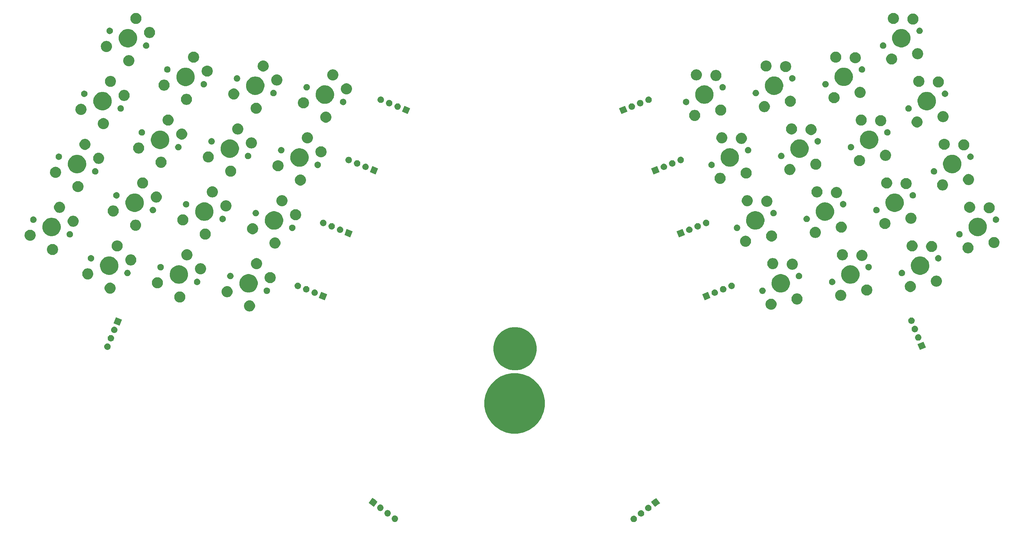
<source format=gbr>
G04 #@! TF.GenerationSoftware,KiCad,Pcbnew,(5.1.4)-1*
G04 #@! TF.CreationDate,2023-10-04T20:40:26-04:00*
G04 #@! TF.ProjectId,ThumbsUp,5468756d-6273-4557-902e-6b696361645f,rev?*
G04 #@! TF.SameCoordinates,Original*
G04 #@! TF.FileFunction,Soldermask,Top*
G04 #@! TF.FilePolarity,Negative*
%FSLAX46Y46*%
G04 Gerber Fmt 4.6, Leading zero omitted, Abs format (unit mm)*
G04 Created by KiCad (PCBNEW (5.1.4)-1) date 2023-10-04 20:40:26*
%MOMM*%
%LPD*%
G04 APERTURE LIST*
%ADD10C,0.100000*%
G04 APERTURE END LIST*
D10*
G36*
X-289377399Y-515441444D02*
G01*
X-289311215Y-515447962D01*
X-289141376Y-515499482D01*
X-288984851Y-515583147D01*
X-288949113Y-515612477D01*
X-288847656Y-515695739D01*
X-288764394Y-515797196D01*
X-288735064Y-515832934D01*
X-288651399Y-515989459D01*
X-288599879Y-516159298D01*
X-288582483Y-516335925D01*
X-288599879Y-516512552D01*
X-288651399Y-516682391D01*
X-288735064Y-516838916D01*
X-288764394Y-516874654D01*
X-288847656Y-516976111D01*
X-288949113Y-517059373D01*
X-288984851Y-517088703D01*
X-289141376Y-517172368D01*
X-289311215Y-517223888D01*
X-289377399Y-517230406D01*
X-289443582Y-517236925D01*
X-289532102Y-517236925D01*
X-289598285Y-517230406D01*
X-289664469Y-517223888D01*
X-289834308Y-517172368D01*
X-289990833Y-517088703D01*
X-290026571Y-517059373D01*
X-290128028Y-516976111D01*
X-290211290Y-516874654D01*
X-290240620Y-516838916D01*
X-290324285Y-516682391D01*
X-290375805Y-516512552D01*
X-290393201Y-516335925D01*
X-290375805Y-516159298D01*
X-290324285Y-515989459D01*
X-290240620Y-515832934D01*
X-290211290Y-515797196D01*
X-290128028Y-515695739D01*
X-290026571Y-515612477D01*
X-289990833Y-515583147D01*
X-289834308Y-515499482D01*
X-289664469Y-515447962D01*
X-289598285Y-515441444D01*
X-289532102Y-515434925D01*
X-289443582Y-515434925D01*
X-289377399Y-515441444D01*
X-289377399Y-515441444D01*
G37*
G36*
X-356203955Y-515391348D02*
G01*
X-356137770Y-515397867D01*
X-355967931Y-515449387D01*
X-355811406Y-515533052D01*
X-355775668Y-515562382D01*
X-355674211Y-515645644D01*
X-355590949Y-515747101D01*
X-355561619Y-515782839D01*
X-355477954Y-515939364D01*
X-355426434Y-516109203D01*
X-355409038Y-516285830D01*
X-355426434Y-516462457D01*
X-355477954Y-516632296D01*
X-355561619Y-516788821D01*
X-355590949Y-516824559D01*
X-355674211Y-516926016D01*
X-355775668Y-517009278D01*
X-355811406Y-517038608D01*
X-355967931Y-517122273D01*
X-356137770Y-517173793D01*
X-356203954Y-517180311D01*
X-356270137Y-517186830D01*
X-356358657Y-517186830D01*
X-356424840Y-517180311D01*
X-356491024Y-517173793D01*
X-356660863Y-517122273D01*
X-356817388Y-517038608D01*
X-356853126Y-517009278D01*
X-356954583Y-516926016D01*
X-357037845Y-516824559D01*
X-357067175Y-516788821D01*
X-357150840Y-516632296D01*
X-357202360Y-516462457D01*
X-357219756Y-516285830D01*
X-357202360Y-516109203D01*
X-357150840Y-515939364D01*
X-357067175Y-515782839D01*
X-357037845Y-515747101D01*
X-356954583Y-515645644D01*
X-356853126Y-515562382D01*
X-356817388Y-515533052D01*
X-356660863Y-515449387D01*
X-356491024Y-515397867D01*
X-356424839Y-515391348D01*
X-356358657Y-515384830D01*
X-356270137Y-515384830D01*
X-356203955Y-515391348D01*
X-356203955Y-515391348D01*
G37*
G36*
X-287348864Y-513912834D02*
G01*
X-287282680Y-513919352D01*
X-287112841Y-513970872D01*
X-286956316Y-514054537D01*
X-286920578Y-514083867D01*
X-286819121Y-514167129D01*
X-286735859Y-514268586D01*
X-286706529Y-514304324D01*
X-286622864Y-514460849D01*
X-286571344Y-514630688D01*
X-286553948Y-514807315D01*
X-286571344Y-514983942D01*
X-286622864Y-515153781D01*
X-286706529Y-515310306D01*
X-286735859Y-515346044D01*
X-286819121Y-515447501D01*
X-286920578Y-515530763D01*
X-286956316Y-515560093D01*
X-287112841Y-515643758D01*
X-287282680Y-515695278D01*
X-287348865Y-515701797D01*
X-287415047Y-515708315D01*
X-287503567Y-515708315D01*
X-287569749Y-515701797D01*
X-287635934Y-515695278D01*
X-287805773Y-515643758D01*
X-287962298Y-515560093D01*
X-287998036Y-515530763D01*
X-288099493Y-515447501D01*
X-288182755Y-515346044D01*
X-288212085Y-515310306D01*
X-288295750Y-515153781D01*
X-288347270Y-514983942D01*
X-288364666Y-514807315D01*
X-288347270Y-514630688D01*
X-288295750Y-514460849D01*
X-288212085Y-514304324D01*
X-288182755Y-514268586D01*
X-288099493Y-514167129D01*
X-287998036Y-514083867D01*
X-287962298Y-514054537D01*
X-287805773Y-513970872D01*
X-287635934Y-513919352D01*
X-287569750Y-513912834D01*
X-287503567Y-513906315D01*
X-287415047Y-513906315D01*
X-287348864Y-513912834D01*
X-287348864Y-513912834D01*
G37*
G36*
X-358232489Y-513862739D02*
G01*
X-358166305Y-513869257D01*
X-357996466Y-513920777D01*
X-357839941Y-514004442D01*
X-357804203Y-514033772D01*
X-357702746Y-514117034D01*
X-357619484Y-514218491D01*
X-357590154Y-514254229D01*
X-357506489Y-514410754D01*
X-357454969Y-514580593D01*
X-357437573Y-514757220D01*
X-357454969Y-514933847D01*
X-357506489Y-515103686D01*
X-357590154Y-515260211D01*
X-357619484Y-515295949D01*
X-357702746Y-515397406D01*
X-357804203Y-515480668D01*
X-357839941Y-515509998D01*
X-357996466Y-515593663D01*
X-358166305Y-515645183D01*
X-358232489Y-515651701D01*
X-358298672Y-515658220D01*
X-358387192Y-515658220D01*
X-358453375Y-515651701D01*
X-358519559Y-515645183D01*
X-358689398Y-515593663D01*
X-358845923Y-515509998D01*
X-358881661Y-515480668D01*
X-358983118Y-515397406D01*
X-359066380Y-515295949D01*
X-359095710Y-515260211D01*
X-359179375Y-515103686D01*
X-359230895Y-514933847D01*
X-359248291Y-514757220D01*
X-359230895Y-514580593D01*
X-359179375Y-514410754D01*
X-359095710Y-514254229D01*
X-359066380Y-514218491D01*
X-358983118Y-514117034D01*
X-358881661Y-514033772D01*
X-358845923Y-514004442D01*
X-358689398Y-513920777D01*
X-358519559Y-513869257D01*
X-358453375Y-513862739D01*
X-358387192Y-513856220D01*
X-358298672Y-513856220D01*
X-358232489Y-513862739D01*
X-358232489Y-513862739D01*
G37*
G36*
X-285320331Y-512384223D02*
G01*
X-285254146Y-512390742D01*
X-285084307Y-512442262D01*
X-284927782Y-512525927D01*
X-284892044Y-512555257D01*
X-284790587Y-512638519D01*
X-284707325Y-512739976D01*
X-284677995Y-512775714D01*
X-284594330Y-512932239D01*
X-284542810Y-513102078D01*
X-284525414Y-513278705D01*
X-284542810Y-513455332D01*
X-284594330Y-513625171D01*
X-284677995Y-513781696D01*
X-284707325Y-513817434D01*
X-284790587Y-513918891D01*
X-284892044Y-514002153D01*
X-284927782Y-514031483D01*
X-285084307Y-514115148D01*
X-285254146Y-514166668D01*
X-285320330Y-514173186D01*
X-285386513Y-514179705D01*
X-285475033Y-514179705D01*
X-285541216Y-514173186D01*
X-285607400Y-514166668D01*
X-285777239Y-514115148D01*
X-285933764Y-514031483D01*
X-285969502Y-514002153D01*
X-286070959Y-513918891D01*
X-286154221Y-513817434D01*
X-286183551Y-513781696D01*
X-286267216Y-513625171D01*
X-286318736Y-513455332D01*
X-286336132Y-513278705D01*
X-286318736Y-513102078D01*
X-286267216Y-512932239D01*
X-286183551Y-512775714D01*
X-286154221Y-512739976D01*
X-286070959Y-512638519D01*
X-285969502Y-512555257D01*
X-285933764Y-512525927D01*
X-285777239Y-512442262D01*
X-285607400Y-512390742D01*
X-285541215Y-512384223D01*
X-285475033Y-512377705D01*
X-285386513Y-512377705D01*
X-285320331Y-512384223D01*
X-285320331Y-512384223D01*
G37*
G36*
X-360261024Y-512334128D02*
G01*
X-360194839Y-512340647D01*
X-360025000Y-512392167D01*
X-359868475Y-512475832D01*
X-359832737Y-512505162D01*
X-359731280Y-512588424D01*
X-359648018Y-512689881D01*
X-359618688Y-512725619D01*
X-359535023Y-512882144D01*
X-359483503Y-513051983D01*
X-359466107Y-513228610D01*
X-359483503Y-513405237D01*
X-359535023Y-513575076D01*
X-359618688Y-513731601D01*
X-359648018Y-513767339D01*
X-359731280Y-513868796D01*
X-359832737Y-513952058D01*
X-359868475Y-513981388D01*
X-360025000Y-514065053D01*
X-360194839Y-514116573D01*
X-360261024Y-514123092D01*
X-360327206Y-514129610D01*
X-360415726Y-514129610D01*
X-360481908Y-514123092D01*
X-360548093Y-514116573D01*
X-360717932Y-514065053D01*
X-360874457Y-513981388D01*
X-360910195Y-513952058D01*
X-361011652Y-513868796D01*
X-361094914Y-513767339D01*
X-361124244Y-513731601D01*
X-361207909Y-513575076D01*
X-361259429Y-513405237D01*
X-361276825Y-513228610D01*
X-361259429Y-513051983D01*
X-361207909Y-512882144D01*
X-361124244Y-512725619D01*
X-361094914Y-512689881D01*
X-361011652Y-512588424D01*
X-360910195Y-512505162D01*
X-360874457Y-512475832D01*
X-360717932Y-512392167D01*
X-360548093Y-512340647D01*
X-360481908Y-512334128D01*
X-360415726Y-512327610D01*
X-360327206Y-512327610D01*
X-360261024Y-512334128D01*
X-360261024Y-512334128D01*
G37*
G36*
X-282606462Y-511308989D02*
G01*
X-282140433Y-511927430D01*
X-282140433Y-511927431D01*
X-282757161Y-512392168D01*
X-283579574Y-513011901D01*
X-283579575Y-513011901D01*
X-284434531Y-511877335D01*
X-284664045Y-511572760D01*
X-284664045Y-511572759D01*
X-283843345Y-510954318D01*
X-283224904Y-510488289D01*
X-283224903Y-510488289D01*
X-282606462Y-511308989D01*
X-282606462Y-511308989D01*
G37*
G36*
X-361958894Y-510904223D02*
G01*
X-361138194Y-511522664D01*
X-361138194Y-511522665D01*
X-361443207Y-511927431D01*
X-362222664Y-512961806D01*
X-362222665Y-512961806D01*
X-362997793Y-512377705D01*
X-363661806Y-511877336D01*
X-363661806Y-511877335D01*
X-363195777Y-511258894D01*
X-362577336Y-510438194D01*
X-362577335Y-510438194D01*
X-361958894Y-510904223D01*
X-361958894Y-510904223D01*
G37*
G36*
X-320334935Y-475873766D02*
G01*
X-318796952Y-476510820D01*
X-318796950Y-476510821D01*
X-317412801Y-477435679D01*
X-316235679Y-478612801D01*
X-315310821Y-479996950D01*
X-315310820Y-479996952D01*
X-314673766Y-481534935D01*
X-314349000Y-483167648D01*
X-314349000Y-484832352D01*
X-314673766Y-486465065D01*
X-315248988Y-487853773D01*
X-315310821Y-488003050D01*
X-316235679Y-489387199D01*
X-317412801Y-490564321D01*
X-318796950Y-491489179D01*
X-318796951Y-491489180D01*
X-318796952Y-491489180D01*
X-320334935Y-492126234D01*
X-321967648Y-492451000D01*
X-323632352Y-492451000D01*
X-325265065Y-492126234D01*
X-326803048Y-491489180D01*
X-326803049Y-491489180D01*
X-326803050Y-491489179D01*
X-328187199Y-490564321D01*
X-329364321Y-489387199D01*
X-330289179Y-488003050D01*
X-330351012Y-487853773D01*
X-330926234Y-486465065D01*
X-331251000Y-484832352D01*
X-331251000Y-483167648D01*
X-330926234Y-481534935D01*
X-330289180Y-479996952D01*
X-330289179Y-479996950D01*
X-329364321Y-478612801D01*
X-328187199Y-477435679D01*
X-326803050Y-476510821D01*
X-326803048Y-476510820D01*
X-325265065Y-475873766D01*
X-323632352Y-475549000D01*
X-321967648Y-475549000D01*
X-320334935Y-475873766D01*
X-320334935Y-475873766D01*
G37*
G36*
X-320934990Y-462881536D02*
G01*
X-319833778Y-463337673D01*
X-318842713Y-463999881D01*
X-317999881Y-464842713D01*
X-317337673Y-465833778D01*
X-316881536Y-466934990D01*
X-316649000Y-468104027D01*
X-316649000Y-469295973D01*
X-316881536Y-470465010D01*
X-317337673Y-471566222D01*
X-317999881Y-472557287D01*
X-318842713Y-473400119D01*
X-319833778Y-474062327D01*
X-320934990Y-474518464D01*
X-322104027Y-474751000D01*
X-323295973Y-474751000D01*
X-324465010Y-474518464D01*
X-325566222Y-474062327D01*
X-326557287Y-473400119D01*
X-327400119Y-472557287D01*
X-328062327Y-471566222D01*
X-328518464Y-470465010D01*
X-328751000Y-469295973D01*
X-328751000Y-468104027D01*
X-328518464Y-466934990D01*
X-328062327Y-465833778D01*
X-327400119Y-464842713D01*
X-326557287Y-463999881D01*
X-325566222Y-463337673D01*
X-324465010Y-462881536D01*
X-323295973Y-462649000D01*
X-322104027Y-462649000D01*
X-320934990Y-462881536D01*
X-320934990Y-462881536D01*
G37*
G36*
X-207788633Y-468402601D02*
G01*
X-209459420Y-469077642D01*
X-210134461Y-467406855D01*
X-208463674Y-466731814D01*
X-207788633Y-468402601D01*
X-207788633Y-468402601D01*
G37*
G36*
X-436591391Y-467223587D02*
G01*
X-436525207Y-467230105D01*
X-436355368Y-467281625D01*
X-436198843Y-467365290D01*
X-436163105Y-467394620D01*
X-436061648Y-467477882D01*
X-435978386Y-467579339D01*
X-435949056Y-467615077D01*
X-435865391Y-467771602D01*
X-435813871Y-467941441D01*
X-435796475Y-468118068D01*
X-435813871Y-468294695D01*
X-435865391Y-468464534D01*
X-435949056Y-468621059D01*
X-435973346Y-468650656D01*
X-436061648Y-468758254D01*
X-436163105Y-468841516D01*
X-436198843Y-468870846D01*
X-436355368Y-468954511D01*
X-436525207Y-469006031D01*
X-436591391Y-469012549D01*
X-436657574Y-469019068D01*
X-436746094Y-469019068D01*
X-436812277Y-469012549D01*
X-436878461Y-469006031D01*
X-437048300Y-468954511D01*
X-437204825Y-468870846D01*
X-437240563Y-468841516D01*
X-437342020Y-468758254D01*
X-437430322Y-468650656D01*
X-437454612Y-468621059D01*
X-437538277Y-468464534D01*
X-437589797Y-468294695D01*
X-437607193Y-468118068D01*
X-437589797Y-467941441D01*
X-437538277Y-467771602D01*
X-437454612Y-467615077D01*
X-437425282Y-467579339D01*
X-437342020Y-467477882D01*
X-437240563Y-467394620D01*
X-437204825Y-467365290D01*
X-437048300Y-467281625D01*
X-436878461Y-467230105D01*
X-436812277Y-467223587D01*
X-436746094Y-467217068D01*
X-436657574Y-467217068D01*
X-436591391Y-467223587D01*
X-436591391Y-467223587D01*
G37*
G36*
X-435639891Y-464868539D02*
G01*
X-435573706Y-464875058D01*
X-435403867Y-464926578D01*
X-435247342Y-465010243D01*
X-435215626Y-465036272D01*
X-435110147Y-465122835D01*
X-435044182Y-465203215D01*
X-434997555Y-465260030D01*
X-434913890Y-465416555D01*
X-434862370Y-465586394D01*
X-434844974Y-465763021D01*
X-434862370Y-465939648D01*
X-434913890Y-466109487D01*
X-434997555Y-466266012D01*
X-435026885Y-466301750D01*
X-435110147Y-466403207D01*
X-435211604Y-466486469D01*
X-435247342Y-466515799D01*
X-435403867Y-466599464D01*
X-435573706Y-466650984D01*
X-435639891Y-466657503D01*
X-435706073Y-466664021D01*
X-435794593Y-466664021D01*
X-435860775Y-466657503D01*
X-435926960Y-466650984D01*
X-436096799Y-466599464D01*
X-436253324Y-466515799D01*
X-436289062Y-466486469D01*
X-436390519Y-466403207D01*
X-436473781Y-466301750D01*
X-436503111Y-466266012D01*
X-436586776Y-466109487D01*
X-436638296Y-465939648D01*
X-436655692Y-465763021D01*
X-436638296Y-465586394D01*
X-436586776Y-465416555D01*
X-436503111Y-465260030D01*
X-436456484Y-465203215D01*
X-436390519Y-465122835D01*
X-436285040Y-465036272D01*
X-436253324Y-465010243D01*
X-436096799Y-464926578D01*
X-435926960Y-464875058D01*
X-435860775Y-464868539D01*
X-435794593Y-464862021D01*
X-435706073Y-464862021D01*
X-435639891Y-464868539D01*
X-435639891Y-464868539D01*
G37*
G36*
X-209802605Y-464655200D02*
G01*
X-209736421Y-464661718D01*
X-209566582Y-464713238D01*
X-209410057Y-464796903D01*
X-209374319Y-464826233D01*
X-209272862Y-464909495D01*
X-209190182Y-465010242D01*
X-209160270Y-465046690D01*
X-209076605Y-465203215D01*
X-209025085Y-465373054D01*
X-209007689Y-465549681D01*
X-209025085Y-465726308D01*
X-209076605Y-465896147D01*
X-209160270Y-466052672D01*
X-209189600Y-466088410D01*
X-209272862Y-466189867D01*
X-209374319Y-466273129D01*
X-209410057Y-466302459D01*
X-209566582Y-466386124D01*
X-209736421Y-466437644D01*
X-209802606Y-466444163D01*
X-209868788Y-466450681D01*
X-209957308Y-466450681D01*
X-210023490Y-466444163D01*
X-210089675Y-466437644D01*
X-210259514Y-466386124D01*
X-210416039Y-466302459D01*
X-210451777Y-466273129D01*
X-210553234Y-466189867D01*
X-210636496Y-466088410D01*
X-210665826Y-466052672D01*
X-210749491Y-465896147D01*
X-210801011Y-465726308D01*
X-210818407Y-465549681D01*
X-210801011Y-465373054D01*
X-210749491Y-465203215D01*
X-210665826Y-465046690D01*
X-210635914Y-465010242D01*
X-210553234Y-464909495D01*
X-210451777Y-464826233D01*
X-210416039Y-464796903D01*
X-210259514Y-464713238D01*
X-210089675Y-464661718D01*
X-210023491Y-464655200D01*
X-209957308Y-464648681D01*
X-209868788Y-464648681D01*
X-209802605Y-464655200D01*
X-209802605Y-464655200D01*
G37*
G36*
X-434688390Y-462513493D02*
G01*
X-434622206Y-462520011D01*
X-434452367Y-462571531D01*
X-434295842Y-462655196D01*
X-434260104Y-462684526D01*
X-434158647Y-462767788D01*
X-434092682Y-462848168D01*
X-434046055Y-462904983D01*
X-433962390Y-463061508D01*
X-433910870Y-463231347D01*
X-433893474Y-463407974D01*
X-433910870Y-463584601D01*
X-433951413Y-463718253D01*
X-433962391Y-463754442D01*
X-433992541Y-463810848D01*
X-434046055Y-463910965D01*
X-434075385Y-463946703D01*
X-434158647Y-464048160D01*
X-434260104Y-464131422D01*
X-434295842Y-464160752D01*
X-434452367Y-464244417D01*
X-434622206Y-464295937D01*
X-434688390Y-464302455D01*
X-434754573Y-464308974D01*
X-434843093Y-464308974D01*
X-434909276Y-464302455D01*
X-434975460Y-464295937D01*
X-435145299Y-464244417D01*
X-435301824Y-464160752D01*
X-435337562Y-464131422D01*
X-435439019Y-464048160D01*
X-435522281Y-463946703D01*
X-435551611Y-463910965D01*
X-435605125Y-463810848D01*
X-435635275Y-463754442D01*
X-435646253Y-463718253D01*
X-435686796Y-463584601D01*
X-435704192Y-463407974D01*
X-435686796Y-463231347D01*
X-435635276Y-463061508D01*
X-435551611Y-462904983D01*
X-435504984Y-462848168D01*
X-435439019Y-462767788D01*
X-435337562Y-462684526D01*
X-435301824Y-462655196D01*
X-435145299Y-462571531D01*
X-434975460Y-462520011D01*
X-434909276Y-462513493D01*
X-434843093Y-462506974D01*
X-434754573Y-462506974D01*
X-434688390Y-462513493D01*
X-434688390Y-462513493D01*
G37*
G36*
X-210754105Y-462300153D02*
G01*
X-210687921Y-462306671D01*
X-210518082Y-462358191D01*
X-210361557Y-462441856D01*
X-210325819Y-462471186D01*
X-210224362Y-462554448D01*
X-210146766Y-462649000D01*
X-210111770Y-462691643D01*
X-210028105Y-462848168D01*
X-209976585Y-463018007D01*
X-209959189Y-463194634D01*
X-209976585Y-463371261D01*
X-210028105Y-463541100D01*
X-210111770Y-463697625D01*
X-210128699Y-463718253D01*
X-210224362Y-463834820D01*
X-210325819Y-463918082D01*
X-210361557Y-463947412D01*
X-210518082Y-464031077D01*
X-210687921Y-464082597D01*
X-210754106Y-464089116D01*
X-210820288Y-464095634D01*
X-210908808Y-464095634D01*
X-210974990Y-464089116D01*
X-211041175Y-464082597D01*
X-211211014Y-464031077D01*
X-211367539Y-463947412D01*
X-211403277Y-463918082D01*
X-211504734Y-463834820D01*
X-211600397Y-463718253D01*
X-211617326Y-463697625D01*
X-211700991Y-463541100D01*
X-211752511Y-463371261D01*
X-211769907Y-463194634D01*
X-211752511Y-463018007D01*
X-211700991Y-462848168D01*
X-211617326Y-462691643D01*
X-211582330Y-462649000D01*
X-211504734Y-462554448D01*
X-211403277Y-462471186D01*
X-211367539Y-462441856D01*
X-211211014Y-462358191D01*
X-211041175Y-462306671D01*
X-210974991Y-462300153D01*
X-210908808Y-462293634D01*
X-210820288Y-462293634D01*
X-210754105Y-462300153D01*
X-210754105Y-462300153D01*
G37*
G36*
X-432674418Y-460555054D02*
G01*
X-433349459Y-462225841D01*
X-435020246Y-461550800D01*
X-434345205Y-459880013D01*
X-432674418Y-460555054D01*
X-432674418Y-460555054D01*
G37*
G36*
X-211705607Y-459945105D02*
G01*
X-211639422Y-459951624D01*
X-211469583Y-460003144D01*
X-211313058Y-460086809D01*
X-211277320Y-460116139D01*
X-211175863Y-460199401D01*
X-211092601Y-460300858D01*
X-211063271Y-460336596D01*
X-210979606Y-460493121D01*
X-210928086Y-460662960D01*
X-210910690Y-460839587D01*
X-210928086Y-461016214D01*
X-210979606Y-461186053D01*
X-211063271Y-461342578D01*
X-211092601Y-461378316D01*
X-211175863Y-461479773D01*
X-211262410Y-461550799D01*
X-211313058Y-461592365D01*
X-211469583Y-461676030D01*
X-211639422Y-461727550D01*
X-211705606Y-461734068D01*
X-211771789Y-461740587D01*
X-211860309Y-461740587D01*
X-211926492Y-461734068D01*
X-211992676Y-461727550D01*
X-212162515Y-461676030D01*
X-212319040Y-461592365D01*
X-212369688Y-461550799D01*
X-212456235Y-461479773D01*
X-212539497Y-461378316D01*
X-212568827Y-461342578D01*
X-212652492Y-461186053D01*
X-212704012Y-461016214D01*
X-212721408Y-460839587D01*
X-212704012Y-460662960D01*
X-212652492Y-460493121D01*
X-212568827Y-460336596D01*
X-212539497Y-460300858D01*
X-212456235Y-460199401D01*
X-212354778Y-460116139D01*
X-212319040Y-460086809D01*
X-212162515Y-460003144D01*
X-211992676Y-459951624D01*
X-211926491Y-459945105D01*
X-211860309Y-459938587D01*
X-211771789Y-459938587D01*
X-211705607Y-459945105D01*
X-211705607Y-459945105D01*
G37*
G36*
X-396672467Y-455188476D02*
G01*
X-396522642Y-455218278D01*
X-396240378Y-455335195D01*
X-395986347Y-455504933D01*
X-395770311Y-455720969D01*
X-395600573Y-455975000D01*
X-395483656Y-456257264D01*
X-395424052Y-456556914D01*
X-395424052Y-456862434D01*
X-395483656Y-457162084D01*
X-395600573Y-457444348D01*
X-395770311Y-457698379D01*
X-395986347Y-457914415D01*
X-396240378Y-458084153D01*
X-396522642Y-458201070D01*
X-396672467Y-458230872D01*
X-396822291Y-458260674D01*
X-397127813Y-458260674D01*
X-397277637Y-458230872D01*
X-397427462Y-458201070D01*
X-397709726Y-458084153D01*
X-397963757Y-457914415D01*
X-398179793Y-457698379D01*
X-398349531Y-457444348D01*
X-398466448Y-457162084D01*
X-398526052Y-456862434D01*
X-398526052Y-456556914D01*
X-398466448Y-456257264D01*
X-398349531Y-455975000D01*
X-398179793Y-455720969D01*
X-397963757Y-455504933D01*
X-397709726Y-455335195D01*
X-397427462Y-455218278D01*
X-397277637Y-455188476D01*
X-397127813Y-455158674D01*
X-396822291Y-455158674D01*
X-396672467Y-455188476D01*
X-396672467Y-455188476D01*
G37*
G36*
X-250792141Y-454717416D02*
G01*
X-250642316Y-454747218D01*
X-250360052Y-454864135D01*
X-250106021Y-455033873D01*
X-249889985Y-455249909D01*
X-249720247Y-455503940D01*
X-249603330Y-455786204D01*
X-249543726Y-456085854D01*
X-249543726Y-456391374D01*
X-249603330Y-456691024D01*
X-249720247Y-456973288D01*
X-249889985Y-457227319D01*
X-250106021Y-457443355D01*
X-250360052Y-457613093D01*
X-250642316Y-457730010D01*
X-250792141Y-457759812D01*
X-250941965Y-457789614D01*
X-251247487Y-457789614D01*
X-251397311Y-457759812D01*
X-251547136Y-457730010D01*
X-251829400Y-457613093D01*
X-252083431Y-457443355D01*
X-252299467Y-457227319D01*
X-252469205Y-456973288D01*
X-252586122Y-456691024D01*
X-252645726Y-456391374D01*
X-252645726Y-456085854D01*
X-252586122Y-455786204D01*
X-252469205Y-455503940D01*
X-252299467Y-455249909D01*
X-252083431Y-455033873D01*
X-251829400Y-454864135D01*
X-251547136Y-454747218D01*
X-251397311Y-454717416D01*
X-251247487Y-454687614D01*
X-250941965Y-454687614D01*
X-250792141Y-454717416D01*
X-250792141Y-454717416D01*
G37*
G36*
X-243517980Y-453234486D02*
G01*
X-243368155Y-453264288D01*
X-243085891Y-453381205D01*
X-242831860Y-453550943D01*
X-242615824Y-453766979D01*
X-242446086Y-454021010D01*
X-242329169Y-454303274D01*
X-242329169Y-454303275D01*
X-242269565Y-454602923D01*
X-242269565Y-454908445D01*
X-242294514Y-455033873D01*
X-242329169Y-455208094D01*
X-242446086Y-455490358D01*
X-242615824Y-455744389D01*
X-242831860Y-455960425D01*
X-243085891Y-456130163D01*
X-243368155Y-456247080D01*
X-243419354Y-456257264D01*
X-243667804Y-456306684D01*
X-243973326Y-456306684D01*
X-244221776Y-456257264D01*
X-244272975Y-456247080D01*
X-244555239Y-456130163D01*
X-244809270Y-455960425D01*
X-245025306Y-455744389D01*
X-245195044Y-455490358D01*
X-245311961Y-455208094D01*
X-245346616Y-455033873D01*
X-245371565Y-454908445D01*
X-245371565Y-454602923D01*
X-245311961Y-454303275D01*
X-245311961Y-454303274D01*
X-245195044Y-454021010D01*
X-245025306Y-453766979D01*
X-244809270Y-453550943D01*
X-244555239Y-453381205D01*
X-244272975Y-453264288D01*
X-244123150Y-453234486D01*
X-243973326Y-453204684D01*
X-243667804Y-453204684D01*
X-243517980Y-453234486D01*
X-243517980Y-453234486D01*
G37*
G36*
X-416161993Y-452706870D02*
G01*
X-416012168Y-452736672D01*
X-415729904Y-452853589D01*
X-415475873Y-453023327D01*
X-415259837Y-453239363D01*
X-415090099Y-453493394D01*
X-414976777Y-453766979D01*
X-414973182Y-453775659D01*
X-414924378Y-454021010D01*
X-414913578Y-454075308D01*
X-414913578Y-454380828D01*
X-414973182Y-454680478D01*
X-415090099Y-454962742D01*
X-415259837Y-455216773D01*
X-415475873Y-455432809D01*
X-415729904Y-455602547D01*
X-416012168Y-455719464D01*
X-416137470Y-455744388D01*
X-416311817Y-455779068D01*
X-416617339Y-455779068D01*
X-416791686Y-455744388D01*
X-416916988Y-455719464D01*
X-417199252Y-455602547D01*
X-417453283Y-455432809D01*
X-417669319Y-455216773D01*
X-417839057Y-454962742D01*
X-417955974Y-454680478D01*
X-418015578Y-454380828D01*
X-418015578Y-454075308D01*
X-418004777Y-454021010D01*
X-417955974Y-453775659D01*
X-417952379Y-453766979D01*
X-417839057Y-453493394D01*
X-417669319Y-453239363D01*
X-417453283Y-453023327D01*
X-417199252Y-452853589D01*
X-416916988Y-452736672D01*
X-416767163Y-452706870D01*
X-416617339Y-452677068D01*
X-416311817Y-452677068D01*
X-416161993Y-452706870D01*
X-416161993Y-452706870D01*
G37*
G36*
X-231302615Y-452235810D02*
G01*
X-231152790Y-452265612D01*
X-230870526Y-452382529D01*
X-230616495Y-452552267D01*
X-230400459Y-452768303D01*
X-230230721Y-453022334D01*
X-230113804Y-453304598D01*
X-230054200Y-453604248D01*
X-230054200Y-453909768D01*
X-230113804Y-454209418D01*
X-230230721Y-454491682D01*
X-230400459Y-454745713D01*
X-230616495Y-454961749D01*
X-230870526Y-455131487D01*
X-231152790Y-455248404D01*
X-231302615Y-455278206D01*
X-231452439Y-455308008D01*
X-231757961Y-455308008D01*
X-231907785Y-455278206D01*
X-232057610Y-455248404D01*
X-232339874Y-455131487D01*
X-232593905Y-454961749D01*
X-232809941Y-454745713D01*
X-232979679Y-454491682D01*
X-233096596Y-454209418D01*
X-233156200Y-453909768D01*
X-233156200Y-453604248D01*
X-233096596Y-453304598D01*
X-232979679Y-453022334D01*
X-232809941Y-452768303D01*
X-232593905Y-452552267D01*
X-232339874Y-452382529D01*
X-232057610Y-452265612D01*
X-231907785Y-452235810D01*
X-231757961Y-452206008D01*
X-231452439Y-452206008D01*
X-231302615Y-452235810D01*
X-231302615Y-452235810D01*
G37*
G36*
X-375220094Y-453455839D02*
G01*
X-375895135Y-455126626D01*
X-377565922Y-454451585D01*
X-376890881Y-452780798D01*
X-375220094Y-453455839D01*
X-375220094Y-453455839D01*
G37*
G36*
X-268021214Y-454450160D02*
G01*
X-269692001Y-455125201D01*
X-270367042Y-453454414D01*
X-268696255Y-452779373D01*
X-268021214Y-454450160D01*
X-268021214Y-454450160D01*
G37*
G36*
X-402935190Y-451202150D02*
G01*
X-402785365Y-451231952D01*
X-402503101Y-451348869D01*
X-402249070Y-451518607D01*
X-402033034Y-451734643D01*
X-401863296Y-451988674D01*
X-401746379Y-452270938D01*
X-401726702Y-452369859D01*
X-401686775Y-452570587D01*
X-401686775Y-452876109D01*
X-401698937Y-452937249D01*
X-401746379Y-453175758D01*
X-401863296Y-453458022D01*
X-402033034Y-453712053D01*
X-402249070Y-453928089D01*
X-402503101Y-454097827D01*
X-402785365Y-454214744D01*
X-402935190Y-454244546D01*
X-403085014Y-454274348D01*
X-403390536Y-454274348D01*
X-403540360Y-454244546D01*
X-403690185Y-454214744D01*
X-403972449Y-454097827D01*
X-404226480Y-453928089D01*
X-404442516Y-453712053D01*
X-404612254Y-453458022D01*
X-404729171Y-453175758D01*
X-404776613Y-452937249D01*
X-404788775Y-452876109D01*
X-404788775Y-452570587D01*
X-404748848Y-452369859D01*
X-404729171Y-452270938D01*
X-404612254Y-451988674D01*
X-404442516Y-451734643D01*
X-404226480Y-451518607D01*
X-403972449Y-451348869D01*
X-403690185Y-451231952D01*
X-403540360Y-451202150D01*
X-403390536Y-451172348D01*
X-403085014Y-451172348D01*
X-402935190Y-451202150D01*
X-402935190Y-451202150D01*
G37*
G36*
X-378637613Y-452107729D02*
G01*
X-378571428Y-452114248D01*
X-378401589Y-452165768D01*
X-378245064Y-452249433D01*
X-378227185Y-452264106D01*
X-378107869Y-452362025D01*
X-378024607Y-452463482D01*
X-377995277Y-452499220D01*
X-377911612Y-452655745D01*
X-377860092Y-452825584D01*
X-377842696Y-453002211D01*
X-377860092Y-453178838D01*
X-377911612Y-453348677D01*
X-377995277Y-453505202D01*
X-378024607Y-453540940D01*
X-378107869Y-453642397D01*
X-378209326Y-453725659D01*
X-378245064Y-453754989D01*
X-378401589Y-453838654D01*
X-378571428Y-453890174D01*
X-378637613Y-453896693D01*
X-378703795Y-453903211D01*
X-378792315Y-453903211D01*
X-378858497Y-453896693D01*
X-378924682Y-453890174D01*
X-379094521Y-453838654D01*
X-379251046Y-453754989D01*
X-379286784Y-453725659D01*
X-379388241Y-453642397D01*
X-379471503Y-453540940D01*
X-379500833Y-453505202D01*
X-379584498Y-453348677D01*
X-379636018Y-453178838D01*
X-379653414Y-453002211D01*
X-379636018Y-452825584D01*
X-379584498Y-452655745D01*
X-379500833Y-452499220D01*
X-379471503Y-452463482D01*
X-379388241Y-452362025D01*
X-379268925Y-452264106D01*
X-379251046Y-452249433D01*
X-379094521Y-452165768D01*
X-378924682Y-452114248D01*
X-378858497Y-452107729D01*
X-378792315Y-452101211D01*
X-378703795Y-452101211D01*
X-378637613Y-452107729D01*
X-378637613Y-452107729D01*
G37*
G36*
X-266728638Y-452106305D02*
G01*
X-266662454Y-452112823D01*
X-266492615Y-452164343D01*
X-266336090Y-452248008D01*
X-266314640Y-452265612D01*
X-266198895Y-452360600D01*
X-266144536Y-452426838D01*
X-266086303Y-452497795D01*
X-266002638Y-452654320D01*
X-265951118Y-452824159D01*
X-265933722Y-453000786D01*
X-265951118Y-453177413D01*
X-266002638Y-453347252D01*
X-266086303Y-453503777D01*
X-266115633Y-453539515D01*
X-266198895Y-453640972D01*
X-266285508Y-453712052D01*
X-266336090Y-453753564D01*
X-266492615Y-453837229D01*
X-266662454Y-453888749D01*
X-266728638Y-453895267D01*
X-266794821Y-453901786D01*
X-266883341Y-453901786D01*
X-266949524Y-453895267D01*
X-267015708Y-453888749D01*
X-267185547Y-453837229D01*
X-267342072Y-453753564D01*
X-267392654Y-453712052D01*
X-267479267Y-453640972D01*
X-267562529Y-453539515D01*
X-267591859Y-453503777D01*
X-267675524Y-453347252D01*
X-267727044Y-453177413D01*
X-267744440Y-453000786D01*
X-267727044Y-452824159D01*
X-267675524Y-452654320D01*
X-267591859Y-452497795D01*
X-267533626Y-452426838D01*
X-267479267Y-452360600D01*
X-267363522Y-452265612D01*
X-267342072Y-452248008D01*
X-267185547Y-452164343D01*
X-267015708Y-452112823D01*
X-266949524Y-452106305D01*
X-266883341Y-452099786D01*
X-266794821Y-452099786D01*
X-266728638Y-452106305D01*
X-266728638Y-452106305D01*
G37*
G36*
X-224036312Y-450751317D02*
G01*
X-223878629Y-450782682D01*
X-223596365Y-450899599D01*
X-223342334Y-451069337D01*
X-223126298Y-451285373D01*
X-222956560Y-451539404D01*
X-222839643Y-451821668D01*
X-222816970Y-451935652D01*
X-222780039Y-452121317D01*
X-222780039Y-452426839D01*
X-222794437Y-452499220D01*
X-222839643Y-452726488D01*
X-222956560Y-453008752D01*
X-223126298Y-453262783D01*
X-223342334Y-453478819D01*
X-223596365Y-453648557D01*
X-223878629Y-453765474D01*
X-223929828Y-453775658D01*
X-224178278Y-453825078D01*
X-224483800Y-453825078D01*
X-224732250Y-453775658D01*
X-224783449Y-453765474D01*
X-225065713Y-453648557D01*
X-225319744Y-453478819D01*
X-225535780Y-453262783D01*
X-225705518Y-453008752D01*
X-225822435Y-452726488D01*
X-225867641Y-452499220D01*
X-225882039Y-452426839D01*
X-225882039Y-452121317D01*
X-225845108Y-451935652D01*
X-225822435Y-451821668D01*
X-225705518Y-451539404D01*
X-225535780Y-451285373D01*
X-225319744Y-451069337D01*
X-225065713Y-450899599D01*
X-224783449Y-450782682D01*
X-224625766Y-450751317D01*
X-224483800Y-450723078D01*
X-224178278Y-450723078D01*
X-224036312Y-450751317D01*
X-224036312Y-450751317D01*
G37*
G36*
X-391956279Y-451580155D02*
G01*
X-391869156Y-451597485D01*
X-391803737Y-451624583D01*
X-391705020Y-451665473D01*
X-391601498Y-451734644D01*
X-391557303Y-451764174D01*
X-391431679Y-451889798D01*
X-391431677Y-451889801D01*
X-391332978Y-452037515D01*
X-391327512Y-452050711D01*
X-391264990Y-452201651D01*
X-391255769Y-452248008D01*
X-391230331Y-452375895D01*
X-391230331Y-452553557D01*
X-391233719Y-452570588D01*
X-391264990Y-452727801D01*
X-391304904Y-452824161D01*
X-391332978Y-452891937D01*
X-391411030Y-453008750D01*
X-391431679Y-453039654D01*
X-391557303Y-453165278D01*
X-391557306Y-453165280D01*
X-391705020Y-453263979D01*
X-391759733Y-453286642D01*
X-391869156Y-453331967D01*
X-391953165Y-453348677D01*
X-392043400Y-453366626D01*
X-392221062Y-453366626D01*
X-392311297Y-453348677D01*
X-392395306Y-453331967D01*
X-392504729Y-453286642D01*
X-392559442Y-453263979D01*
X-392707156Y-453165280D01*
X-392707159Y-453165278D01*
X-392832783Y-453039654D01*
X-392853432Y-453008750D01*
X-392931484Y-452891937D01*
X-392959558Y-452824161D01*
X-392999472Y-452727801D01*
X-393030743Y-452570588D01*
X-393034131Y-452553557D01*
X-393034131Y-452375895D01*
X-393008693Y-452248008D01*
X-392999472Y-452201651D01*
X-392936950Y-452050711D01*
X-392931484Y-452037515D01*
X-392832785Y-451889801D01*
X-392832783Y-451889798D01*
X-392707159Y-451764174D01*
X-392662964Y-451734644D01*
X-392559442Y-451665473D01*
X-392460725Y-451624583D01*
X-392395306Y-451597485D01*
X-392308183Y-451580155D01*
X-392221062Y-451562826D01*
X-392043400Y-451562826D01*
X-391956279Y-451580155D01*
X-391956279Y-451580155D01*
G37*
G36*
X-253308790Y-451574120D02*
G01*
X-253221667Y-451591449D01*
X-253141676Y-451624583D01*
X-253057531Y-451659437D01*
X-252910809Y-451757473D01*
X-252909814Y-451758138D01*
X-252784190Y-451883762D01*
X-252784188Y-451883765D01*
X-252685489Y-452031479D01*
X-252681770Y-452040458D01*
X-252617501Y-452195615D01*
X-252611191Y-452227338D01*
X-252582842Y-452369859D01*
X-252582842Y-452547521D01*
X-252600172Y-452634642D01*
X-252617501Y-452721765D01*
X-252660505Y-452825584D01*
X-252685489Y-452885901D01*
X-252783525Y-453032623D01*
X-252784190Y-453033618D01*
X-252909814Y-453159242D01*
X-252909817Y-453159244D01*
X-253057531Y-453257943D01*
X-253112244Y-453280606D01*
X-253221667Y-453325931D01*
X-253308790Y-453343261D01*
X-253395911Y-453360590D01*
X-253573573Y-453360590D01*
X-253660694Y-453343261D01*
X-253747817Y-453325931D01*
X-253857240Y-453280606D01*
X-253911953Y-453257943D01*
X-254059667Y-453159244D01*
X-254059670Y-453159242D01*
X-254185294Y-453033618D01*
X-254185959Y-453032623D01*
X-254283995Y-452885901D01*
X-254308979Y-452825584D01*
X-254351983Y-452721765D01*
X-254369312Y-452634642D01*
X-254386642Y-452547521D01*
X-254386642Y-452369859D01*
X-254358293Y-452227338D01*
X-254351983Y-452195615D01*
X-254287714Y-452040458D01*
X-254283995Y-452031479D01*
X-254185296Y-451883765D01*
X-254185294Y-451883762D01*
X-254059670Y-451758138D01*
X-254058675Y-451757473D01*
X-253911953Y-451659437D01*
X-253827808Y-451624583D01*
X-253747817Y-451591449D01*
X-253660694Y-451574120D01*
X-253573573Y-451556790D01*
X-253395911Y-451556790D01*
X-253308790Y-451574120D01*
X-253308790Y-451574120D01*
G37*
G36*
X-435729152Y-450209822D02*
G01*
X-435501695Y-450255066D01*
X-435219431Y-450371983D01*
X-434965400Y-450541721D01*
X-434749364Y-450757757D01*
X-434579626Y-451011788D01*
X-434462709Y-451294052D01*
X-434461937Y-451297932D01*
X-434403105Y-451593701D01*
X-434403105Y-451899223D01*
X-434429413Y-452031480D01*
X-434462709Y-452198872D01*
X-434579626Y-452481136D01*
X-434749364Y-452735167D01*
X-434965400Y-452951203D01*
X-435219431Y-453120941D01*
X-435501695Y-453237858D01*
X-435626997Y-453262782D01*
X-435801344Y-453297462D01*
X-436106866Y-453297462D01*
X-436281213Y-453262782D01*
X-436406515Y-453237858D01*
X-436688779Y-453120941D01*
X-436942810Y-452951203D01*
X-437158846Y-452735167D01*
X-437328584Y-452481136D01*
X-437445501Y-452198872D01*
X-437478797Y-452031480D01*
X-437505105Y-451899223D01*
X-437505105Y-451593701D01*
X-437446273Y-451297932D01*
X-437445501Y-451294052D01*
X-437328584Y-451011788D01*
X-437158846Y-450757757D01*
X-436942810Y-450541721D01*
X-436688779Y-450371983D01*
X-436406515Y-450255066D01*
X-436179058Y-450209822D01*
X-436106866Y-450195462D01*
X-435801344Y-450195462D01*
X-435729152Y-450209822D01*
X-435729152Y-450209822D01*
G37*
G36*
X-396729190Y-447877887D02*
G01*
X-396480351Y-447927384D01*
X-396286167Y-448007818D01*
X-396011550Y-448121568D01*
X-395589638Y-448403480D01*
X-395230832Y-448762286D01*
X-394948920Y-449184198D01*
X-394835170Y-449458815D01*
X-394754736Y-449652999D01*
X-394742600Y-449714011D01*
X-394655742Y-450150675D01*
X-394655742Y-450658105D01*
X-394680223Y-450781177D01*
X-394754736Y-451155781D01*
X-394834716Y-451348869D01*
X-394948920Y-451624582D01*
X-395230832Y-452046494D01*
X-395589638Y-452405300D01*
X-396011550Y-452687212D01*
X-396207324Y-452768304D01*
X-396480351Y-452881396D01*
X-396978027Y-452980390D01*
X-397485457Y-452980390D01*
X-397983133Y-452881396D01*
X-398256160Y-452768304D01*
X-398451934Y-452687212D01*
X-398873846Y-452405300D01*
X-399232652Y-452046494D01*
X-399514564Y-451624582D01*
X-399628768Y-451348869D01*
X-399708748Y-451155781D01*
X-399783261Y-450781177D01*
X-399807742Y-450658105D01*
X-399807742Y-450150675D01*
X-399720884Y-449714011D01*
X-399708748Y-449652999D01*
X-399628314Y-449458815D01*
X-399514564Y-449184198D01*
X-399232652Y-448762286D01*
X-398873846Y-448403480D01*
X-398451934Y-448121568D01*
X-398177317Y-448007818D01*
X-397983133Y-447927384D01*
X-397734294Y-447877887D01*
X-397485457Y-447828390D01*
X-396978027Y-447828390D01*
X-396729190Y-447877887D01*
X-396729190Y-447877887D01*
G37*
G36*
X-247892597Y-447869878D02*
G01*
X-247633840Y-447921348D01*
X-247439656Y-448001782D01*
X-247165039Y-448115532D01*
X-246743127Y-448397444D01*
X-246384321Y-448756250D01*
X-246102409Y-449178162D01*
X-246007128Y-449408192D01*
X-245908225Y-449646963D01*
X-245879935Y-449789188D01*
X-245809231Y-450144639D01*
X-245809231Y-450652069D01*
X-245810432Y-450658105D01*
X-245908225Y-451149745D01*
X-245969606Y-451297932D01*
X-246102409Y-451618546D01*
X-246384321Y-452040458D01*
X-246743127Y-452399264D01*
X-247165039Y-452681176D01*
X-247439656Y-452794926D01*
X-247633840Y-452875360D01*
X-248131516Y-452974354D01*
X-248638946Y-452974354D01*
X-249136622Y-452875360D01*
X-249330806Y-452794926D01*
X-249605423Y-452681176D01*
X-250027335Y-452399264D01*
X-250386141Y-452040458D01*
X-250668053Y-451618546D01*
X-250800856Y-451297932D01*
X-250862237Y-451149745D01*
X-250960030Y-450658105D01*
X-250961231Y-450652069D01*
X-250961231Y-450144639D01*
X-250890527Y-449789188D01*
X-250862237Y-449646963D01*
X-250763334Y-449408192D01*
X-250668053Y-449178162D01*
X-250386141Y-448756250D01*
X-250027335Y-448397444D01*
X-249605423Y-448115532D01*
X-249330806Y-448001782D01*
X-249136622Y-447921348D01*
X-248877865Y-447869878D01*
X-248638946Y-447822354D01*
X-248131516Y-447822354D01*
X-247892597Y-447869878D01*
X-247892597Y-447869878D01*
G37*
G36*
X-380997223Y-451155780D02*
G01*
X-380926475Y-451162748D01*
X-380756636Y-451214268D01*
X-380600111Y-451297933D01*
X-380564373Y-451327263D01*
X-380462916Y-451410525D01*
X-380379654Y-451511982D01*
X-380350324Y-451547720D01*
X-380266659Y-451704245D01*
X-380215139Y-451874084D01*
X-380197743Y-452050711D01*
X-380215139Y-452227338D01*
X-380266659Y-452397177D01*
X-380266660Y-452397179D01*
X-380271001Y-452405300D01*
X-380350324Y-452553702D01*
X-380364182Y-452570588D01*
X-380462916Y-452690897D01*
X-380555403Y-452766798D01*
X-380600111Y-452803489D01*
X-380600113Y-452803490D01*
X-380735970Y-452876108D01*
X-380756636Y-452887154D01*
X-380926475Y-452938674D01*
X-380992659Y-452945192D01*
X-381058842Y-452951711D01*
X-381147362Y-452951711D01*
X-381213545Y-452945192D01*
X-381279729Y-452938674D01*
X-381449568Y-452887154D01*
X-381470233Y-452876108D01*
X-381606091Y-452803490D01*
X-381606093Y-452803489D01*
X-381650801Y-452766798D01*
X-381743288Y-452690897D01*
X-381842022Y-452570588D01*
X-381855880Y-452553702D01*
X-381935203Y-452405300D01*
X-381939544Y-452397179D01*
X-381939545Y-452397177D01*
X-381991065Y-452227338D01*
X-382008461Y-452050711D01*
X-381991065Y-451874084D01*
X-381939545Y-451704245D01*
X-381855880Y-451547720D01*
X-381826550Y-451511982D01*
X-381743288Y-451410525D01*
X-381641831Y-451327263D01*
X-381606093Y-451297933D01*
X-381449568Y-451214268D01*
X-381279729Y-451162748D01*
X-381208981Y-451155780D01*
X-381147362Y-451149711D01*
X-381058842Y-451149711D01*
X-380997223Y-451155780D01*
X-380997223Y-451155780D01*
G37*
G36*
X-264373591Y-451154805D02*
G01*
X-264307407Y-451161323D01*
X-264137568Y-451212843D01*
X-263981043Y-451296508D01*
X-263979307Y-451297933D01*
X-263843848Y-451409100D01*
X-263760586Y-451510557D01*
X-263731256Y-451546295D01*
X-263647591Y-451702820D01*
X-263596071Y-451872659D01*
X-263578675Y-452049286D01*
X-263596071Y-452225913D01*
X-263641568Y-452375897D01*
X-263647592Y-452395754D01*
X-263664207Y-452426838D01*
X-263731256Y-452552277D01*
X-263746283Y-452570587D01*
X-263843848Y-452689472D01*
X-263945305Y-452772734D01*
X-263981043Y-452802064D01*
X-264025049Y-452825586D01*
X-264129461Y-452881396D01*
X-264137568Y-452885729D01*
X-264307407Y-452937249D01*
X-264373591Y-452943767D01*
X-264439774Y-452950286D01*
X-264528294Y-452950286D01*
X-264594477Y-452943767D01*
X-264660661Y-452937249D01*
X-264830500Y-452885729D01*
X-264838606Y-452881396D01*
X-264943019Y-452825586D01*
X-264987025Y-452802064D01*
X-265022763Y-452772734D01*
X-265124220Y-452689472D01*
X-265221785Y-452570587D01*
X-265236812Y-452552277D01*
X-265303861Y-452426838D01*
X-265320476Y-452395754D01*
X-265326500Y-452375897D01*
X-265371997Y-452225913D01*
X-265389393Y-452049286D01*
X-265371997Y-451872659D01*
X-265320477Y-451702820D01*
X-265236812Y-451546295D01*
X-265207482Y-451510557D01*
X-265124220Y-451409100D01*
X-264988761Y-451297933D01*
X-264987025Y-451296508D01*
X-264830500Y-451212843D01*
X-264660661Y-451161323D01*
X-264594477Y-451154805D01*
X-264528294Y-451148286D01*
X-264439774Y-451148286D01*
X-264373591Y-451154805D01*
X-264373591Y-451154805D01*
G37*
G36*
X-211813089Y-449754204D02*
G01*
X-211663264Y-449784006D01*
X-211381000Y-449900923D01*
X-211126969Y-450070661D01*
X-210910933Y-450286697D01*
X-210741195Y-450540728D01*
X-210641103Y-450782373D01*
X-210624278Y-450822993D01*
X-210564674Y-451122641D01*
X-210564674Y-451428163D01*
X-210588456Y-451547722D01*
X-210624278Y-451727812D01*
X-210741195Y-452010076D01*
X-210910933Y-452264107D01*
X-211126969Y-452480143D01*
X-211381000Y-452649881D01*
X-211663264Y-452766798D01*
X-211726483Y-452779373D01*
X-211962913Y-452826402D01*
X-212268435Y-452826402D01*
X-212504865Y-452779373D01*
X-212568084Y-452766798D01*
X-212850348Y-452649881D01*
X-213104379Y-452480143D01*
X-213320415Y-452264107D01*
X-213490153Y-452010076D01*
X-213607070Y-451727812D01*
X-213642892Y-451547722D01*
X-213666674Y-451428163D01*
X-213666674Y-451122641D01*
X-213607070Y-450822993D01*
X-213590245Y-450782373D01*
X-213490153Y-450540728D01*
X-213320415Y-450286697D01*
X-213104379Y-450070661D01*
X-212850348Y-449900923D01*
X-212568084Y-449784006D01*
X-212418259Y-449754204D01*
X-212268435Y-449724402D01*
X-211962913Y-449724402D01*
X-211813089Y-449754204D01*
X-211813089Y-449754204D01*
G37*
G36*
X-383347706Y-450204729D02*
G01*
X-383281522Y-450211247D01*
X-383111683Y-450262767D01*
X-382955158Y-450346432D01*
X-382924024Y-450371983D01*
X-382817963Y-450459024D01*
X-382750096Y-450541722D01*
X-382705371Y-450596219D01*
X-382621706Y-450752744D01*
X-382570186Y-450922583D01*
X-382552790Y-451099210D01*
X-382570186Y-451275837D01*
X-382621706Y-451445676D01*
X-382705371Y-451602201D01*
X-382716877Y-451616221D01*
X-382817963Y-451739396D01*
X-382918213Y-451821668D01*
X-382955158Y-451851988D01*
X-383111683Y-451935653D01*
X-383281522Y-451987173D01*
X-383347707Y-451993692D01*
X-383413889Y-452000210D01*
X-383502409Y-452000210D01*
X-383568591Y-451993692D01*
X-383634776Y-451987173D01*
X-383804615Y-451935653D01*
X-383961140Y-451851988D01*
X-383998085Y-451821668D01*
X-384098335Y-451739396D01*
X-384199421Y-451616221D01*
X-384210927Y-451602201D01*
X-384294592Y-451445676D01*
X-384346112Y-451275837D01*
X-384363508Y-451099210D01*
X-384346112Y-450922583D01*
X-384294592Y-450752744D01*
X-384210927Y-450596219D01*
X-384166202Y-450541722D01*
X-384098335Y-450459024D01*
X-383992274Y-450371983D01*
X-383961140Y-450346432D01*
X-383804615Y-450262767D01*
X-383634776Y-450211247D01*
X-383568592Y-450204729D01*
X-383502409Y-450198210D01*
X-383413889Y-450198210D01*
X-383347706Y-450204729D01*
X-383347706Y-450204729D01*
G37*
G36*
X-262018544Y-450203304D02*
G01*
X-261952360Y-450209822D01*
X-261782521Y-450261342D01*
X-261625996Y-450345007D01*
X-261624260Y-450346432D01*
X-261488801Y-450457599D01*
X-261406368Y-450558045D01*
X-261376209Y-450594794D01*
X-261292544Y-450751319D01*
X-261241024Y-450921158D01*
X-261223628Y-451097785D01*
X-261241024Y-451274412D01*
X-261287664Y-451428163D01*
X-261292545Y-451444253D01*
X-261293737Y-451446483D01*
X-261376209Y-451600776D01*
X-261395746Y-451624582D01*
X-261488801Y-451737971D01*
X-261555541Y-451792742D01*
X-261625996Y-451850563D01*
X-261782521Y-451934228D01*
X-261952360Y-451985748D01*
X-262018544Y-451992266D01*
X-262084727Y-451998785D01*
X-262173247Y-451998785D01*
X-262239430Y-451992266D01*
X-262305614Y-451985748D01*
X-262475453Y-451934228D01*
X-262631978Y-451850563D01*
X-262702433Y-451792742D01*
X-262769173Y-451737971D01*
X-262862228Y-451624582D01*
X-262881765Y-451600776D01*
X-262964237Y-451446483D01*
X-262965429Y-451444253D01*
X-262970310Y-451428163D01*
X-263016950Y-451274412D01*
X-263034346Y-451097785D01*
X-263016950Y-450921158D01*
X-262965430Y-450751319D01*
X-262881765Y-450594794D01*
X-262851606Y-450558045D01*
X-262769173Y-450457599D01*
X-262633714Y-450346432D01*
X-262631978Y-450345007D01*
X-262475453Y-450261342D01*
X-262305614Y-450209822D01*
X-262239430Y-450203304D01*
X-262173247Y-450196785D01*
X-262084727Y-450196785D01*
X-262018544Y-450203304D01*
X-262018544Y-450203304D01*
G37*
G36*
X-422424716Y-448720544D02*
G01*
X-422274891Y-448750346D01*
X-421992627Y-448867263D01*
X-421738596Y-449037001D01*
X-421522560Y-449253037D01*
X-421352822Y-449507068D01*
X-421235905Y-449789332D01*
X-421235905Y-449789333D01*
X-421176301Y-450088981D01*
X-421176301Y-450394503D01*
X-421188852Y-450457599D01*
X-421235905Y-450694152D01*
X-421352822Y-450976416D01*
X-421522560Y-451230447D01*
X-421738596Y-451446483D01*
X-421992627Y-451616221D01*
X-422274891Y-451733138D01*
X-422400565Y-451758136D01*
X-422574540Y-451792742D01*
X-422880062Y-451792742D01*
X-423054037Y-451758136D01*
X-423179711Y-451733138D01*
X-423461975Y-451616221D01*
X-423716006Y-451446483D01*
X-423932042Y-451230447D01*
X-424101780Y-450976416D01*
X-424218697Y-450694152D01*
X-424265750Y-450457599D01*
X-424278301Y-450394503D01*
X-424278301Y-450088981D01*
X-424218697Y-449789333D01*
X-424218697Y-449789332D01*
X-424101780Y-449507068D01*
X-423932042Y-449253037D01*
X-423716006Y-449037001D01*
X-423461975Y-448867263D01*
X-423179711Y-448750346D01*
X-423029886Y-448720544D01*
X-422880062Y-448690742D01*
X-422574540Y-448690742D01*
X-422424716Y-448720544D01*
X-422424716Y-448720544D01*
G37*
G36*
X-204538928Y-448271274D02*
G01*
X-204389103Y-448301076D01*
X-204106839Y-448417993D01*
X-203852808Y-448587731D01*
X-203636772Y-448803767D01*
X-203467034Y-449057798D01*
X-203350117Y-449340062D01*
X-203290513Y-449639712D01*
X-203290513Y-449945232D01*
X-203350117Y-450244882D01*
X-203467034Y-450527146D01*
X-203636772Y-450781177D01*
X-203852808Y-450997213D01*
X-204106839Y-451166951D01*
X-204389103Y-451283868D01*
X-204440302Y-451294052D01*
X-204688752Y-451343472D01*
X-204994274Y-451343472D01*
X-205242724Y-451294052D01*
X-205293923Y-451283868D01*
X-205576187Y-451166951D01*
X-205830218Y-450997213D01*
X-206046254Y-450781177D01*
X-206215992Y-450527146D01*
X-206332909Y-450244882D01*
X-206392513Y-449945232D01*
X-206392513Y-449639712D01*
X-206332909Y-449340062D01*
X-206215992Y-449057798D01*
X-206046254Y-448803767D01*
X-205830218Y-448587731D01*
X-205576187Y-448417993D01*
X-205293923Y-448301076D01*
X-205144098Y-448271274D01*
X-204994274Y-448241472D01*
X-204688752Y-448241472D01*
X-204538928Y-448271274D01*
X-204538928Y-448271274D01*
G37*
G36*
X-411445805Y-449098550D02*
G01*
X-411358682Y-449115879D01*
X-411249259Y-449161204D01*
X-411194546Y-449183867D01*
X-411091024Y-449253038D01*
X-411046829Y-449282568D01*
X-410921205Y-449408192D01*
X-410921203Y-449408195D01*
X-410822504Y-449555909D01*
X-410822504Y-449555910D01*
X-410754516Y-449720045D01*
X-410741794Y-449784006D01*
X-410719857Y-449894289D01*
X-410719857Y-450071951D01*
X-410723245Y-450088982D01*
X-410754516Y-450246195D01*
X-410795446Y-450345007D01*
X-410822504Y-450410331D01*
X-410877573Y-450492748D01*
X-410921205Y-450558048D01*
X-411046829Y-450683672D01*
X-411046832Y-450683674D01*
X-411194546Y-450782373D01*
X-411249259Y-450805036D01*
X-411358682Y-450850361D01*
X-411445805Y-450867690D01*
X-411532926Y-450885020D01*
X-411710588Y-450885020D01*
X-411797709Y-450867690D01*
X-411884832Y-450850361D01*
X-411994255Y-450805036D01*
X-412048968Y-450782373D01*
X-412196682Y-450683674D01*
X-412196685Y-450683672D01*
X-412322309Y-450558048D01*
X-412365941Y-450492748D01*
X-412421010Y-450410331D01*
X-412448068Y-450345007D01*
X-412488998Y-450246195D01*
X-412520269Y-450088982D01*
X-412523657Y-450071951D01*
X-412523657Y-449894289D01*
X-412501720Y-449784006D01*
X-412488998Y-449720045D01*
X-412421010Y-449555910D01*
X-412421010Y-449555909D01*
X-412322311Y-449408195D01*
X-412322309Y-449408192D01*
X-412196685Y-449282568D01*
X-412152490Y-449253038D01*
X-412048968Y-449183867D01*
X-411994255Y-449161204D01*
X-411884832Y-449115879D01*
X-411797709Y-449098550D01*
X-411710588Y-449081220D01*
X-411532926Y-449081220D01*
X-411445805Y-449098550D01*
X-411445805Y-449098550D01*
G37*
G36*
X-233819264Y-449092514D02*
G01*
X-233732141Y-449109843D01*
X-233622718Y-449155168D01*
X-233568005Y-449177831D01*
X-233421283Y-449275867D01*
X-233420288Y-449276532D01*
X-233294664Y-449402156D01*
X-233294662Y-449402159D01*
X-233195963Y-449549873D01*
X-233192244Y-449558852D01*
X-233127975Y-449714009D01*
X-233126774Y-449720047D01*
X-233093316Y-449888253D01*
X-233093316Y-450065915D01*
X-233108975Y-450144639D01*
X-233127975Y-450240159D01*
X-233149399Y-450291880D01*
X-233195963Y-450404295D01*
X-233293999Y-450551017D01*
X-233294664Y-450552012D01*
X-233420288Y-450677636D01*
X-233420291Y-450677638D01*
X-233568005Y-450776337D01*
X-233622718Y-450799000D01*
X-233732141Y-450844325D01*
X-233819264Y-450861654D01*
X-233906385Y-450878984D01*
X-234084047Y-450878984D01*
X-234171168Y-450861654D01*
X-234258291Y-450844325D01*
X-234367714Y-450799000D01*
X-234422427Y-450776337D01*
X-234570141Y-450677638D01*
X-234570144Y-450677636D01*
X-234695768Y-450552012D01*
X-234696433Y-450551017D01*
X-234794469Y-450404295D01*
X-234841033Y-450291880D01*
X-234862457Y-450240159D01*
X-234881457Y-450144639D01*
X-234897116Y-450065915D01*
X-234897116Y-449888253D01*
X-234863658Y-449720047D01*
X-234862457Y-449714009D01*
X-234798188Y-449558852D01*
X-234794469Y-449549873D01*
X-234695770Y-449402159D01*
X-234695768Y-449402156D01*
X-234570144Y-449276532D01*
X-234569149Y-449275867D01*
X-234422427Y-449177831D01*
X-234367714Y-449155168D01*
X-234258291Y-449109843D01*
X-234171168Y-449092514D01*
X-234084047Y-449075184D01*
X-233906385Y-449075184D01*
X-233819264Y-449092514D01*
X-233819264Y-449092514D01*
G37*
G36*
X-416218716Y-445396281D02*
G01*
X-415969877Y-445445778D01*
X-415837062Y-445500792D01*
X-415501076Y-445639962D01*
X-415079164Y-445921874D01*
X-414720358Y-446280680D01*
X-414438446Y-446702592D01*
X-414324696Y-446977209D01*
X-414244262Y-447171393D01*
X-414232126Y-447232405D01*
X-414145268Y-447669069D01*
X-414145268Y-448176499D01*
X-414179397Y-448348075D01*
X-414244262Y-448674175D01*
X-414324242Y-448867263D01*
X-414438446Y-449142976D01*
X-414720358Y-449564888D01*
X-415079164Y-449923694D01*
X-415501076Y-450205606D01*
X-415696850Y-450286698D01*
X-415969877Y-450399790D01*
X-416218716Y-450449287D01*
X-416467553Y-450498784D01*
X-416974983Y-450498784D01*
X-417223820Y-450449287D01*
X-417472659Y-450399790D01*
X-417745686Y-450286698D01*
X-417941460Y-450205606D01*
X-418363372Y-449923694D01*
X-418722178Y-449564888D01*
X-419004090Y-449142976D01*
X-419118294Y-448867263D01*
X-419198274Y-448674175D01*
X-419263139Y-448348075D01*
X-419297268Y-448176499D01*
X-419297268Y-447669069D01*
X-419210410Y-447232405D01*
X-419198274Y-447171393D01*
X-419117840Y-446977209D01*
X-419004090Y-446702592D01*
X-418722178Y-446280680D01*
X-418363372Y-445921874D01*
X-417941460Y-445639962D01*
X-417605474Y-445500792D01*
X-417472659Y-445445778D01*
X-417223820Y-445396281D01*
X-416974983Y-445346784D01*
X-416467553Y-445346784D01*
X-416218716Y-445396281D01*
X-416218716Y-445396281D01*
G37*
G36*
X-228403071Y-445388272D02*
G01*
X-228144314Y-445439742D01*
X-227996927Y-445500792D01*
X-227675513Y-445633926D01*
X-227253601Y-445915838D01*
X-226894795Y-446274644D01*
X-226612883Y-446696556D01*
X-226517602Y-446926586D01*
X-226418699Y-447165357D01*
X-226417498Y-447171394D01*
X-226319705Y-447663033D01*
X-226319705Y-448170463D01*
X-226320906Y-448176499D01*
X-226418699Y-448668139D01*
X-226474878Y-448803767D01*
X-226612883Y-449136940D01*
X-226894795Y-449558852D01*
X-227253601Y-449917658D01*
X-227675513Y-450199570D01*
X-227885859Y-450286698D01*
X-228144314Y-450393754D01*
X-228393153Y-450443251D01*
X-228641990Y-450492748D01*
X-229149420Y-450492748D01*
X-229398257Y-450443251D01*
X-229647096Y-450393754D01*
X-229905551Y-450286698D01*
X-230115897Y-450199570D01*
X-230537809Y-449917658D01*
X-230896615Y-449558852D01*
X-231178527Y-449136940D01*
X-231316532Y-448803767D01*
X-231372711Y-448668139D01*
X-231470504Y-448176499D01*
X-231471705Y-448170463D01*
X-231471705Y-447663033D01*
X-231373912Y-447171394D01*
X-231372711Y-447165357D01*
X-231273808Y-446926586D01*
X-231178527Y-446696556D01*
X-230896615Y-446274644D01*
X-230537809Y-445915838D01*
X-230115897Y-445633926D01*
X-229794483Y-445500792D01*
X-229647096Y-445439742D01*
X-229388339Y-445388272D01*
X-229149420Y-445340748D01*
X-228641990Y-445340748D01*
X-228403071Y-445388272D01*
X-228403071Y-445388272D01*
G37*
G36*
X-390888463Y-447279286D02*
G01*
X-390738638Y-447309088D01*
X-390456374Y-447426005D01*
X-390202343Y-447595743D01*
X-389986307Y-447811779D01*
X-389816569Y-448065810D01*
X-389699652Y-448348074D01*
X-389640048Y-448647724D01*
X-389640048Y-448953244D01*
X-389699652Y-449252894D01*
X-389816569Y-449535158D01*
X-389986307Y-449789189D01*
X-390202343Y-450005225D01*
X-390456374Y-450174963D01*
X-390738638Y-450291880D01*
X-390888463Y-450321682D01*
X-391038287Y-450351484D01*
X-391343809Y-450351484D01*
X-391493633Y-450321682D01*
X-391643458Y-450291880D01*
X-391925722Y-450174963D01*
X-392179753Y-450005225D01*
X-392395789Y-449789189D01*
X-392565527Y-449535158D01*
X-392682444Y-449252894D01*
X-392742048Y-448953244D01*
X-392742048Y-448647724D01*
X-392682444Y-448348074D01*
X-392565527Y-448065810D01*
X-392395789Y-447811779D01*
X-392179753Y-447595743D01*
X-391925722Y-447426005D01*
X-391643458Y-447309088D01*
X-391493633Y-447279286D01*
X-391343809Y-447249484D01*
X-391038287Y-447249484D01*
X-390888463Y-447279286D01*
X-390888463Y-447279286D01*
G37*
G36*
X-441914243Y-446238938D02*
G01*
X-441764418Y-446268740D01*
X-441482154Y-446385657D01*
X-441228123Y-446555395D01*
X-441012087Y-446771431D01*
X-440842349Y-447025462D01*
X-440725432Y-447307726D01*
X-440725432Y-447307727D01*
X-440665828Y-447607375D01*
X-440665828Y-447912897D01*
X-440685370Y-448011142D01*
X-440725432Y-448212546D01*
X-440842349Y-448494810D01*
X-441012087Y-448748841D01*
X-441228123Y-448964877D01*
X-441482154Y-449134615D01*
X-441764418Y-449251532D01*
X-441890092Y-449276530D01*
X-442064067Y-449311136D01*
X-442369589Y-449311136D01*
X-442543564Y-449276530D01*
X-442669238Y-449251532D01*
X-442951502Y-449134615D01*
X-443205533Y-448964877D01*
X-443421569Y-448748841D01*
X-443591307Y-448494810D01*
X-443708224Y-448212546D01*
X-443748286Y-448011142D01*
X-443767828Y-447912897D01*
X-443767828Y-447607375D01*
X-443708224Y-447307727D01*
X-443708224Y-447307726D01*
X-443591307Y-447025462D01*
X-443421569Y-446771431D01*
X-443205533Y-446555395D01*
X-442951502Y-446385657D01*
X-442669238Y-446268740D01*
X-442519413Y-446238938D01*
X-442369589Y-446209136D01*
X-442064067Y-446209136D01*
X-441914243Y-446238938D01*
X-441914243Y-446238938D01*
G37*
G36*
X-402155301Y-447459484D02*
G01*
X-402068178Y-447476813D01*
X-401958755Y-447522138D01*
X-401904042Y-447544801D01*
X-401810393Y-447607375D01*
X-401756325Y-447643502D01*
X-401630701Y-447769126D01*
X-401630699Y-447769129D01*
X-401532000Y-447916843D01*
X-401509337Y-447971556D01*
X-401464012Y-448080979D01*
X-401446682Y-448168102D01*
X-401430553Y-448249189D01*
X-401429353Y-448255225D01*
X-401429353Y-448432883D01*
X-401464012Y-448607129D01*
X-401491784Y-448674175D01*
X-401532000Y-448771265D01*
X-401553718Y-448803768D01*
X-401630701Y-448918982D01*
X-401756325Y-449044606D01*
X-401756328Y-449044608D01*
X-401904042Y-449143307D01*
X-401958755Y-449165970D01*
X-402068178Y-449211295D01*
X-402155301Y-449228624D01*
X-402242422Y-449245954D01*
X-402420084Y-449245954D01*
X-402507205Y-449228624D01*
X-402594328Y-449211295D01*
X-402703751Y-449165970D01*
X-402758464Y-449143307D01*
X-402906178Y-449044608D01*
X-402906181Y-449044606D01*
X-403031805Y-448918982D01*
X-403108788Y-448803768D01*
X-403130506Y-448771265D01*
X-403170722Y-448674175D01*
X-403198494Y-448607129D01*
X-403233153Y-448432883D01*
X-403233153Y-448255225D01*
X-403231952Y-448249189D01*
X-403215824Y-448168102D01*
X-403198494Y-448080979D01*
X-403153169Y-447971556D01*
X-403130506Y-447916843D01*
X-403031807Y-447769129D01*
X-403031805Y-447769126D01*
X-402906181Y-447643502D01*
X-402852113Y-447607375D01*
X-402758464Y-447544801D01*
X-402703751Y-447522138D01*
X-402594328Y-447476813D01*
X-402507205Y-447459484D01*
X-402420084Y-447442154D01*
X-402242422Y-447442154D01*
X-402155301Y-447459484D01*
X-402155301Y-447459484D01*
G37*
G36*
X-243109768Y-447453447D02*
G01*
X-243022645Y-447470777D01*
X-242913222Y-447516102D01*
X-242858509Y-447538765D01*
X-242773234Y-447595744D01*
X-242710792Y-447637466D01*
X-242585168Y-447763090D01*
X-242585166Y-447763093D01*
X-242486467Y-447910807D01*
X-242479601Y-447927384D01*
X-242418479Y-448074943D01*
X-242409205Y-448121568D01*
X-242383820Y-448249187D01*
X-242383820Y-448426849D01*
X-242385021Y-448432885D01*
X-242418479Y-448601093D01*
X-242463804Y-448710516D01*
X-242486467Y-448765229D01*
X-242512218Y-448803768D01*
X-242585168Y-448912946D01*
X-242710792Y-449038570D01*
X-242710795Y-449038572D01*
X-242858509Y-449137271D01*
X-242913222Y-449159934D01*
X-243022645Y-449205259D01*
X-243109768Y-449222589D01*
X-243196889Y-449239918D01*
X-243374551Y-449239918D01*
X-243461672Y-449222589D01*
X-243548795Y-449205259D01*
X-243658218Y-449159934D01*
X-243712931Y-449137271D01*
X-243860645Y-449038572D01*
X-243860648Y-449038570D01*
X-243986272Y-448912946D01*
X-244059222Y-448803768D01*
X-244084973Y-448765229D01*
X-244107636Y-448710516D01*
X-244152961Y-448601093D01*
X-244186419Y-448432885D01*
X-244187620Y-448426849D01*
X-244187620Y-448249187D01*
X-244162235Y-448121568D01*
X-244152961Y-448074943D01*
X-244091839Y-447927384D01*
X-244084973Y-447910807D01*
X-243986274Y-447763093D01*
X-243986272Y-447763090D01*
X-243860648Y-447637466D01*
X-243798206Y-447595744D01*
X-243712931Y-447538765D01*
X-243658218Y-447516102D01*
X-243548795Y-447470777D01*
X-243461672Y-447453447D01*
X-243374551Y-447436118D01*
X-243196889Y-447436118D01*
X-243109768Y-447453447D01*
X-243109768Y-447453447D01*
G37*
G36*
X-430935332Y-446616944D02*
G01*
X-430848209Y-446634273D01*
X-430738786Y-446679598D01*
X-430684073Y-446702261D01*
X-430580551Y-446771432D01*
X-430536356Y-446800962D01*
X-430410732Y-446926586D01*
X-430410730Y-446926589D01*
X-430312031Y-447074303D01*
X-430312031Y-447074304D01*
X-430244043Y-447238439D01*
X-430244043Y-447238441D01*
X-430209384Y-447412683D01*
X-430209384Y-447590345D01*
X-430212772Y-447607376D01*
X-430244043Y-447764589D01*
X-430270471Y-447828390D01*
X-430312031Y-447928725D01*
X-430367100Y-448011142D01*
X-430410732Y-448076442D01*
X-430536356Y-448202066D01*
X-430536359Y-448202068D01*
X-430684073Y-448300767D01*
X-430738786Y-448323430D01*
X-430848209Y-448368755D01*
X-430935332Y-448386085D01*
X-431022453Y-448403414D01*
X-431200115Y-448403414D01*
X-431287236Y-448386085D01*
X-431374359Y-448368755D01*
X-431483782Y-448323430D01*
X-431538495Y-448300767D01*
X-431686209Y-448202068D01*
X-431686212Y-448202066D01*
X-431811836Y-448076442D01*
X-431855468Y-448011142D01*
X-431910537Y-447928725D01*
X-431952097Y-447828390D01*
X-431978525Y-447764589D01*
X-432009796Y-447607376D01*
X-432013184Y-447590345D01*
X-432013184Y-447412683D01*
X-431978525Y-447238441D01*
X-431978525Y-447238439D01*
X-431910537Y-447074304D01*
X-431910537Y-447074303D01*
X-431811838Y-446926589D01*
X-431811836Y-446926586D01*
X-431686212Y-446800962D01*
X-431642017Y-446771432D01*
X-431538495Y-446702261D01*
X-431483782Y-446679598D01*
X-431374359Y-446634273D01*
X-431287236Y-446616944D01*
X-431200115Y-446599614D01*
X-431022453Y-446599614D01*
X-430935332Y-446616944D01*
X-430935332Y-446616944D01*
G37*
G36*
X-214329738Y-446610907D02*
G01*
X-214242615Y-446628237D01*
X-214133192Y-446673562D01*
X-214078479Y-446696225D01*
X-213931757Y-446794261D01*
X-213930762Y-446794926D01*
X-213805138Y-446920550D01*
X-213805136Y-446920553D01*
X-213706437Y-447068267D01*
X-213702718Y-447077246D01*
X-213638449Y-447232403D01*
X-213623495Y-447307582D01*
X-213603790Y-447406647D01*
X-213603790Y-447584309D01*
X-213614363Y-447637464D01*
X-213638449Y-447758553D01*
X-213660497Y-447811780D01*
X-213706437Y-447922689D01*
X-213802067Y-448065810D01*
X-213805138Y-448070406D01*
X-213930762Y-448196030D01*
X-213930765Y-448196032D01*
X-214078479Y-448294731D01*
X-214133192Y-448317394D01*
X-214242615Y-448362719D01*
X-214329738Y-448380048D01*
X-214416859Y-448397378D01*
X-214594521Y-448397378D01*
X-214681642Y-448380048D01*
X-214768765Y-448362719D01*
X-214878188Y-448317394D01*
X-214932901Y-448294731D01*
X-215080615Y-448196032D01*
X-215080618Y-448196030D01*
X-215206242Y-448070406D01*
X-215209313Y-448065810D01*
X-215304943Y-447922689D01*
X-215350883Y-447811780D01*
X-215372931Y-447758553D01*
X-215397017Y-447637464D01*
X-215407590Y-447584309D01*
X-215407590Y-447406647D01*
X-215387885Y-447307582D01*
X-215372931Y-447232403D01*
X-215308662Y-447077246D01*
X-215304943Y-447068267D01*
X-215206244Y-446920553D01*
X-215206242Y-446920550D01*
X-215080618Y-446794926D01*
X-215079623Y-446794261D01*
X-214932901Y-446696225D01*
X-214878188Y-446673562D01*
X-214768765Y-446628237D01*
X-214681642Y-446610907D01*
X-214594521Y-446593578D01*
X-214416859Y-446593578D01*
X-214329738Y-446610907D01*
X-214329738Y-446610907D01*
G37*
G36*
X-435459404Y-442964172D02*
G01*
X-435326589Y-443019186D01*
X-434990603Y-443158356D01*
X-434568691Y-443440268D01*
X-434209885Y-443799074D01*
X-433927973Y-444220986D01*
X-433814223Y-444495603D01*
X-433733789Y-444689787D01*
X-433724818Y-444734886D01*
X-433634795Y-445187463D01*
X-433634795Y-445694893D01*
X-433668924Y-445866469D01*
X-433733789Y-446192569D01*
X-433760100Y-446256089D01*
X-433927973Y-446661370D01*
X-434209885Y-447083282D01*
X-434568691Y-447442088D01*
X-434990603Y-447724000D01*
X-435202523Y-447811780D01*
X-435459404Y-447918184D01*
X-435708243Y-447967681D01*
X-435957080Y-448017178D01*
X-436464510Y-448017178D01*
X-436713347Y-447967681D01*
X-436962186Y-447918184D01*
X-437219067Y-447811780D01*
X-437430987Y-447724000D01*
X-437852899Y-447442088D01*
X-438211705Y-447083282D01*
X-438493617Y-446661370D01*
X-438661490Y-446256089D01*
X-438687801Y-446192569D01*
X-438752666Y-445866469D01*
X-438786795Y-445694893D01*
X-438786795Y-445187463D01*
X-438696772Y-444734886D01*
X-438687801Y-444689787D01*
X-438607367Y-444495603D01*
X-438493617Y-444220986D01*
X-438211705Y-443799074D01*
X-437852899Y-443440268D01*
X-437430987Y-443158356D01*
X-437095001Y-443019186D01*
X-436962186Y-442964172D01*
X-436464510Y-442865178D01*
X-435957080Y-442865178D01*
X-435459404Y-442964172D01*
X-435459404Y-442964172D01*
G37*
G36*
X-208654788Y-442958136D02*
G01*
X-208507401Y-443019186D01*
X-208185987Y-443152320D01*
X-207764075Y-443434232D01*
X-207405269Y-443793038D01*
X-207123357Y-444214950D01*
X-207032112Y-444435236D01*
X-206929173Y-444683751D01*
X-206887029Y-444895622D01*
X-206830179Y-445181427D01*
X-206830179Y-445688857D01*
X-206865508Y-445866468D01*
X-206929173Y-446186533D01*
X-207006413Y-446373006D01*
X-207123357Y-446655334D01*
X-207405269Y-447077246D01*
X-207764075Y-447436052D01*
X-208185987Y-447717964D01*
X-208408843Y-447810274D01*
X-208654788Y-447912148D01*
X-208903627Y-447961645D01*
X-209152464Y-448011142D01*
X-209659894Y-448011142D01*
X-209908731Y-447961645D01*
X-210157570Y-447912148D01*
X-210403515Y-447810274D01*
X-210626371Y-447717964D01*
X-211048283Y-447436052D01*
X-211407089Y-447077246D01*
X-211689001Y-446655334D01*
X-211805945Y-446373006D01*
X-211883185Y-446186533D01*
X-211946850Y-445866468D01*
X-211982179Y-445688857D01*
X-211982179Y-445181427D01*
X-211925329Y-444895622D01*
X-211883185Y-444683751D01*
X-211780246Y-444435236D01*
X-211689001Y-444214950D01*
X-211407089Y-443793038D01*
X-211048283Y-443434232D01*
X-210626371Y-443152320D01*
X-210304957Y-443019186D01*
X-210157570Y-442958136D01*
X-209659894Y-442859142D01*
X-209152464Y-442859142D01*
X-208654788Y-442958136D01*
X-208654788Y-442958136D01*
G37*
G36*
X-410377989Y-444797680D02*
G01*
X-410228164Y-444827482D01*
X-409945900Y-444944399D01*
X-409691869Y-445114137D01*
X-409475833Y-445330173D01*
X-409306095Y-445584204D01*
X-409189178Y-445866468D01*
X-409129574Y-446166118D01*
X-409129574Y-446471638D01*
X-409189178Y-446771288D01*
X-409306095Y-447053552D01*
X-409475833Y-447307583D01*
X-409691869Y-447523619D01*
X-409945900Y-447693357D01*
X-410228164Y-447810274D01*
X-410377989Y-447840076D01*
X-410527813Y-447869878D01*
X-410833335Y-447869878D01*
X-410983159Y-447840076D01*
X-411132984Y-447810274D01*
X-411415248Y-447693357D01*
X-411669279Y-447523619D01*
X-411885315Y-447307583D01*
X-412055053Y-447053552D01*
X-412171970Y-446771288D01*
X-412231574Y-446471638D01*
X-412231574Y-446166118D01*
X-412171970Y-445866468D01*
X-412055053Y-445584204D01*
X-411885315Y-445330173D01*
X-411669279Y-445114137D01*
X-411415248Y-444944399D01*
X-411132984Y-444827482D01*
X-410983159Y-444797680D01*
X-410833335Y-444767878D01*
X-410527813Y-444767878D01*
X-410377989Y-444797680D01*
X-410377989Y-444797680D01*
G37*
G36*
X-421644827Y-444977878D02*
G01*
X-421557704Y-444995207D01*
X-421463158Y-445034370D01*
X-421393568Y-445063195D01*
X-421254888Y-445155858D01*
X-421245851Y-445161896D01*
X-421120227Y-445287520D01*
X-421120225Y-445287523D01*
X-421021526Y-445435237D01*
X-421021526Y-445435238D01*
X-420953538Y-445599373D01*
X-420936208Y-445686496D01*
X-420920079Y-445767583D01*
X-420918879Y-445773619D01*
X-420918879Y-445951277D01*
X-420953538Y-446125523D01*
X-420981310Y-446192569D01*
X-421021526Y-446289659D01*
X-421081250Y-446379042D01*
X-421120227Y-446437376D01*
X-421245851Y-446563000D01*
X-421245854Y-446563002D01*
X-421393568Y-446661701D01*
X-421448281Y-446684364D01*
X-421557704Y-446729689D01*
X-421644827Y-446747019D01*
X-421731948Y-446764348D01*
X-421909610Y-446764348D01*
X-421996731Y-446747019D01*
X-422083854Y-446729689D01*
X-422193277Y-446684364D01*
X-422247990Y-446661701D01*
X-422395704Y-446563002D01*
X-422395707Y-446563000D01*
X-422521331Y-446437376D01*
X-422560308Y-446379042D01*
X-422620032Y-446289659D01*
X-422660248Y-446192569D01*
X-422688020Y-446125523D01*
X-422722679Y-445951277D01*
X-422722679Y-445773619D01*
X-422721478Y-445767583D01*
X-422705350Y-445686496D01*
X-422688020Y-445599373D01*
X-422620032Y-445435238D01*
X-422620032Y-445435237D01*
X-422521333Y-445287523D01*
X-422521331Y-445287520D01*
X-422395707Y-445161896D01*
X-422386670Y-445155858D01*
X-422247990Y-445063195D01*
X-422178400Y-445034370D01*
X-422083854Y-444995207D01*
X-421996731Y-444977878D01*
X-421909610Y-444960548D01*
X-421731948Y-444960548D01*
X-421644827Y-444977878D01*
X-421644827Y-444977878D01*
G37*
G36*
X-223620242Y-444971841D02*
G01*
X-223533119Y-444989171D01*
X-223424001Y-445034370D01*
X-223368983Y-445057159D01*
X-223283708Y-445114138D01*
X-223221266Y-445155860D01*
X-223095642Y-445281484D01*
X-223095640Y-445281487D01*
X-222996941Y-445429201D01*
X-222992575Y-445439742D01*
X-222928953Y-445593337D01*
X-222919679Y-445639962D01*
X-222894294Y-445767581D01*
X-222894294Y-445945243D01*
X-222895495Y-445951279D01*
X-222928953Y-446119487D01*
X-222974278Y-446228910D01*
X-222996941Y-446283623D01*
X-223056665Y-446373006D01*
X-223095642Y-446431340D01*
X-223221266Y-446556964D01*
X-223221269Y-446556966D01*
X-223368983Y-446655665D01*
X-223423696Y-446678328D01*
X-223533119Y-446723653D01*
X-223620242Y-446740982D01*
X-223707363Y-446758312D01*
X-223885025Y-446758312D01*
X-223972146Y-446740982D01*
X-224059269Y-446723653D01*
X-224168692Y-446678328D01*
X-224223405Y-446655665D01*
X-224371119Y-446556966D01*
X-224371122Y-446556964D01*
X-224496746Y-446431340D01*
X-224535723Y-446373006D01*
X-224595447Y-446283623D01*
X-224618110Y-446228910D01*
X-224663435Y-446119487D01*
X-224696893Y-445951279D01*
X-224698094Y-445945243D01*
X-224698094Y-445767581D01*
X-224672709Y-445639962D01*
X-224663435Y-445593337D01*
X-224599813Y-445439742D01*
X-224595447Y-445429201D01*
X-224496748Y-445281487D01*
X-224496746Y-445281484D01*
X-224371122Y-445155860D01*
X-224308680Y-445114138D01*
X-224223405Y-445057159D01*
X-224168387Y-445034370D01*
X-224059269Y-444989171D01*
X-223972146Y-444971841D01*
X-223885025Y-444954512D01*
X-223707363Y-444954512D01*
X-223620242Y-444971841D01*
X-223620242Y-444971841D01*
G37*
G36*
X-244952314Y-443507131D02*
G01*
X-244701676Y-443556986D01*
X-244419412Y-443673903D01*
X-244165381Y-443843641D01*
X-243949345Y-444059677D01*
X-243779607Y-444313708D01*
X-243662690Y-444595972D01*
X-243644029Y-444689787D01*
X-243603086Y-444895621D01*
X-243603086Y-445201143D01*
X-243620268Y-445287520D01*
X-243662690Y-445500792D01*
X-243779607Y-445783056D01*
X-243949345Y-446037087D01*
X-244165381Y-446253123D01*
X-244419412Y-446422861D01*
X-244701676Y-446539778D01*
X-244788076Y-446556964D01*
X-245001325Y-446599382D01*
X-245306847Y-446599382D01*
X-245520096Y-446556964D01*
X-245606496Y-446539778D01*
X-245888760Y-446422861D01*
X-246142791Y-446253123D01*
X-246358827Y-446037087D01*
X-246528565Y-445783056D01*
X-246645482Y-445500792D01*
X-246687904Y-445287520D01*
X-246705086Y-445201143D01*
X-246705086Y-444895621D01*
X-246664143Y-444689787D01*
X-246645482Y-444595972D01*
X-246528565Y-444313708D01*
X-246358827Y-444059677D01*
X-246142791Y-443843641D01*
X-245888760Y-443673903D01*
X-245606496Y-443556986D01*
X-245355858Y-443507131D01*
X-245306847Y-443497382D01*
X-245001325Y-443497382D01*
X-244952314Y-443507131D01*
X-244952314Y-443507131D01*
G37*
G36*
X-394700248Y-443366448D02*
G01*
X-394550423Y-443396250D01*
X-394268159Y-443513167D01*
X-394014128Y-443682905D01*
X-393798092Y-443898941D01*
X-393628354Y-444152972D01*
X-393513937Y-444429201D01*
X-393511437Y-444435237D01*
X-393451833Y-444734885D01*
X-393451833Y-445040407D01*
X-393455165Y-445057159D01*
X-393511437Y-445340056D01*
X-393628354Y-445622320D01*
X-393798092Y-445876351D01*
X-394014128Y-446092387D01*
X-394268159Y-446262125D01*
X-394550423Y-446379042D01*
X-394700248Y-446408844D01*
X-394850072Y-446438646D01*
X-395155594Y-446438646D01*
X-395305418Y-446408844D01*
X-395455243Y-446379042D01*
X-395737507Y-446262125D01*
X-395991538Y-446092387D01*
X-396207574Y-445876351D01*
X-396377312Y-445622320D01*
X-396494229Y-445340056D01*
X-396550501Y-445057159D01*
X-396553833Y-445040407D01*
X-396553833Y-444734885D01*
X-396494229Y-444435237D01*
X-396491729Y-444429201D01*
X-396377312Y-444152972D01*
X-396207574Y-443898941D01*
X-395991538Y-443682905D01*
X-395737507Y-443513167D01*
X-395455243Y-443396250D01*
X-395305418Y-443366448D01*
X-395155594Y-443336646D01*
X-394850072Y-443336646D01*
X-394700248Y-443366448D01*
X-394700248Y-443366448D01*
G37*
G36*
X-250311555Y-443360412D02*
G01*
X-250161730Y-443390214D01*
X-249879466Y-443507131D01*
X-249625435Y-443676869D01*
X-249409399Y-443892905D01*
X-249239661Y-444146936D01*
X-249122744Y-444429200D01*
X-249094350Y-444571946D01*
X-249063140Y-444728849D01*
X-249063140Y-445034371D01*
X-249079007Y-445114137D01*
X-249122744Y-445334020D01*
X-249239661Y-445616284D01*
X-249409399Y-445870315D01*
X-249625435Y-446086351D01*
X-249879466Y-446256089D01*
X-250161730Y-446373006D01*
X-250311555Y-446402808D01*
X-250461379Y-446432610D01*
X-250766901Y-446432610D01*
X-250916725Y-446402808D01*
X-251066550Y-446373006D01*
X-251348814Y-446256089D01*
X-251602845Y-446086351D01*
X-251818881Y-445870315D01*
X-251988619Y-445616284D01*
X-252105536Y-445334020D01*
X-252149273Y-445114137D01*
X-252165140Y-445034371D01*
X-252165140Y-444728849D01*
X-252133930Y-444571946D01*
X-252105536Y-444429200D01*
X-251988619Y-444146936D01*
X-251818881Y-443892905D01*
X-251602845Y-443676869D01*
X-251348814Y-443507131D01*
X-251066550Y-443390214D01*
X-250916725Y-443360412D01*
X-250766901Y-443330610D01*
X-250461379Y-443330610D01*
X-250311555Y-443360412D01*
X-250311555Y-443360412D01*
G37*
G36*
X-429867516Y-442316074D02*
G01*
X-429717691Y-442345876D01*
X-429435427Y-442462793D01*
X-429181396Y-442632531D01*
X-428965360Y-442848567D01*
X-428795622Y-443102598D01*
X-428678705Y-443384862D01*
X-428661835Y-443469673D01*
X-428619420Y-443682905D01*
X-428619101Y-443684512D01*
X-428619101Y-443990032D01*
X-428678705Y-444289682D01*
X-428795622Y-444571946D01*
X-428965360Y-444825977D01*
X-429181396Y-445042013D01*
X-429435427Y-445211751D01*
X-429717691Y-445328668D01*
X-429867516Y-445358470D01*
X-430017340Y-445388272D01*
X-430322862Y-445388272D01*
X-430472686Y-445358470D01*
X-430622511Y-445328668D01*
X-430904775Y-445211751D01*
X-431158806Y-445042013D01*
X-431374842Y-444825977D01*
X-431544580Y-444571946D01*
X-431661497Y-444289682D01*
X-431721101Y-443990032D01*
X-431721101Y-443684512D01*
X-431720781Y-443682905D01*
X-431678367Y-443469673D01*
X-431661497Y-443384862D01*
X-431544580Y-443102598D01*
X-431374842Y-442848567D01*
X-431158806Y-442632531D01*
X-430904775Y-442462793D01*
X-430622511Y-442345876D01*
X-430472686Y-442316074D01*
X-430322862Y-442286272D01*
X-430017340Y-442286272D01*
X-429867516Y-442316074D01*
X-429867516Y-442316074D01*
G37*
G36*
X-441134354Y-442496271D02*
G01*
X-441047231Y-442513601D01*
X-440952685Y-442552764D01*
X-440883095Y-442581589D01*
X-440744415Y-442674252D01*
X-440735378Y-442680290D01*
X-440609754Y-442805914D01*
X-440609752Y-442805917D01*
X-440511053Y-442953631D01*
X-440511053Y-442953632D01*
X-440443065Y-443117767D01*
X-440425736Y-443204890D01*
X-440409606Y-443285977D01*
X-440408406Y-443292013D01*
X-440408406Y-443469671D01*
X-440443065Y-443643917D01*
X-440488390Y-443753340D01*
X-440511053Y-443808053D01*
X-440567749Y-443892905D01*
X-440609754Y-443955770D01*
X-440735378Y-444081394D01*
X-440735381Y-444081396D01*
X-440883095Y-444180095D01*
X-440937808Y-444202758D01*
X-441047231Y-444248083D01*
X-441134354Y-444265412D01*
X-441221475Y-444282742D01*
X-441399137Y-444282742D01*
X-441486258Y-444265412D01*
X-441573381Y-444248083D01*
X-441682804Y-444202758D01*
X-441737517Y-444180095D01*
X-441885231Y-444081396D01*
X-441885234Y-444081394D01*
X-442010858Y-443955770D01*
X-442052863Y-443892905D01*
X-442109559Y-443808053D01*
X-442132222Y-443753340D01*
X-442177547Y-443643917D01*
X-442212206Y-443469671D01*
X-442212206Y-443292013D01*
X-442211005Y-443285977D01*
X-442194876Y-443204890D01*
X-442177547Y-443117767D01*
X-442109559Y-442953632D01*
X-442109559Y-442953631D01*
X-442010860Y-442805917D01*
X-442010858Y-442805914D01*
X-441885234Y-442680290D01*
X-441876197Y-442674252D01*
X-441737517Y-442581589D01*
X-441667927Y-442552764D01*
X-441573381Y-442513601D01*
X-441486258Y-442496271D01*
X-441399137Y-442478942D01*
X-441221475Y-442478942D01*
X-441134354Y-442496271D01*
X-441134354Y-442496271D01*
G37*
G36*
X-204130716Y-442490235D02*
G01*
X-204043593Y-442507565D01*
X-203934475Y-442552764D01*
X-203879457Y-442575553D01*
X-203794182Y-442632532D01*
X-203731740Y-442674254D01*
X-203606116Y-442799878D01*
X-203606114Y-442799881D01*
X-203507415Y-442947595D01*
X-203503049Y-442958136D01*
X-203439427Y-443111731D01*
X-203430153Y-443158356D01*
X-203404768Y-443285975D01*
X-203404768Y-443463637D01*
X-203413420Y-443507131D01*
X-203439427Y-443637881D01*
X-203484752Y-443747304D01*
X-203507415Y-443802017D01*
X-203572178Y-443898942D01*
X-203606116Y-443949734D01*
X-203731740Y-444075358D01*
X-203731743Y-444075360D01*
X-203879457Y-444174059D01*
X-203934170Y-444196722D01*
X-204043593Y-444242047D01*
X-204130716Y-444259377D01*
X-204217837Y-444276706D01*
X-204395499Y-444276706D01*
X-204482620Y-444259377D01*
X-204569743Y-444242047D01*
X-204679166Y-444196722D01*
X-204733879Y-444174059D01*
X-204881593Y-444075360D01*
X-204881596Y-444075358D01*
X-205007220Y-443949734D01*
X-205041158Y-443898942D01*
X-205105921Y-443802017D01*
X-205128584Y-443747304D01*
X-205173909Y-443637881D01*
X-205199916Y-443507131D01*
X-205208568Y-443463637D01*
X-205208568Y-443285975D01*
X-205183183Y-443158356D01*
X-205173909Y-443111731D01*
X-205110287Y-442958136D01*
X-205105921Y-442947595D01*
X-205007222Y-442799881D01*
X-205007220Y-442799878D01*
X-204881596Y-442674254D01*
X-204819154Y-442632532D01*
X-204733879Y-442575553D01*
X-204678861Y-442552764D01*
X-204569743Y-442507565D01*
X-204482620Y-442490235D01*
X-204395499Y-442472906D01*
X-204217837Y-442472906D01*
X-204130716Y-442490235D01*
X-204130716Y-442490235D01*
G37*
G36*
X-225462788Y-441025525D02*
G01*
X-225212150Y-441075380D01*
X-224929886Y-441192297D01*
X-224675855Y-441362035D01*
X-224459819Y-441578071D01*
X-224290081Y-441832102D01*
X-224173164Y-442114366D01*
X-224173164Y-442114367D01*
X-224113560Y-442414015D01*
X-224113560Y-442719537D01*
X-224130742Y-442805914D01*
X-224173164Y-443019186D01*
X-224290081Y-443301450D01*
X-224459819Y-443555481D01*
X-224675855Y-443771517D01*
X-224929886Y-443941255D01*
X-225212150Y-444058172D01*
X-225298550Y-444075358D01*
X-225511799Y-444117776D01*
X-225817321Y-444117776D01*
X-226030570Y-444075358D01*
X-226116970Y-444058172D01*
X-226399234Y-443941255D01*
X-226653265Y-443771517D01*
X-226869301Y-443555481D01*
X-227039039Y-443301450D01*
X-227155956Y-443019186D01*
X-227198378Y-442805914D01*
X-227215560Y-442719537D01*
X-227215560Y-442414015D01*
X-227155956Y-442114367D01*
X-227155956Y-442114366D01*
X-227039039Y-441832102D01*
X-226869301Y-441578071D01*
X-226653265Y-441362035D01*
X-226399234Y-441192297D01*
X-226116970Y-441075380D01*
X-225866332Y-441025525D01*
X-225817321Y-441015776D01*
X-225511799Y-441015776D01*
X-225462788Y-441025525D01*
X-225462788Y-441025525D01*
G37*
G36*
X-414189774Y-440884842D02*
G01*
X-414039949Y-440914644D01*
X-413757685Y-441031561D01*
X-413503654Y-441201299D01*
X-413287618Y-441417335D01*
X-413117880Y-441671366D01*
X-413000963Y-441953630D01*
X-412971161Y-442103455D01*
X-412942559Y-442247244D01*
X-412941359Y-442253280D01*
X-412941359Y-442558800D01*
X-413000963Y-442858450D01*
X-413117880Y-443140714D01*
X-413287618Y-443394745D01*
X-413503654Y-443610781D01*
X-413757685Y-443780519D01*
X-414039949Y-443897436D01*
X-414189774Y-443927238D01*
X-414339598Y-443957040D01*
X-414645120Y-443957040D01*
X-414794944Y-443927238D01*
X-414944769Y-443897436D01*
X-415227033Y-443780519D01*
X-415481064Y-443610781D01*
X-415697100Y-443394745D01*
X-415866838Y-443140714D01*
X-415983755Y-442858450D01*
X-416043359Y-442558800D01*
X-416043359Y-442253280D01*
X-416042158Y-442247244D01*
X-416013557Y-442103455D01*
X-415983755Y-441953630D01*
X-415866838Y-441671366D01*
X-415697100Y-441417335D01*
X-415481064Y-441201299D01*
X-415227033Y-441031561D01*
X-414944769Y-440914644D01*
X-414794944Y-440884842D01*
X-414645120Y-440855040D01*
X-414339598Y-440855040D01*
X-414189774Y-440884842D01*
X-414189774Y-440884842D01*
G37*
G36*
X-230822029Y-440878806D02*
G01*
X-230672204Y-440908608D01*
X-230389940Y-441025525D01*
X-230135909Y-441195263D01*
X-229919873Y-441411299D01*
X-229750135Y-441665330D01*
X-229633218Y-441947594D01*
X-229632017Y-441953631D01*
X-229573614Y-442247243D01*
X-229573614Y-442552765D01*
X-229589481Y-442632531D01*
X-229633218Y-442852414D01*
X-229750135Y-443134678D01*
X-229919873Y-443388709D01*
X-230135909Y-443604745D01*
X-230389940Y-443774483D01*
X-230672204Y-443891400D01*
X-230822029Y-443921202D01*
X-230971853Y-443951004D01*
X-231277375Y-443951004D01*
X-231427199Y-443921202D01*
X-231577024Y-443891400D01*
X-231859288Y-443774483D01*
X-232113319Y-443604745D01*
X-232329355Y-443388709D01*
X-232499093Y-443134678D01*
X-232616010Y-442852414D01*
X-232659747Y-442632531D01*
X-232675614Y-442552765D01*
X-232675614Y-442247243D01*
X-232617211Y-441953631D01*
X-232616010Y-441947594D01*
X-232499093Y-441665330D01*
X-232329355Y-441411299D01*
X-232113319Y-441195263D01*
X-231859288Y-441025525D01*
X-231577024Y-440908608D01*
X-231427199Y-440878806D01*
X-231277375Y-440849004D01*
X-230971853Y-440849004D01*
X-230822029Y-440878806D01*
X-230822029Y-440878806D01*
G37*
G36*
X-451769586Y-439399003D02*
G01*
X-451619761Y-439428805D01*
X-451337497Y-439545722D01*
X-451083466Y-439715460D01*
X-450867430Y-439931496D01*
X-450697692Y-440185527D01*
X-450580775Y-440467791D01*
X-450580775Y-440467792D01*
X-450521171Y-440767440D01*
X-450521171Y-441072962D01*
X-450521353Y-441073875D01*
X-450580775Y-441372611D01*
X-450697692Y-441654875D01*
X-450867430Y-441908906D01*
X-451083466Y-442124942D01*
X-451337497Y-442294680D01*
X-451619761Y-442411597D01*
X-451769586Y-442441399D01*
X-451919410Y-442471201D01*
X-452224932Y-442471201D01*
X-452374756Y-442441399D01*
X-452524581Y-442411597D01*
X-452806845Y-442294680D01*
X-453060876Y-442124942D01*
X-453276912Y-441908906D01*
X-453446650Y-441654875D01*
X-453563567Y-441372611D01*
X-453622989Y-441073875D01*
X-453623171Y-441072962D01*
X-453623171Y-440767440D01*
X-453563567Y-440467792D01*
X-453563567Y-440467791D01*
X-453446650Y-440185527D01*
X-453276912Y-439931496D01*
X-453060876Y-439715460D01*
X-452806845Y-439545722D01*
X-452524581Y-439428805D01*
X-452374756Y-439399003D01*
X-452224932Y-439369201D01*
X-451919410Y-439369201D01*
X-451769586Y-439399003D01*
X-451769586Y-439399003D01*
G37*
G36*
X-195695022Y-438927943D02*
G01*
X-195545197Y-438957745D01*
X-195262933Y-439074662D01*
X-195008902Y-439244400D01*
X-194792866Y-439460436D01*
X-194623128Y-439714467D01*
X-194506266Y-439996599D01*
X-194506211Y-439996732D01*
X-194446607Y-440296380D01*
X-194446607Y-440601902D01*
X-194457986Y-440659106D01*
X-194506211Y-440901551D01*
X-194623128Y-441183815D01*
X-194792866Y-441437846D01*
X-195008902Y-441653882D01*
X-195262933Y-441823620D01*
X-195545197Y-441940537D01*
X-195695022Y-441970339D01*
X-195844846Y-442000141D01*
X-196150368Y-442000141D01*
X-196300192Y-441970339D01*
X-196450017Y-441940537D01*
X-196732281Y-441823620D01*
X-196986312Y-441653882D01*
X-197202348Y-441437846D01*
X-197372086Y-441183815D01*
X-197489003Y-440901551D01*
X-197537228Y-440659106D01*
X-197548607Y-440601902D01*
X-197548607Y-440296380D01*
X-197489003Y-439996732D01*
X-197488948Y-439996599D01*
X-197372086Y-439714467D01*
X-197202348Y-439460436D01*
X-196986312Y-439244400D01*
X-196732281Y-439074662D01*
X-196450017Y-438957745D01*
X-196300192Y-438927943D01*
X-196150368Y-438898141D01*
X-195844846Y-438898141D01*
X-195695022Y-438927943D01*
X-195695022Y-438927943D01*
G37*
G36*
X-205973262Y-438543919D02*
G01*
X-205722624Y-438593774D01*
X-205440360Y-438710691D01*
X-205186329Y-438880429D01*
X-204970293Y-439096465D01*
X-204800555Y-439350496D01*
X-204683638Y-439632760D01*
X-204667385Y-439714469D01*
X-204624034Y-439932409D01*
X-204624034Y-440237931D01*
X-204635967Y-440297921D01*
X-204683638Y-440537580D01*
X-204800555Y-440819844D01*
X-204970293Y-441073875D01*
X-205186329Y-441289911D01*
X-205440360Y-441459649D01*
X-205722624Y-441576566D01*
X-205872449Y-441606368D01*
X-206022273Y-441636170D01*
X-206327795Y-441636170D01*
X-206477619Y-441606368D01*
X-206627444Y-441576566D01*
X-206909708Y-441459649D01*
X-207163739Y-441289911D01*
X-207379775Y-441073875D01*
X-207549513Y-440819844D01*
X-207666430Y-440537580D01*
X-207714101Y-440297921D01*
X-207726034Y-440237931D01*
X-207726034Y-439932409D01*
X-207682683Y-439714469D01*
X-207666430Y-439632760D01*
X-207549513Y-439350496D01*
X-207379775Y-439096465D01*
X-207163739Y-438880429D01*
X-206909708Y-438710691D01*
X-206627444Y-438593774D01*
X-206376806Y-438543919D01*
X-206327795Y-438534170D01*
X-206022273Y-438534170D01*
X-205973262Y-438543919D01*
X-205973262Y-438543919D01*
G37*
G36*
X-433679301Y-438403236D02*
G01*
X-433529476Y-438433038D01*
X-433247212Y-438549955D01*
X-432993181Y-438719693D01*
X-432777145Y-438935729D01*
X-432607407Y-439189760D01*
X-432492990Y-439465989D01*
X-432490490Y-439472025D01*
X-432432086Y-439765638D01*
X-432430886Y-439771674D01*
X-432430886Y-440077194D01*
X-432490490Y-440376844D01*
X-432607407Y-440659108D01*
X-432777145Y-440913139D01*
X-432993181Y-441129175D01*
X-433247212Y-441298913D01*
X-433529476Y-441415830D01*
X-433640153Y-441437845D01*
X-433829125Y-441475434D01*
X-434134647Y-441475434D01*
X-434323619Y-441437845D01*
X-434434296Y-441415830D01*
X-434716560Y-441298913D01*
X-434970591Y-441129175D01*
X-435186627Y-440913139D01*
X-435356365Y-440659108D01*
X-435473282Y-440376844D01*
X-435532886Y-440077194D01*
X-435532886Y-439771674D01*
X-435531685Y-439765638D01*
X-435473282Y-439472025D01*
X-435470782Y-439465989D01*
X-435356365Y-439189760D01*
X-435186627Y-438935729D01*
X-434970591Y-438719693D01*
X-434716560Y-438549955D01*
X-434434296Y-438433038D01*
X-434284471Y-438403236D01*
X-434134647Y-438373434D01*
X-433829125Y-438373434D01*
X-433679301Y-438403236D01*
X-433679301Y-438403236D01*
G37*
G36*
X-211332503Y-438397200D02*
G01*
X-211182678Y-438427002D01*
X-210900414Y-438543919D01*
X-210646383Y-438713657D01*
X-210430347Y-438929693D01*
X-210260609Y-439183724D01*
X-210143692Y-439465988D01*
X-210142491Y-439472025D01*
X-210084088Y-439765637D01*
X-210084088Y-440071159D01*
X-210103938Y-440170951D01*
X-210143692Y-440370808D01*
X-210260609Y-440653072D01*
X-210430347Y-440907103D01*
X-210646383Y-441123139D01*
X-210900414Y-441292877D01*
X-211182678Y-441409794D01*
X-211323700Y-441437845D01*
X-211482327Y-441469398D01*
X-211787849Y-441469398D01*
X-211946476Y-441437845D01*
X-212087498Y-441409794D01*
X-212369762Y-441292877D01*
X-212623793Y-441123139D01*
X-212839829Y-440907103D01*
X-213009567Y-440653072D01*
X-213126484Y-440370808D01*
X-213166238Y-440170951D01*
X-213186088Y-440071159D01*
X-213186088Y-439765637D01*
X-213127685Y-439472025D01*
X-213126484Y-439465988D01*
X-213009567Y-439183724D01*
X-212839829Y-438929693D01*
X-212623793Y-438713657D01*
X-212369762Y-438543919D01*
X-212087498Y-438427002D01*
X-211937673Y-438397200D01*
X-211787849Y-438367398D01*
X-211482327Y-438367398D01*
X-211332503Y-438397200D01*
X-211332503Y-438397200D01*
G37*
G36*
X-389559296Y-437571117D02*
G01*
X-389405117Y-437601785D01*
X-389122853Y-437718702D01*
X-388868822Y-437888440D01*
X-388652786Y-438104476D01*
X-388483048Y-438358507D01*
X-388366131Y-438640771D01*
X-388306527Y-438940421D01*
X-388306527Y-439245941D01*
X-388366131Y-439545591D01*
X-388483048Y-439827855D01*
X-388652786Y-440081886D01*
X-388868822Y-440297922D01*
X-389122853Y-440467660D01*
X-389405117Y-440584577D01*
X-389492211Y-440601901D01*
X-389704766Y-440644181D01*
X-390010288Y-440644181D01*
X-390222843Y-440601901D01*
X-390309937Y-440584577D01*
X-390592201Y-440467660D01*
X-390846232Y-440297922D01*
X-391062268Y-440081886D01*
X-391232006Y-439827855D01*
X-391348923Y-439545591D01*
X-391408527Y-439245941D01*
X-391408527Y-438940421D01*
X-391348923Y-438640771D01*
X-391232006Y-438358507D01*
X-391062268Y-438104476D01*
X-390846232Y-437888440D01*
X-390592201Y-437718702D01*
X-390309937Y-437601785D01*
X-390155758Y-437571117D01*
X-390010288Y-437542181D01*
X-389704766Y-437542181D01*
X-389559296Y-437571117D01*
X-389559296Y-437571117D01*
G37*
G36*
X-188420861Y-437445013D02*
G01*
X-188271036Y-437474815D01*
X-187988772Y-437591732D01*
X-187734741Y-437761470D01*
X-187518705Y-437977506D01*
X-187348967Y-438231537D01*
X-187232050Y-438513801D01*
X-187226059Y-438543919D01*
X-187172446Y-438813450D01*
X-187172446Y-439118972D01*
X-187186527Y-439189760D01*
X-187232050Y-439418621D01*
X-187348967Y-439700885D01*
X-187518705Y-439954916D01*
X-187734741Y-440170952D01*
X-187988772Y-440340690D01*
X-188271036Y-440457607D01*
X-188322235Y-440467791D01*
X-188570685Y-440517211D01*
X-188876207Y-440517211D01*
X-189124657Y-440467791D01*
X-189175856Y-440457607D01*
X-189458120Y-440340690D01*
X-189712151Y-440170952D01*
X-189928187Y-439954916D01*
X-190097925Y-439700885D01*
X-190214842Y-439418621D01*
X-190260365Y-439189760D01*
X-190274446Y-439118972D01*
X-190274446Y-438813450D01*
X-190220833Y-438543919D01*
X-190214842Y-438513801D01*
X-190097925Y-438231537D01*
X-189928187Y-437977506D01*
X-189712151Y-437761470D01*
X-189458120Y-437591732D01*
X-189175856Y-437474815D01*
X-189026031Y-437445013D01*
X-188876207Y-437415211D01*
X-188570685Y-437415211D01*
X-188420861Y-437445013D01*
X-188420861Y-437445013D01*
G37*
G36*
X-257954907Y-437091923D02*
G01*
X-257759841Y-437130724D01*
X-257477577Y-437247641D01*
X-257223546Y-437417379D01*
X-257007510Y-437633415D01*
X-256837772Y-437887446D01*
X-256720855Y-438169710D01*
X-256693277Y-438308354D01*
X-256669676Y-438427002D01*
X-256661251Y-438469360D01*
X-256661251Y-438774880D01*
X-256720855Y-439074530D01*
X-256837772Y-439356794D01*
X-257007510Y-439610825D01*
X-257223546Y-439826861D01*
X-257477577Y-439996599D01*
X-257759841Y-440113516D01*
X-257909666Y-440143318D01*
X-258059490Y-440173120D01*
X-258365012Y-440173120D01*
X-258514836Y-440143318D01*
X-258664661Y-440113516D01*
X-258946925Y-439996599D01*
X-259200956Y-439826861D01*
X-259416992Y-439610825D01*
X-259586730Y-439356794D01*
X-259703647Y-439074530D01*
X-259763251Y-438774880D01*
X-259763251Y-438469360D01*
X-259754825Y-438427002D01*
X-259731225Y-438308354D01*
X-259703647Y-438169710D01*
X-259586730Y-437887446D01*
X-259416992Y-437633415D01*
X-259200956Y-437417379D01*
X-258946925Y-437247641D01*
X-258664661Y-437130724D01*
X-258469595Y-437091923D01*
X-258365012Y-437071120D01*
X-258059490Y-437071120D01*
X-257954907Y-437091923D01*
X-257954907Y-437091923D01*
G37*
G36*
X-250635505Y-435617992D02*
G01*
X-250485680Y-435647794D01*
X-250203416Y-435764711D01*
X-249949385Y-435934449D01*
X-249733349Y-436150485D01*
X-249563611Y-436404516D01*
X-249446694Y-436686780D01*
X-249446694Y-436686781D01*
X-249387090Y-436986429D01*
X-249387090Y-437291951D01*
X-249403770Y-437375805D01*
X-249446694Y-437591600D01*
X-249563611Y-437873864D01*
X-249733349Y-438127895D01*
X-249949385Y-438343931D01*
X-250203416Y-438513669D01*
X-250485680Y-438630586D01*
X-250536884Y-438640771D01*
X-250785329Y-438690190D01*
X-251090851Y-438690190D01*
X-251339296Y-438640771D01*
X-251390500Y-438630586D01*
X-251672764Y-438513669D01*
X-251926795Y-438343931D01*
X-252142831Y-438127895D01*
X-252312569Y-437873864D01*
X-252429486Y-437591600D01*
X-252472410Y-437375805D01*
X-252489090Y-437291951D01*
X-252489090Y-436986429D01*
X-252429486Y-436686781D01*
X-252429486Y-436686780D01*
X-252312569Y-436404516D01*
X-252142831Y-436150485D01*
X-251926795Y-435934449D01*
X-251672764Y-435764711D01*
X-251390500Y-435647794D01*
X-251240675Y-435617992D01*
X-251090851Y-435588190D01*
X-250785329Y-435588190D01*
X-250635505Y-435617992D01*
X-250635505Y-435617992D01*
G37*
G36*
X-458134972Y-435392256D02*
G01*
X-457882484Y-435442479D01*
X-457600220Y-435559396D01*
X-457346189Y-435729134D01*
X-457130153Y-435945170D01*
X-456960415Y-436199201D01*
X-456843498Y-436481465D01*
X-456820268Y-436598251D01*
X-456783894Y-436781114D01*
X-456783894Y-437086636D01*
X-456792364Y-437129218D01*
X-456843498Y-437386285D01*
X-456960415Y-437668549D01*
X-457130153Y-437922580D01*
X-457346189Y-438138616D01*
X-457600220Y-438308354D01*
X-457882484Y-438425271D01*
X-458032309Y-438455073D01*
X-458182133Y-438484875D01*
X-458487655Y-438484875D01*
X-458637479Y-438455073D01*
X-458787304Y-438425271D01*
X-459069568Y-438308354D01*
X-459323599Y-438138616D01*
X-459539635Y-437922580D01*
X-459709373Y-437668549D01*
X-459826290Y-437386285D01*
X-459877424Y-437129218D01*
X-459885894Y-437086636D01*
X-459885894Y-436781114D01*
X-459849520Y-436598251D01*
X-459826290Y-436481465D01*
X-459709373Y-436199201D01*
X-459539635Y-435945170D01*
X-459323599Y-435729134D01*
X-459069568Y-435559396D01*
X-458787304Y-435442479D01*
X-458534816Y-435392256D01*
X-458487655Y-435382875D01*
X-458182133Y-435382875D01*
X-458134972Y-435392256D01*
X-458134972Y-435392256D01*
G37*
G36*
X-409044468Y-435090377D02*
G01*
X-408894643Y-435120179D01*
X-408612379Y-435237096D01*
X-408358348Y-435406834D01*
X-408142312Y-435622870D01*
X-407972574Y-435876901D01*
X-407855657Y-436159165D01*
X-407847693Y-436199203D01*
X-407796053Y-436458814D01*
X-407796053Y-436764336D01*
X-407799391Y-436781115D01*
X-407855657Y-437063985D01*
X-407972574Y-437346249D01*
X-408142312Y-437600280D01*
X-408358348Y-437816316D01*
X-408612379Y-437986054D01*
X-408894643Y-438102971D01*
X-409019940Y-438127894D01*
X-409194292Y-438162575D01*
X-409499814Y-438162575D01*
X-409674166Y-438127894D01*
X-409799463Y-438102971D01*
X-410081727Y-437986054D01*
X-410335758Y-437816316D01*
X-410551794Y-437600280D01*
X-410721532Y-437346249D01*
X-410838449Y-437063985D01*
X-410894715Y-436781115D01*
X-410898053Y-436764336D01*
X-410898053Y-436458814D01*
X-410846413Y-436199203D01*
X-410838449Y-436159165D01*
X-410721532Y-435876901D01*
X-410551794Y-435622870D01*
X-410335758Y-435406834D01*
X-410081727Y-435237096D01*
X-409799463Y-435120179D01*
X-409649638Y-435090377D01*
X-409499814Y-435060575D01*
X-409194292Y-435060575D01*
X-409044468Y-435090377D01*
X-409044468Y-435090377D01*
G37*
G36*
X-238420140Y-434619316D02*
G01*
X-238270315Y-434649118D01*
X-237988051Y-434766035D01*
X-237734020Y-434935773D01*
X-237517984Y-435151809D01*
X-237348246Y-435405840D01*
X-237231329Y-435688104D01*
X-237171725Y-435987754D01*
X-237171725Y-436293274D01*
X-237231329Y-436592924D01*
X-237348246Y-436875188D01*
X-237517984Y-437129219D01*
X-237734020Y-437345255D01*
X-237988051Y-437514993D01*
X-238270315Y-437631910D01*
X-238420140Y-437661712D01*
X-238569964Y-437691514D01*
X-238875486Y-437691514D01*
X-239025310Y-437661712D01*
X-239175135Y-437631910D01*
X-239457399Y-437514993D01*
X-239711430Y-437345255D01*
X-239927466Y-437129219D01*
X-240097204Y-436875188D01*
X-240214121Y-436592924D01*
X-240273725Y-436293274D01*
X-240273725Y-435987754D01*
X-240214121Y-435688104D01*
X-240097204Y-435405840D01*
X-239927466Y-435151809D01*
X-239711430Y-434935773D01*
X-239457399Y-434766035D01*
X-239175135Y-434649118D01*
X-239025310Y-434619316D01*
X-238875486Y-434589514D01*
X-238569964Y-434589514D01*
X-238420140Y-434619316D01*
X-238420140Y-434619316D01*
G37*
G36*
X-447053398Y-435790682D02*
G01*
X-446966275Y-435808012D01*
X-446856852Y-435853337D01*
X-446802139Y-435876000D01*
X-446698617Y-435945171D01*
X-446654422Y-435974701D01*
X-446528798Y-436100325D01*
X-446528796Y-436100328D01*
X-446430097Y-436248042D01*
X-446430097Y-436248043D01*
X-446362109Y-436412178D01*
X-446362109Y-436412180D01*
X-446327450Y-436586422D01*
X-446327450Y-436764084D01*
X-446330838Y-436781115D01*
X-446362109Y-436938328D01*
X-446382034Y-436986430D01*
X-446430097Y-437102464D01*
X-446448980Y-437130724D01*
X-446528798Y-437250181D01*
X-446654422Y-437375805D01*
X-446654425Y-437375807D01*
X-446802139Y-437474506D01*
X-446856852Y-437497169D01*
X-446966275Y-437542494D01*
X-447053398Y-437559823D01*
X-447140519Y-437577153D01*
X-447318181Y-437577153D01*
X-447405302Y-437559823D01*
X-447492425Y-437542494D01*
X-447601848Y-437497169D01*
X-447656561Y-437474506D01*
X-447804275Y-437375807D01*
X-447804278Y-437375805D01*
X-447929902Y-437250181D01*
X-448009720Y-437130724D01*
X-448028603Y-437102464D01*
X-448076666Y-436986430D01*
X-448096591Y-436938328D01*
X-448127862Y-436781115D01*
X-448131250Y-436764084D01*
X-448131250Y-436586422D01*
X-448096591Y-436412180D01*
X-448096591Y-436412178D01*
X-448028603Y-436248043D01*
X-448028603Y-436248042D01*
X-447929904Y-436100328D01*
X-447929902Y-436100325D01*
X-447804278Y-435974701D01*
X-447760083Y-435945171D01*
X-447656561Y-435876000D01*
X-447601848Y-435853337D01*
X-447492425Y-435808012D01*
X-447405302Y-435790682D01*
X-447318181Y-435773353D01*
X-447140519Y-435773353D01*
X-447053398Y-435790682D01*
X-447053398Y-435790682D01*
G37*
G36*
X-198211671Y-435784646D02*
G01*
X-198124548Y-435801976D01*
X-198034328Y-435839347D01*
X-197960412Y-435869964D01*
X-197813690Y-435968000D01*
X-197812695Y-435968665D01*
X-197687071Y-436094289D01*
X-197687069Y-436094292D01*
X-197588370Y-436242006D01*
X-197584651Y-436250985D01*
X-197520382Y-436406142D01*
X-197519181Y-436412180D01*
X-197485723Y-436580386D01*
X-197485723Y-436758048D01*
X-197500764Y-436833666D01*
X-197520382Y-436932292D01*
X-197542807Y-436986429D01*
X-197588370Y-437096428D01*
X-197686406Y-437243150D01*
X-197687071Y-437244145D01*
X-197812695Y-437369769D01*
X-197812698Y-437369771D01*
X-197960412Y-437468470D01*
X-198015125Y-437491133D01*
X-198124548Y-437536458D01*
X-198211671Y-437553787D01*
X-198298792Y-437571117D01*
X-198476454Y-437571117D01*
X-198563575Y-437553787D01*
X-198650698Y-437536458D01*
X-198760121Y-437491133D01*
X-198814834Y-437468470D01*
X-198962548Y-437369771D01*
X-198962551Y-437369769D01*
X-199088175Y-437244145D01*
X-199088840Y-437243150D01*
X-199186876Y-437096428D01*
X-199232439Y-436986429D01*
X-199254864Y-436932292D01*
X-199274482Y-436833666D01*
X-199289523Y-436758048D01*
X-199289523Y-436580386D01*
X-199256065Y-436412180D01*
X-199254864Y-436406142D01*
X-199190595Y-436250985D01*
X-199186876Y-436242006D01*
X-199088177Y-436094292D01*
X-199088175Y-436094289D01*
X-198962551Y-435968665D01*
X-198961556Y-435968000D01*
X-198814834Y-435869964D01*
X-198740918Y-435839347D01*
X-198650698Y-435801976D01*
X-198563575Y-435784646D01*
X-198476454Y-435767317D01*
X-198298792Y-435767317D01*
X-198211671Y-435784646D01*
X-198211671Y-435784646D01*
G37*
G36*
X-368102568Y-435839346D02*
G01*
X-368777609Y-437510133D01*
X-370448396Y-436835092D01*
X-369773355Y-435164305D01*
X-368102568Y-435839346D01*
X-368102568Y-435839346D01*
G37*
G36*
X-275138739Y-436833667D02*
G01*
X-276809526Y-437508708D01*
X-277484567Y-435837921D01*
X-275813780Y-435162880D01*
X-275138739Y-436833667D01*
X-275138739Y-436833667D01*
G37*
G36*
X-451826309Y-432088414D02*
G01*
X-451577470Y-432137911D01*
X-451383286Y-432218345D01*
X-451108669Y-432332095D01*
X-450686757Y-432614007D01*
X-450327951Y-432972813D01*
X-450046039Y-433394725D01*
X-449954608Y-433615459D01*
X-449851855Y-433863526D01*
X-449816167Y-434042943D01*
X-449752861Y-434361202D01*
X-449752861Y-434868632D01*
X-449769861Y-434954095D01*
X-449851855Y-435366308D01*
X-449883406Y-435442479D01*
X-450046039Y-435835109D01*
X-450327951Y-436257021D01*
X-450686757Y-436615827D01*
X-451108669Y-436897739D01*
X-451206660Y-436938328D01*
X-451577470Y-437091923D01*
X-451764965Y-437129218D01*
X-452075146Y-437190917D01*
X-452582576Y-437190917D01*
X-452892757Y-437129218D01*
X-453080252Y-437091923D01*
X-453451062Y-436938328D01*
X-453549053Y-436897739D01*
X-453970965Y-436615827D01*
X-454329771Y-436257021D01*
X-454611683Y-435835109D01*
X-454774316Y-435442479D01*
X-454805867Y-435366308D01*
X-454887861Y-434954095D01*
X-454904861Y-434868632D01*
X-454904861Y-434361202D01*
X-454841555Y-434042943D01*
X-454805867Y-433863526D01*
X-454703114Y-433615459D01*
X-454611683Y-433394725D01*
X-454329771Y-432972813D01*
X-453970965Y-432614007D01*
X-453549053Y-432332095D01*
X-453274436Y-432218345D01*
X-453080252Y-432137911D01*
X-452831413Y-432088414D01*
X-452582576Y-432038917D01*
X-452075146Y-432038917D01*
X-451826309Y-432088414D01*
X-451826309Y-432088414D01*
G37*
G36*
X-192785560Y-432082378D02*
G01*
X-192536721Y-432131875D01*
X-192342537Y-432212309D01*
X-192067920Y-432326059D01*
X-191646008Y-432607971D01*
X-191287202Y-432966777D01*
X-191005290Y-433388689D01*
X-190911983Y-433613953D01*
X-190811106Y-433857490D01*
X-190765304Y-434087752D01*
X-190712112Y-434355166D01*
X-190712112Y-434862596D01*
X-190730312Y-434954094D01*
X-190811106Y-435360272D01*
X-190870826Y-435504448D01*
X-191005290Y-435829073D01*
X-191287202Y-436250985D01*
X-191646008Y-436609791D01*
X-192067920Y-436891703D01*
X-192342537Y-437005453D01*
X-192536721Y-437085887D01*
X-192754561Y-437129218D01*
X-193034397Y-437184881D01*
X-193541827Y-437184881D01*
X-193821663Y-437129218D01*
X-194039503Y-437085887D01*
X-194233687Y-437005453D01*
X-194508304Y-436891703D01*
X-194930216Y-436609791D01*
X-195289022Y-436250985D01*
X-195570934Y-435829073D01*
X-195705398Y-435504448D01*
X-195765118Y-435360272D01*
X-195845912Y-434954094D01*
X-195864112Y-434862596D01*
X-195864112Y-434355166D01*
X-195810920Y-434087752D01*
X-195765118Y-433857490D01*
X-195664241Y-433613953D01*
X-195570934Y-433388689D01*
X-195289022Y-432966777D01*
X-194930216Y-432607971D01*
X-194508304Y-432326059D01*
X-194233687Y-432212309D01*
X-194039503Y-432131875D01*
X-193790664Y-432082378D01*
X-193541827Y-432032881D01*
X-193034397Y-432032881D01*
X-192785560Y-432082378D01*
X-192785560Y-432082378D01*
G37*
G36*
X-395817665Y-433585657D02*
G01*
X-395667840Y-433615459D01*
X-395385576Y-433732376D01*
X-395131545Y-433902114D01*
X-394915509Y-434118150D01*
X-394745771Y-434372181D01*
X-394628854Y-434654445D01*
X-394609178Y-434753365D01*
X-394569250Y-434954094D01*
X-394569250Y-435259616D01*
X-394593768Y-435382875D01*
X-394628854Y-435559265D01*
X-394745771Y-435841529D01*
X-394915509Y-436095560D01*
X-395131545Y-436311596D01*
X-395385576Y-436481334D01*
X-395667840Y-436598251D01*
X-395725856Y-436609791D01*
X-395967489Y-436657855D01*
X-396273011Y-436657855D01*
X-396514644Y-436609791D01*
X-396572660Y-436598251D01*
X-396854924Y-436481334D01*
X-397108955Y-436311596D01*
X-397324991Y-436095560D01*
X-397494729Y-435841529D01*
X-397611646Y-435559265D01*
X-397646732Y-435382875D01*
X-397671250Y-435259616D01*
X-397671250Y-434954094D01*
X-397631322Y-434753365D01*
X-397611646Y-434654445D01*
X-397494729Y-434372181D01*
X-397324991Y-434118150D01*
X-397108955Y-433902114D01*
X-396854924Y-433732376D01*
X-396572660Y-433615459D01*
X-396422835Y-433585657D01*
X-396273011Y-433555855D01*
X-395967489Y-433555855D01*
X-395817665Y-433585657D01*
X-395817665Y-433585657D01*
G37*
G36*
X-371520086Y-434491237D02*
G01*
X-371453902Y-434497755D01*
X-371284063Y-434549275D01*
X-371127538Y-434632940D01*
X-371101334Y-434654445D01*
X-370990343Y-434745532D01*
X-370907081Y-434846989D01*
X-370877751Y-434882727D01*
X-370794086Y-435039252D01*
X-370742566Y-435209091D01*
X-370725170Y-435385718D01*
X-370742566Y-435562345D01*
X-370794086Y-435732184D01*
X-370877751Y-435888709D01*
X-370907081Y-435924447D01*
X-370990343Y-436025904D01*
X-371081027Y-436100325D01*
X-371127538Y-436138496D01*
X-371284063Y-436222161D01*
X-371453902Y-436273681D01*
X-371520086Y-436280199D01*
X-371586269Y-436286718D01*
X-371674789Y-436286718D01*
X-371740972Y-436280199D01*
X-371807156Y-436273681D01*
X-371976995Y-436222161D01*
X-372133520Y-436138496D01*
X-372180031Y-436100325D01*
X-372270715Y-436025904D01*
X-372353977Y-435924447D01*
X-372383307Y-435888709D01*
X-372466972Y-435732184D01*
X-372518492Y-435562345D01*
X-372535888Y-435385718D01*
X-372518492Y-435209091D01*
X-372466972Y-435039252D01*
X-372383307Y-434882727D01*
X-372353977Y-434846989D01*
X-372270715Y-434745532D01*
X-372159724Y-434654445D01*
X-372133520Y-434632940D01*
X-371976995Y-434549275D01*
X-371807156Y-434497755D01*
X-371740972Y-434491237D01*
X-371674789Y-434484718D01*
X-371586269Y-434484718D01*
X-371520086Y-434491237D01*
X-371520086Y-434491237D01*
G37*
G36*
X-273846164Y-434489811D02*
G01*
X-273779979Y-434496330D01*
X-273610140Y-434547850D01*
X-273610138Y-434547851D01*
X-273551633Y-434579123D01*
X-273453615Y-434631515D01*
X-273451879Y-434632940D01*
X-273316420Y-434744107D01*
X-273262062Y-434810344D01*
X-273203828Y-434881302D01*
X-273120163Y-435037827D01*
X-273068643Y-435207666D01*
X-273051247Y-435384293D01*
X-273068643Y-435560920D01*
X-273120163Y-435730759D01*
X-273203828Y-435887284D01*
X-273233158Y-435923022D01*
X-273316420Y-436024479D01*
X-273401485Y-436094289D01*
X-273453615Y-436137071D01*
X-273610140Y-436220736D01*
X-273779979Y-436272256D01*
X-273846163Y-436278774D01*
X-273912346Y-436285293D01*
X-274000866Y-436285293D01*
X-274067049Y-436278774D01*
X-274133233Y-436272256D01*
X-274303072Y-436220736D01*
X-274459597Y-436137071D01*
X-274511727Y-436094289D01*
X-274596792Y-436024479D01*
X-274680054Y-435923022D01*
X-274709384Y-435887284D01*
X-274793049Y-435730759D01*
X-274844569Y-435560920D01*
X-274861965Y-435384293D01*
X-274844569Y-435207666D01*
X-274793049Y-435037827D01*
X-274709384Y-434881302D01*
X-274651150Y-434810344D01*
X-274596792Y-434744107D01*
X-274461333Y-434632940D01*
X-274459597Y-434631515D01*
X-274361579Y-434579123D01*
X-274303074Y-434547851D01*
X-274303072Y-434547850D01*
X-274133233Y-434496330D01*
X-274067048Y-434489811D01*
X-274000866Y-434483293D01*
X-273912346Y-434483293D01*
X-273846164Y-434489811D01*
X-273846164Y-434489811D01*
G37*
G36*
X-231210912Y-433123470D02*
G01*
X-230996154Y-433166188D01*
X-230713890Y-433283105D01*
X-230459859Y-433452843D01*
X-230243823Y-433668879D01*
X-230074085Y-433922910D01*
X-229957168Y-434205174D01*
X-229934778Y-434317735D01*
X-229897564Y-434504823D01*
X-229897564Y-434810345D01*
X-229922770Y-434937062D01*
X-229957168Y-435109994D01*
X-230074085Y-435392258D01*
X-230243823Y-435646289D01*
X-230459859Y-435862325D01*
X-230713890Y-436032063D01*
X-230996154Y-436148980D01*
X-231047358Y-436159165D01*
X-231295803Y-436208584D01*
X-231601325Y-436208584D01*
X-231849770Y-436159165D01*
X-231900974Y-436148980D01*
X-232183238Y-436032063D01*
X-232437269Y-435862325D01*
X-232653305Y-435646289D01*
X-232823043Y-435392258D01*
X-232939960Y-435109994D01*
X-232974358Y-434937062D01*
X-232999564Y-434810345D01*
X-232999564Y-434504823D01*
X-232962350Y-434317735D01*
X-232939960Y-434205174D01*
X-232823043Y-433922910D01*
X-232653305Y-433668879D01*
X-232437269Y-433452843D01*
X-232183238Y-433283105D01*
X-231900974Y-433166188D01*
X-231686216Y-433123470D01*
X-231601325Y-433106584D01*
X-231295803Y-433106584D01*
X-231210912Y-433123470D01*
X-231210912Y-433123470D01*
G37*
G36*
X-384838754Y-433963662D02*
G01*
X-384751631Y-433980992D01*
X-384686212Y-434008090D01*
X-384587495Y-434048980D01*
X-384483973Y-434118151D01*
X-384439778Y-434147681D01*
X-384314154Y-434273305D01*
X-384314152Y-434273308D01*
X-384215453Y-434421022D01*
X-384209987Y-434434218D01*
X-384147465Y-434585158D01*
X-384138244Y-434631515D01*
X-384112806Y-434759402D01*
X-384112806Y-434937064D01*
X-384116194Y-434954095D01*
X-384147465Y-435111308D01*
X-384187379Y-435207668D01*
X-384215453Y-435275444D01*
X-384293504Y-435392256D01*
X-384314154Y-435423161D01*
X-384439778Y-435548785D01*
X-384439781Y-435548787D01*
X-384587495Y-435647486D01*
X-384642208Y-435670149D01*
X-384751631Y-435715474D01*
X-384835640Y-435732184D01*
X-384925875Y-435750133D01*
X-385103537Y-435750133D01*
X-385193772Y-435732184D01*
X-385277781Y-435715474D01*
X-385387204Y-435670149D01*
X-385441917Y-435647486D01*
X-385589631Y-435548787D01*
X-385589634Y-435548785D01*
X-385715258Y-435423161D01*
X-385735908Y-435392256D01*
X-385813959Y-435275444D01*
X-385842033Y-435207668D01*
X-385881947Y-435111308D01*
X-385913218Y-434954095D01*
X-385916606Y-434937064D01*
X-385916606Y-434759402D01*
X-385891168Y-434631515D01*
X-385881947Y-434585158D01*
X-385819425Y-434434218D01*
X-385813959Y-434421022D01*
X-385715260Y-434273308D01*
X-385715258Y-434273305D01*
X-385589634Y-434147681D01*
X-385545439Y-434118151D01*
X-385441917Y-434048980D01*
X-385343200Y-434008090D01*
X-385277781Y-433980992D01*
X-385190658Y-433963662D01*
X-385103537Y-433946333D01*
X-384925875Y-433946333D01*
X-384838754Y-433963662D01*
X-384838754Y-433963662D01*
G37*
G36*
X-260426315Y-433957626D02*
G01*
X-260339192Y-433974955D01*
X-260229769Y-434020280D01*
X-260175056Y-434042943D01*
X-260055387Y-434122903D01*
X-260027339Y-434141644D01*
X-259901715Y-434267268D01*
X-259901713Y-434267271D01*
X-259803014Y-434414985D01*
X-259780351Y-434469698D01*
X-259735026Y-434579121D01*
X-259724321Y-434632939D01*
X-259700367Y-434753365D01*
X-259700367Y-434931027D01*
X-259704956Y-434954095D01*
X-259735026Y-435105271D01*
X-259768878Y-435186996D01*
X-259803014Y-435269407D01*
X-259894840Y-435406835D01*
X-259901715Y-435417124D01*
X-260027339Y-435542748D01*
X-260027342Y-435542750D01*
X-260175056Y-435641449D01*
X-260229769Y-435664112D01*
X-260339192Y-435709437D01*
X-260426315Y-435726766D01*
X-260513436Y-435744096D01*
X-260691098Y-435744096D01*
X-260778219Y-435726766D01*
X-260865342Y-435709437D01*
X-260974765Y-435664112D01*
X-261029478Y-435641449D01*
X-261177192Y-435542750D01*
X-261177195Y-435542748D01*
X-261302819Y-435417124D01*
X-261309694Y-435406835D01*
X-261401520Y-435269407D01*
X-261435656Y-435186996D01*
X-261469508Y-435105271D01*
X-261499578Y-434954095D01*
X-261504167Y-434931027D01*
X-261504167Y-434753365D01*
X-261480213Y-434632939D01*
X-261469508Y-434579121D01*
X-261424183Y-434469698D01*
X-261401520Y-434414985D01*
X-261302821Y-434267271D01*
X-261302819Y-434267268D01*
X-261177195Y-434141644D01*
X-261149147Y-434122903D01*
X-261029478Y-434042943D01*
X-260974765Y-434020280D01*
X-260865342Y-433974955D01*
X-260778219Y-433957626D01*
X-260691098Y-433940296D01*
X-260513436Y-433940296D01*
X-260426315Y-433957626D01*
X-260426315Y-433957626D01*
G37*
G36*
X-428611626Y-432593329D02*
G01*
X-428384169Y-432638573D01*
X-428101905Y-432755490D01*
X-427847874Y-432925228D01*
X-427631838Y-433141264D01*
X-427462100Y-433395295D01*
X-427345183Y-433677559D01*
X-427344411Y-433681439D01*
X-427285579Y-433977208D01*
X-427285579Y-434282730D01*
X-427313087Y-434421022D01*
X-427345183Y-434582379D01*
X-427462100Y-434864643D01*
X-427631838Y-435118674D01*
X-427847874Y-435334710D01*
X-428101905Y-435504448D01*
X-428384169Y-435621365D01*
X-428509466Y-435646288D01*
X-428683818Y-435680969D01*
X-428989340Y-435680969D01*
X-429163692Y-435646288D01*
X-429288989Y-435621365D01*
X-429571253Y-435504448D01*
X-429825284Y-435334710D01*
X-430041320Y-435118674D01*
X-430211058Y-434864643D01*
X-430327975Y-434582379D01*
X-430360071Y-434421022D01*
X-430387579Y-434282730D01*
X-430387579Y-433977208D01*
X-430328747Y-433681439D01*
X-430327975Y-433677559D01*
X-430211058Y-433395295D01*
X-430041320Y-433141264D01*
X-429825284Y-432925228D01*
X-429571253Y-432755490D01*
X-429288989Y-432638573D01*
X-429061532Y-432593329D01*
X-428989340Y-432578969D01*
X-428683818Y-432578969D01*
X-428611626Y-432593329D01*
X-428611626Y-432593329D01*
G37*
G36*
X-389611665Y-430261394D02*
G01*
X-389362826Y-430310891D01*
X-389168642Y-430391325D01*
X-388894025Y-430505075D01*
X-388472113Y-430786987D01*
X-388113307Y-431145793D01*
X-387831395Y-431567705D01*
X-387732578Y-431806270D01*
X-387637211Y-432036506D01*
X-387619137Y-432127370D01*
X-387538217Y-432534182D01*
X-387538217Y-433041612D01*
X-387583353Y-433268527D01*
X-387637211Y-433539288D01*
X-387695502Y-433680014D01*
X-387831395Y-434008089D01*
X-388113307Y-434430001D01*
X-388472113Y-434788807D01*
X-388894025Y-435070719D01*
X-389116522Y-435162880D01*
X-389362826Y-435264903D01*
X-389611665Y-435314400D01*
X-389860502Y-435363897D01*
X-390367932Y-435363897D01*
X-390616769Y-435314400D01*
X-390865608Y-435264903D01*
X-391111912Y-435162880D01*
X-391334409Y-435070719D01*
X-391756321Y-434788807D01*
X-392115127Y-434430001D01*
X-392397039Y-434008089D01*
X-392532932Y-433680014D01*
X-392591223Y-433539288D01*
X-392645081Y-433268527D01*
X-392690217Y-433041612D01*
X-392690217Y-432534182D01*
X-392609297Y-432127370D01*
X-392591223Y-432036506D01*
X-392495856Y-431806270D01*
X-392397039Y-431567705D01*
X-392115127Y-431145793D01*
X-391756321Y-430786987D01*
X-391334409Y-430505075D01*
X-391059792Y-430391325D01*
X-390865608Y-430310891D01*
X-390616769Y-430261394D01*
X-390367932Y-430211897D01*
X-389860502Y-430211897D01*
X-389611665Y-430261394D01*
X-389611665Y-430261394D01*
G37*
G36*
X-255039135Y-430247613D02*
G01*
X-254751365Y-430304854D01*
X-254557181Y-430385288D01*
X-254282564Y-430499038D01*
X-253860652Y-430780950D01*
X-253501846Y-431139756D01*
X-253219934Y-431561668D01*
X-253124652Y-431791699D01*
X-253025750Y-432030469D01*
X-252997460Y-432172695D01*
X-252926756Y-432528145D01*
X-252926756Y-433035575D01*
X-252944240Y-433123473D01*
X-253025750Y-433533251D01*
X-253086542Y-433680015D01*
X-253219934Y-434002052D01*
X-253501846Y-434423964D01*
X-253860652Y-434782770D01*
X-254282564Y-435064682D01*
X-254523078Y-435164306D01*
X-254751365Y-435258866D01*
X-255249041Y-435357860D01*
X-255756471Y-435357860D01*
X-256254147Y-435258866D01*
X-256482434Y-435164306D01*
X-256722948Y-435064682D01*
X-257144860Y-434782770D01*
X-257503666Y-434423964D01*
X-257785578Y-434002052D01*
X-257918970Y-433680015D01*
X-257979762Y-433533251D01*
X-258061272Y-433123473D01*
X-258078756Y-433035575D01*
X-258078756Y-432528145D01*
X-258008052Y-432172695D01*
X-257979762Y-432030469D01*
X-257880860Y-431791699D01*
X-257785578Y-431561668D01*
X-257503666Y-431139756D01*
X-257144860Y-430780950D01*
X-256722948Y-430499038D01*
X-256448331Y-430385288D01*
X-256254147Y-430304854D01*
X-255966377Y-430247613D01*
X-255756471Y-430205860D01*
X-255249041Y-430205860D01*
X-255039135Y-430247613D01*
X-255039135Y-430247613D01*
G37*
G36*
X-373879697Y-433539287D02*
G01*
X-373808949Y-433546255D01*
X-373639110Y-433597775D01*
X-373482585Y-433681440D01*
X-373446847Y-433710770D01*
X-373345390Y-433794032D01*
X-373288359Y-433863526D01*
X-373232798Y-433931227D01*
X-373149133Y-434087752D01*
X-373097613Y-434257591D01*
X-373080217Y-434434218D01*
X-373097613Y-434610845D01*
X-373149133Y-434780684D01*
X-373232798Y-434937209D01*
X-373246656Y-434954095D01*
X-373345390Y-435074404D01*
X-373437876Y-435150304D01*
X-373482585Y-435186996D01*
X-373482587Y-435186997D01*
X-373618444Y-435259615D01*
X-373639110Y-435270661D01*
X-373808949Y-435322181D01*
X-373875134Y-435328700D01*
X-373941316Y-435335218D01*
X-374029836Y-435335218D01*
X-374096018Y-435328700D01*
X-374162203Y-435322181D01*
X-374332042Y-435270661D01*
X-374352707Y-435259615D01*
X-374488565Y-435186997D01*
X-374488567Y-435186996D01*
X-374533276Y-435150304D01*
X-374625762Y-435074404D01*
X-374724496Y-434954095D01*
X-374738354Y-434937209D01*
X-374822019Y-434780684D01*
X-374873539Y-434610845D01*
X-374890935Y-434434218D01*
X-374873539Y-434257591D01*
X-374822019Y-434087752D01*
X-374738354Y-433931227D01*
X-374682793Y-433863526D01*
X-374625762Y-433794032D01*
X-374524305Y-433710770D01*
X-374488567Y-433681440D01*
X-374332042Y-433597775D01*
X-374162203Y-433546255D01*
X-374091455Y-433539287D01*
X-374029836Y-433533218D01*
X-373941316Y-433533218D01*
X-373879697Y-433539287D01*
X-373879697Y-433539287D01*
G37*
G36*
X-271491116Y-433538312D02*
G01*
X-271424932Y-433544830D01*
X-271255093Y-433596350D01*
X-271098568Y-433680015D01*
X-271096832Y-433681440D01*
X-270961373Y-433792607D01*
X-270878111Y-433894064D01*
X-270848781Y-433929802D01*
X-270765116Y-434086327D01*
X-270713596Y-434256166D01*
X-270696200Y-434432793D01*
X-270713596Y-434609420D01*
X-270759093Y-434759404D01*
X-270765117Y-434779261D01*
X-270781731Y-434810344D01*
X-270848781Y-434935784D01*
X-270863808Y-434954094D01*
X-270961373Y-435072979D01*
X-271055595Y-435150304D01*
X-271098568Y-435185571D01*
X-271142574Y-435209093D01*
X-271246986Y-435264903D01*
X-271255093Y-435269236D01*
X-271424932Y-435320756D01*
X-271491117Y-435327275D01*
X-271557299Y-435333793D01*
X-271645819Y-435333793D01*
X-271712001Y-435327275D01*
X-271778186Y-435320756D01*
X-271948025Y-435269236D01*
X-271956131Y-435264903D01*
X-272060544Y-435209093D01*
X-272104550Y-435185571D01*
X-272147523Y-435150304D01*
X-272241745Y-435072979D01*
X-272339310Y-434954094D01*
X-272354337Y-434935784D01*
X-272421387Y-434810344D01*
X-272438001Y-434779261D01*
X-272444025Y-434759404D01*
X-272489522Y-434609420D01*
X-272506918Y-434432793D01*
X-272489522Y-434256166D01*
X-272438002Y-434086327D01*
X-272354337Y-433929802D01*
X-272325007Y-433894064D01*
X-272241745Y-433792607D01*
X-272106286Y-433681440D01*
X-272104550Y-433680015D01*
X-271948025Y-433596350D01*
X-271778186Y-433544830D01*
X-271712002Y-433538312D01*
X-271645819Y-433531793D01*
X-271557299Y-433531793D01*
X-271491116Y-433538312D01*
X-271491116Y-433538312D01*
G37*
G36*
X-218930614Y-432137710D02*
G01*
X-218780789Y-432167512D01*
X-218498525Y-432284429D01*
X-218244494Y-432454167D01*
X-218028458Y-432670203D01*
X-217858720Y-432924234D01*
X-217758500Y-433166188D01*
X-217741803Y-433206499D01*
X-217682199Y-433506147D01*
X-217682199Y-433811669D01*
X-217691314Y-433857491D01*
X-217741803Y-434111318D01*
X-217858720Y-434393582D01*
X-218028458Y-434647613D01*
X-218244494Y-434863649D01*
X-218498525Y-435033387D01*
X-218780789Y-435150304D01*
X-218851177Y-435164305D01*
X-219080438Y-435209908D01*
X-219385960Y-435209908D01*
X-219615221Y-435164305D01*
X-219685609Y-435150304D01*
X-219967873Y-435033387D01*
X-220221904Y-434863649D01*
X-220437940Y-434647613D01*
X-220607678Y-434393582D01*
X-220724595Y-434111318D01*
X-220775084Y-433857491D01*
X-220784199Y-433811669D01*
X-220784199Y-433506147D01*
X-220724595Y-433206499D01*
X-220707898Y-433166188D01*
X-220607678Y-432924234D01*
X-220437940Y-432670203D01*
X-220221904Y-432454167D01*
X-219967873Y-432284429D01*
X-219685609Y-432167512D01*
X-219535784Y-432137710D01*
X-219385960Y-432107908D01*
X-219080438Y-432107908D01*
X-218930614Y-432137710D01*
X-218930614Y-432137710D01*
G37*
G36*
X-445985582Y-431489813D02*
G01*
X-445835757Y-431519615D01*
X-445553493Y-431636532D01*
X-445299462Y-431806270D01*
X-445083426Y-432022306D01*
X-444913688Y-432276337D01*
X-444796771Y-432558601D01*
X-444779901Y-432643412D01*
X-444737167Y-432858250D01*
X-444737167Y-433163772D01*
X-444737648Y-433166188D01*
X-444796771Y-433463421D01*
X-444913688Y-433745685D01*
X-445083426Y-433999716D01*
X-445299462Y-434215752D01*
X-445553493Y-434385490D01*
X-445835757Y-434502407D01*
X-445985582Y-434532209D01*
X-446135406Y-434562011D01*
X-446440928Y-434562011D01*
X-446590752Y-434532209D01*
X-446740577Y-434502407D01*
X-447022841Y-434385490D01*
X-447276872Y-434215752D01*
X-447492908Y-433999716D01*
X-447662646Y-433745685D01*
X-447779563Y-433463421D01*
X-447838686Y-433166188D01*
X-447839167Y-433163772D01*
X-447839167Y-432858250D01*
X-447796433Y-432643412D01*
X-447779563Y-432558601D01*
X-447662646Y-432276337D01*
X-447492908Y-432022306D01*
X-447276872Y-431806270D01*
X-447022841Y-431636532D01*
X-446740577Y-431519615D01*
X-446590752Y-431489813D01*
X-446440928Y-431460011D01*
X-446135406Y-431460011D01*
X-445985582Y-431489813D01*
X-445985582Y-431489813D01*
G37*
G36*
X-376230180Y-432588236D02*
G01*
X-376163996Y-432594754D01*
X-375994157Y-432646274D01*
X-375837632Y-432729939D01*
X-375806498Y-432755490D01*
X-375700437Y-432842531D01*
X-375632570Y-432925229D01*
X-375587845Y-432979726D01*
X-375504180Y-433136251D01*
X-375452660Y-433306090D01*
X-375435264Y-433482717D01*
X-375452660Y-433659344D01*
X-375504180Y-433829183D01*
X-375504181Y-433829185D01*
X-375519311Y-433857491D01*
X-375587845Y-433985708D01*
X-375601259Y-434002053D01*
X-375700437Y-434122903D01*
X-375800686Y-434205174D01*
X-375837632Y-434235495D01*
X-375994157Y-434319160D01*
X-376163996Y-434370680D01*
X-376230180Y-434377198D01*
X-376296363Y-434383717D01*
X-376384883Y-434383717D01*
X-376451066Y-434377198D01*
X-376517250Y-434370680D01*
X-376687089Y-434319160D01*
X-376843614Y-434235495D01*
X-376880560Y-434205174D01*
X-376980809Y-434122903D01*
X-377079987Y-434002053D01*
X-377093401Y-433985708D01*
X-377161935Y-433857491D01*
X-377177065Y-433829185D01*
X-377177066Y-433829183D01*
X-377228586Y-433659344D01*
X-377245982Y-433482717D01*
X-377228586Y-433306090D01*
X-377177066Y-433136251D01*
X-377093401Y-432979726D01*
X-377048676Y-432925229D01*
X-376980809Y-432842531D01*
X-376874748Y-432755490D01*
X-376843614Y-432729939D01*
X-376687089Y-432646274D01*
X-376517250Y-432594754D01*
X-376451066Y-432588236D01*
X-376384883Y-432581717D01*
X-376296363Y-432581717D01*
X-376230180Y-432588236D01*
X-376230180Y-432588236D01*
G37*
G36*
X-269136070Y-432586810D02*
G01*
X-269069885Y-432593329D01*
X-268900046Y-432644849D01*
X-268743521Y-432728514D01*
X-268741785Y-432729939D01*
X-268606326Y-432841106D01*
X-268549254Y-432910650D01*
X-268493734Y-432978301D01*
X-268410069Y-433134826D01*
X-268358549Y-433304665D01*
X-268341153Y-433481292D01*
X-268358549Y-433657919D01*
X-268410069Y-433827758D01*
X-268410070Y-433827760D01*
X-268411262Y-433829990D01*
X-268493734Y-433984283D01*
X-268508317Y-434002052D01*
X-268606326Y-434121478D01*
X-268673066Y-434176249D01*
X-268743521Y-434234070D01*
X-268900046Y-434317735D01*
X-269069885Y-434369255D01*
X-269136069Y-434375773D01*
X-269202252Y-434382292D01*
X-269290772Y-434382292D01*
X-269356955Y-434375773D01*
X-269423139Y-434369255D01*
X-269592978Y-434317735D01*
X-269749503Y-434234070D01*
X-269819958Y-434176249D01*
X-269886698Y-434121478D01*
X-269984707Y-434002052D01*
X-269999290Y-433984283D01*
X-270081762Y-433829990D01*
X-270082954Y-433827760D01*
X-270082955Y-433827758D01*
X-270134475Y-433657919D01*
X-270151871Y-433481292D01*
X-270134475Y-433304665D01*
X-270082955Y-433134826D01*
X-269999290Y-432978301D01*
X-269943770Y-432910650D01*
X-269886698Y-432841106D01*
X-269751239Y-432729939D01*
X-269749503Y-432728514D01*
X-269592978Y-432644849D01*
X-269423139Y-432593329D01*
X-269356954Y-432586810D01*
X-269290772Y-432580292D01*
X-269202252Y-432580292D01*
X-269136070Y-432586810D01*
X-269136070Y-432586810D01*
G37*
G36*
X-415307191Y-431104051D02*
G01*
X-415157366Y-431133853D01*
X-414875102Y-431250770D01*
X-414621071Y-431420508D01*
X-414405035Y-431636544D01*
X-414235297Y-431890575D01*
X-414118380Y-432172839D01*
X-414118380Y-432172840D01*
X-414058776Y-432472488D01*
X-414058776Y-432778010D01*
X-414066662Y-432817654D01*
X-414118380Y-433077659D01*
X-414235297Y-433359923D01*
X-414405035Y-433613954D01*
X-414621071Y-433829990D01*
X-414875102Y-433999728D01*
X-415157366Y-434116645D01*
X-415283035Y-434141642D01*
X-415457015Y-434176249D01*
X-415762537Y-434176249D01*
X-415936517Y-434141642D01*
X-416062186Y-434116645D01*
X-416344450Y-433999728D01*
X-416598481Y-433829990D01*
X-416814517Y-433613954D01*
X-416984255Y-433359923D01*
X-417101172Y-433077659D01*
X-417152890Y-432817654D01*
X-417160776Y-432778010D01*
X-417160776Y-432472488D01*
X-417101172Y-432172840D01*
X-417101172Y-432172839D01*
X-416984255Y-431890575D01*
X-416814517Y-431636544D01*
X-416598481Y-431420508D01*
X-416344450Y-431250770D01*
X-416062186Y-431133853D01*
X-415912361Y-431104051D01*
X-415762537Y-431074249D01*
X-415457015Y-431074249D01*
X-415307191Y-431104051D01*
X-415307191Y-431104051D01*
G37*
G36*
X-211714986Y-430643137D02*
G01*
X-211506628Y-430684582D01*
X-211224364Y-430801499D01*
X-210970333Y-430971237D01*
X-210754297Y-431187273D01*
X-210584559Y-431441304D01*
X-210467642Y-431723568D01*
X-210467642Y-431723569D01*
X-210408038Y-432023217D01*
X-210408038Y-432328739D01*
X-210432043Y-432449419D01*
X-210467642Y-432628388D01*
X-210584559Y-432910652D01*
X-210754297Y-433164683D01*
X-210970333Y-433380719D01*
X-211224364Y-433550457D01*
X-211506628Y-433667374D01*
X-211557832Y-433677559D01*
X-211806277Y-433726978D01*
X-212111799Y-433726978D01*
X-212360244Y-433677559D01*
X-212411448Y-433667374D01*
X-212693712Y-433550457D01*
X-212947743Y-433380719D01*
X-213163779Y-433164683D01*
X-213333517Y-432910652D01*
X-213450434Y-432628388D01*
X-213486033Y-432449419D01*
X-213510038Y-432328739D01*
X-213510038Y-432023217D01*
X-213450434Y-431723569D01*
X-213450434Y-431723568D01*
X-213333517Y-431441304D01*
X-213163779Y-431187273D01*
X-212947743Y-430971237D01*
X-212693712Y-430801499D01*
X-212411448Y-430684582D01*
X-212203090Y-430643137D01*
X-212111799Y-430624978D01*
X-211806277Y-430624978D01*
X-211714986Y-430643137D01*
X-211714986Y-430643137D01*
G37*
G36*
X-457272205Y-431666075D02*
G01*
X-457165297Y-431687340D01*
X-457077834Y-431723569D01*
X-457001161Y-431755328D01*
X-456862481Y-431847991D01*
X-456853444Y-431854029D01*
X-456727820Y-431979653D01*
X-456727818Y-431979656D01*
X-456629119Y-432127370D01*
X-456629119Y-432127371D01*
X-456561131Y-432291506D01*
X-456543801Y-432378629D01*
X-456526472Y-432465750D01*
X-456526472Y-432643412D01*
X-456532832Y-432675387D01*
X-456561131Y-432817656D01*
X-456587904Y-432882291D01*
X-456629119Y-432981792D01*
X-456693175Y-433077659D01*
X-456727820Y-433129509D01*
X-456853444Y-433255133D01*
X-456853447Y-433255135D01*
X-457001161Y-433353834D01*
X-457055874Y-433376497D01*
X-457165297Y-433421822D01*
X-457252420Y-433439152D01*
X-457339541Y-433456481D01*
X-457517203Y-433456481D01*
X-457604324Y-433439152D01*
X-457691447Y-433421822D01*
X-457800870Y-433376497D01*
X-457855583Y-433353834D01*
X-458003297Y-433255135D01*
X-458003300Y-433255133D01*
X-458128924Y-433129509D01*
X-458163569Y-433077659D01*
X-458227625Y-432981792D01*
X-458268840Y-432882291D01*
X-458295613Y-432817656D01*
X-458323912Y-432675387D01*
X-458330272Y-432643412D01*
X-458330272Y-432465750D01*
X-458312942Y-432378629D01*
X-458295613Y-432291506D01*
X-458227625Y-432127371D01*
X-458227625Y-432127370D01*
X-458128926Y-431979656D01*
X-458128924Y-431979653D01*
X-458003300Y-431854029D01*
X-457994263Y-431847991D01*
X-457855583Y-431755328D01*
X-457778910Y-431723569D01*
X-457691447Y-431687340D01*
X-457584539Y-431666075D01*
X-457517203Y-431652681D01*
X-457339541Y-431652681D01*
X-457272205Y-431666075D01*
X-457272205Y-431666075D01*
G37*
G36*
X-188012649Y-431663975D02*
G01*
X-187925526Y-431681304D01*
X-187823493Y-431723568D01*
X-187761390Y-431749292D01*
X-187676115Y-431806271D01*
X-187613673Y-431847993D01*
X-187488049Y-431973617D01*
X-187488047Y-431973620D01*
X-187389348Y-432121334D01*
X-187368074Y-432172695D01*
X-187321360Y-432285470D01*
X-187312086Y-432332095D01*
X-187286701Y-432459714D01*
X-187286701Y-432637376D01*
X-187288188Y-432644850D01*
X-187321360Y-432811620D01*
X-187362380Y-432910650D01*
X-187389348Y-432975756D01*
X-187450435Y-433067179D01*
X-187488049Y-433123473D01*
X-187613673Y-433249097D01*
X-187613676Y-433249099D01*
X-187761390Y-433347798D01*
X-187816103Y-433370461D01*
X-187925526Y-433415786D01*
X-188012649Y-433433116D01*
X-188099770Y-433450445D01*
X-188277432Y-433450445D01*
X-188364553Y-433433116D01*
X-188451676Y-433415786D01*
X-188561099Y-433370461D01*
X-188615812Y-433347798D01*
X-188763526Y-433249099D01*
X-188763529Y-433249097D01*
X-188889153Y-433123473D01*
X-188926767Y-433067179D01*
X-188987854Y-432975756D01*
X-189014822Y-432910650D01*
X-189055842Y-432811620D01*
X-189089014Y-432644850D01*
X-189090501Y-432637376D01*
X-189090501Y-432459714D01*
X-189065116Y-432332095D01*
X-189055842Y-432285470D01*
X-189009128Y-432172695D01*
X-188987854Y-432121334D01*
X-188889155Y-431973620D01*
X-188889153Y-431973617D01*
X-188763529Y-431847993D01*
X-188701087Y-431806271D01*
X-188615812Y-431749292D01*
X-188553709Y-431723568D01*
X-188451676Y-431681304D01*
X-188364553Y-431663975D01*
X-188277432Y-431646645D01*
X-188099770Y-431646645D01*
X-188012649Y-431663975D01*
X-188012649Y-431663975D01*
G37*
G36*
X-404328280Y-431482057D02*
G01*
X-404241157Y-431499386D01*
X-404131734Y-431544711D01*
X-404077021Y-431567374D01*
X-403973499Y-431636545D01*
X-403929304Y-431666075D01*
X-403803680Y-431791699D01*
X-403803678Y-431791702D01*
X-403704979Y-431939416D01*
X-403701260Y-431948395D01*
X-403636991Y-432103552D01*
X-403630157Y-432137911D01*
X-403602332Y-432277796D01*
X-403602332Y-432455458D01*
X-403605720Y-432472489D01*
X-403636991Y-432629702D01*
X-403677921Y-432728514D01*
X-403704979Y-432793838D01*
X-403764081Y-432882291D01*
X-403803680Y-432941555D01*
X-403929304Y-433067179D01*
X-403929307Y-433067181D01*
X-404077021Y-433165880D01*
X-404131734Y-433188543D01*
X-404241157Y-433233868D01*
X-404317720Y-433249097D01*
X-404415401Y-433268527D01*
X-404593063Y-433268527D01*
X-404690744Y-433249097D01*
X-404767307Y-433233868D01*
X-404876730Y-433188543D01*
X-404931443Y-433165880D01*
X-405079157Y-433067181D01*
X-405079160Y-433067179D01*
X-405204784Y-432941555D01*
X-405244383Y-432882291D01*
X-405303485Y-432793838D01*
X-405330543Y-432728514D01*
X-405371473Y-432629702D01*
X-405402744Y-432472489D01*
X-405406132Y-432455458D01*
X-405406132Y-432277796D01*
X-405378307Y-432137911D01*
X-405371473Y-432103552D01*
X-405307204Y-431948395D01*
X-405303485Y-431939416D01*
X-405204786Y-431791702D01*
X-405204784Y-431791699D01*
X-405079160Y-431666075D01*
X-405034965Y-431636545D01*
X-404931443Y-431567374D01*
X-404876730Y-431544711D01*
X-404767307Y-431499386D01*
X-404680184Y-431482057D01*
X-404593063Y-431464727D01*
X-404415401Y-431464727D01*
X-404328280Y-431482057D01*
X-404328280Y-431482057D01*
G37*
G36*
X-240936789Y-431476020D02*
G01*
X-240849666Y-431493349D01*
X-240768876Y-431526814D01*
X-240685530Y-431561337D01*
X-240572973Y-431636545D01*
X-240537813Y-431660038D01*
X-240412189Y-431785662D01*
X-240412187Y-431785665D01*
X-240313488Y-431933379D01*
X-240290825Y-431988092D01*
X-240245500Y-432097515D01*
X-240238666Y-432131875D01*
X-240210841Y-432271759D01*
X-240210841Y-432449421D01*
X-240215430Y-432472489D01*
X-240245500Y-432623665D01*
X-240288930Y-432728513D01*
X-240313488Y-432787801D01*
X-240405314Y-432925229D01*
X-240412189Y-432935518D01*
X-240537813Y-433061142D01*
X-240537816Y-433061144D01*
X-240685530Y-433159843D01*
X-240740243Y-433182506D01*
X-240849666Y-433227831D01*
X-240936789Y-433245161D01*
X-241023910Y-433262490D01*
X-241201572Y-433262490D01*
X-241288693Y-433245161D01*
X-241375816Y-433227831D01*
X-241485239Y-433182506D01*
X-241539952Y-433159843D01*
X-241687666Y-433061144D01*
X-241687669Y-433061142D01*
X-241813293Y-432935518D01*
X-241820168Y-432925229D01*
X-241911994Y-432787801D01*
X-241936552Y-432728513D01*
X-241979982Y-432623665D01*
X-242010052Y-432472489D01*
X-242014641Y-432449421D01*
X-242014641Y-432271759D01*
X-241986816Y-432131875D01*
X-241979982Y-432097515D01*
X-241934657Y-431988092D01*
X-241911994Y-431933379D01*
X-241813295Y-431785665D01*
X-241813293Y-431785662D01*
X-241687669Y-431660038D01*
X-241652509Y-431636545D01*
X-241539952Y-431561337D01*
X-241456606Y-431526814D01*
X-241375816Y-431493349D01*
X-241288693Y-431476020D01*
X-241201572Y-431458690D01*
X-241023910Y-431458690D01*
X-240936789Y-431476020D01*
X-240936789Y-431476020D01*
G37*
G36*
X-408852352Y-427829285D02*
G01*
X-408712058Y-427887397D01*
X-408383551Y-428023469D01*
X-407961639Y-428305381D01*
X-407602833Y-428664187D01*
X-407320921Y-429086099D01*
X-407207171Y-429360716D01*
X-407128525Y-429550583D01*
X-407126737Y-429554901D01*
X-407027743Y-430052576D01*
X-407027743Y-430560006D01*
X-407071692Y-430780950D01*
X-407126737Y-431057682D01*
X-407163234Y-431145793D01*
X-407320921Y-431526483D01*
X-407602833Y-431948395D01*
X-407961639Y-432307201D01*
X-408383551Y-432589113D01*
X-408591835Y-432675387D01*
X-408852352Y-432783297D01*
X-409025087Y-432817656D01*
X-409350028Y-432882291D01*
X-409857458Y-432882291D01*
X-410182399Y-432817656D01*
X-410355134Y-432783297D01*
X-410615651Y-432675387D01*
X-410823935Y-432589113D01*
X-411245847Y-432307201D01*
X-411604653Y-431948395D01*
X-411886565Y-431526483D01*
X-412044252Y-431145793D01*
X-412080749Y-431057682D01*
X-412135794Y-430780950D01*
X-412179743Y-430560006D01*
X-412179743Y-430052576D01*
X-412080749Y-429554901D01*
X-412078960Y-429550583D01*
X-412000315Y-429360716D01*
X-411886565Y-429086099D01*
X-411604653Y-428664187D01*
X-411245847Y-428305381D01*
X-410823935Y-428023469D01*
X-410495428Y-427887397D01*
X-410355134Y-427829285D01*
X-409857458Y-427730291D01*
X-409350028Y-427730291D01*
X-408852352Y-427829285D01*
X-408852352Y-427829285D01*
G37*
G36*
X-235542038Y-427767513D02*
G01*
X-235261839Y-427823248D01*
X-235114452Y-427884298D01*
X-234793038Y-428017432D01*
X-234371126Y-428299344D01*
X-234012320Y-428658150D01*
X-233730408Y-429080062D01*
X-233635126Y-429310093D01*
X-233538012Y-429544546D01*
X-233536224Y-429548864D01*
X-233437230Y-430046539D01*
X-233437230Y-430553969D01*
X-233454967Y-430643137D01*
X-233536224Y-431051645D01*
X-233578941Y-431154772D01*
X-233730408Y-431520446D01*
X-234012320Y-431942358D01*
X-234371126Y-432301164D01*
X-234793038Y-432583076D01*
X-235003384Y-432670204D01*
X-235261839Y-432777260D01*
X-235434569Y-432811618D01*
X-235759515Y-432876254D01*
X-236266945Y-432876254D01*
X-236591891Y-432811618D01*
X-236764621Y-432777260D01*
X-237023076Y-432670204D01*
X-237233422Y-432583076D01*
X-237655334Y-432301164D01*
X-238014140Y-431942358D01*
X-238296052Y-431520446D01*
X-238447519Y-431154772D01*
X-238490236Y-431051645D01*
X-238571493Y-430643137D01*
X-238589230Y-430553969D01*
X-238589230Y-430046539D01*
X-238490236Y-429548864D01*
X-238488447Y-429544546D01*
X-238391334Y-429310093D01*
X-238296052Y-429080062D01*
X-238014140Y-428658150D01*
X-237655334Y-428299344D01*
X-237233422Y-428017432D01*
X-236912008Y-427884298D01*
X-236764621Y-427823248D01*
X-236484422Y-427767513D01*
X-236266945Y-427724254D01*
X-235759515Y-427724254D01*
X-235542038Y-427767513D01*
X-235542038Y-427767513D01*
G37*
G36*
X-383770938Y-429662793D02*
G01*
X-383621113Y-429692595D01*
X-383338849Y-429809512D01*
X-383084818Y-429979250D01*
X-382868782Y-430195286D01*
X-382699044Y-430449317D01*
X-382582127Y-430731581D01*
X-382565257Y-430816392D01*
X-382522523Y-431031230D01*
X-382522523Y-431336752D01*
X-382540696Y-431428113D01*
X-382582127Y-431636401D01*
X-382699044Y-431918665D01*
X-382868782Y-432172696D01*
X-383084818Y-432388732D01*
X-383338849Y-432558470D01*
X-383621113Y-432675387D01*
X-383770938Y-432705189D01*
X-383920762Y-432734991D01*
X-384226284Y-432734991D01*
X-384376108Y-432705189D01*
X-384525933Y-432675387D01*
X-384808197Y-432558470D01*
X-385062228Y-432388732D01*
X-385278264Y-432172696D01*
X-385448002Y-431918665D01*
X-385564919Y-431636401D01*
X-385606350Y-431428113D01*
X-385624523Y-431336752D01*
X-385624523Y-431031230D01*
X-385581789Y-430816392D01*
X-385564919Y-430731581D01*
X-385448002Y-430449317D01*
X-385278264Y-430195286D01*
X-385062228Y-429979250D01*
X-384808197Y-429809512D01*
X-384525933Y-429692595D01*
X-384376108Y-429662793D01*
X-384226284Y-429632991D01*
X-383920762Y-429632991D01*
X-383770938Y-429662793D01*
X-383770938Y-429662793D01*
G37*
G36*
X-434796717Y-428622445D02*
G01*
X-434646892Y-428652247D01*
X-434364628Y-428769164D01*
X-434110597Y-428938902D01*
X-433894561Y-429154938D01*
X-433724823Y-429408969D01*
X-433607906Y-429691233D01*
X-433581180Y-429825595D01*
X-433548302Y-429990882D01*
X-433548302Y-430296404D01*
X-433567844Y-430394648D01*
X-433607906Y-430596053D01*
X-433724823Y-430878317D01*
X-433894561Y-431132348D01*
X-434110597Y-431348384D01*
X-434364628Y-431518122D01*
X-434646892Y-431635039D01*
X-434772561Y-431660036D01*
X-434946541Y-431694643D01*
X-435252063Y-431694643D01*
X-435426043Y-431660036D01*
X-435551712Y-431635039D01*
X-435833976Y-431518122D01*
X-436088007Y-431348384D01*
X-436304043Y-431132348D01*
X-436473781Y-430878317D01*
X-436590698Y-430596053D01*
X-436630760Y-430394648D01*
X-436650302Y-430296404D01*
X-436650302Y-429990882D01*
X-436617424Y-429825595D01*
X-436590698Y-429691233D01*
X-436473781Y-429408969D01*
X-436304043Y-429154938D01*
X-436088007Y-428938902D01*
X-435833976Y-428769164D01*
X-435551712Y-428652247D01*
X-435401887Y-428622445D01*
X-435252063Y-428592643D01*
X-434946541Y-428592643D01*
X-434796717Y-428622445D01*
X-434796717Y-428622445D01*
G37*
G36*
X-395037776Y-429842991D02*
G01*
X-394950653Y-429860320D01*
X-394841230Y-429905645D01*
X-394786517Y-429928308D01*
X-394692868Y-429990882D01*
X-394638800Y-430027009D01*
X-394513176Y-430152633D01*
X-394513174Y-430152636D01*
X-394414475Y-430300350D01*
X-394391812Y-430355063D01*
X-394346487Y-430464486D01*
X-394329157Y-430551609D01*
X-394313028Y-430632695D01*
X-394311828Y-430638732D01*
X-394311828Y-430816390D01*
X-394346487Y-430990636D01*
X-394374259Y-431057682D01*
X-394414475Y-431154772D01*
X-394478619Y-431250770D01*
X-394513176Y-431302489D01*
X-394638800Y-431428113D01*
X-394638803Y-431428115D01*
X-394786517Y-431526814D01*
X-394841230Y-431549477D01*
X-394950653Y-431594802D01*
X-395037776Y-431612132D01*
X-395124897Y-431629461D01*
X-395302559Y-431629461D01*
X-395389680Y-431612132D01*
X-395476803Y-431594802D01*
X-395586226Y-431549477D01*
X-395640939Y-431526814D01*
X-395788653Y-431428115D01*
X-395788656Y-431428113D01*
X-395914280Y-431302489D01*
X-395948837Y-431250770D01*
X-396012981Y-431154772D01*
X-396053197Y-431057682D01*
X-396080969Y-430990636D01*
X-396115628Y-430816390D01*
X-396115628Y-430638732D01*
X-396114427Y-430632695D01*
X-396098299Y-430551609D01*
X-396080969Y-430464486D01*
X-396035644Y-430355063D01*
X-396012981Y-430300350D01*
X-395914282Y-430152636D01*
X-395914280Y-430152633D01*
X-395788656Y-430027009D01*
X-395734588Y-429990882D01*
X-395640939Y-429928308D01*
X-395586226Y-429905645D01*
X-395476803Y-429860320D01*
X-395389680Y-429842991D01*
X-395302559Y-429825661D01*
X-395124897Y-429825661D01*
X-395037776Y-429842991D01*
X-395037776Y-429842991D01*
G37*
G36*
X-250247948Y-429832845D02*
G01*
X-250140170Y-429854283D01*
X-250030747Y-429899608D01*
X-249976034Y-429922271D01*
X-249873350Y-429990882D01*
X-249828317Y-430020972D01*
X-249702693Y-430146596D01*
X-249702691Y-430146599D01*
X-249603992Y-430294313D01*
X-249597125Y-430310891D01*
X-249536004Y-430458449D01*
X-249518675Y-430545572D01*
X-249501345Y-430632693D01*
X-249501345Y-430810355D01*
X-249502546Y-430816392D01*
X-249536004Y-430984599D01*
X-249573139Y-431074249D01*
X-249603992Y-431148735D01*
X-249702028Y-431295457D01*
X-249702693Y-431296452D01*
X-249828317Y-431422076D01*
X-249828320Y-431422078D01*
X-249976034Y-431520777D01*
X-249990609Y-431526814D01*
X-250140170Y-431588765D01*
X-250227293Y-431606095D01*
X-250314414Y-431623424D01*
X-250492076Y-431623424D01*
X-250579197Y-431606095D01*
X-250666320Y-431588765D01*
X-250815881Y-431526814D01*
X-250830456Y-431520777D01*
X-250978170Y-431422078D01*
X-250978173Y-431422076D01*
X-251103797Y-431296452D01*
X-251104462Y-431295457D01*
X-251202498Y-431148735D01*
X-251233351Y-431074249D01*
X-251270486Y-430984599D01*
X-251303944Y-430816392D01*
X-251305145Y-430810355D01*
X-251305145Y-430632693D01*
X-251287815Y-430545572D01*
X-251270486Y-430458449D01*
X-251209365Y-430310891D01*
X-251202498Y-430294313D01*
X-251103799Y-430146599D01*
X-251103797Y-430146596D01*
X-250978173Y-430020972D01*
X-250933140Y-429990882D01*
X-250830456Y-429922271D01*
X-250775743Y-429899608D01*
X-250666320Y-429854283D01*
X-250558542Y-429832845D01*
X-250492076Y-429819624D01*
X-250314414Y-429819624D01*
X-250247948Y-429832845D01*
X-250247948Y-429832845D01*
G37*
G36*
X-189824850Y-427723694D02*
G01*
X-189604557Y-427767513D01*
X-189322293Y-427884430D01*
X-189068262Y-428054168D01*
X-188852226Y-428270204D01*
X-188682488Y-428524235D01*
X-188565571Y-428806499D01*
X-188562710Y-428820883D01*
X-188518154Y-429044878D01*
X-188505967Y-429106149D01*
X-188505967Y-429411669D01*
X-188565571Y-429711319D01*
X-188682488Y-429993583D01*
X-188852226Y-430247614D01*
X-189068262Y-430463650D01*
X-189322293Y-430633388D01*
X-189604557Y-430750305D01*
X-189614396Y-430752262D01*
X-189904206Y-430809909D01*
X-190209728Y-430809909D01*
X-190499538Y-430752262D01*
X-190509377Y-430750305D01*
X-190791641Y-430633388D01*
X-191045672Y-430463650D01*
X-191261708Y-430247614D01*
X-191431446Y-429993583D01*
X-191548363Y-429711319D01*
X-191607967Y-429411669D01*
X-191607967Y-429106149D01*
X-191595779Y-429044878D01*
X-191551224Y-428820883D01*
X-191548363Y-428806499D01*
X-191431446Y-428524235D01*
X-191261708Y-428270204D01*
X-191045672Y-428054168D01*
X-190791641Y-427884430D01*
X-190509377Y-427767513D01*
X-190289084Y-427723694D01*
X-190209728Y-427707909D01*
X-189904206Y-427707909D01*
X-189824850Y-427723694D01*
X-189824850Y-427723694D01*
G37*
G36*
X-423817806Y-429000450D02*
G01*
X-423730683Y-429017780D01*
X-423621260Y-429063105D01*
X-423566547Y-429085768D01*
X-423463025Y-429154939D01*
X-423418830Y-429184469D01*
X-423293206Y-429310093D01*
X-423293204Y-429310096D01*
X-423194505Y-429457810D01*
X-423190786Y-429466789D01*
X-423126517Y-429621946D01*
X-423126517Y-429621948D01*
X-423091858Y-429796190D01*
X-423091858Y-429973852D01*
X-423101231Y-430020972D01*
X-423126517Y-430148096D01*
X-423150444Y-430205860D01*
X-423194505Y-430312232D01*
X-423253607Y-430400685D01*
X-423293206Y-430459949D01*
X-423418830Y-430585573D01*
X-423418833Y-430585575D01*
X-423566547Y-430684274D01*
X-423621260Y-430706937D01*
X-423730683Y-430752262D01*
X-423817806Y-430769592D01*
X-423904927Y-430786921D01*
X-424082589Y-430786921D01*
X-424169710Y-430769592D01*
X-424256833Y-430752262D01*
X-424366256Y-430706937D01*
X-424420969Y-430684274D01*
X-424568683Y-430585575D01*
X-424568686Y-430585573D01*
X-424694310Y-430459949D01*
X-424733909Y-430400685D01*
X-424793011Y-430312232D01*
X-424837072Y-430205860D01*
X-424860999Y-430148096D01*
X-424886285Y-430020972D01*
X-424895658Y-429973852D01*
X-424895658Y-429796190D01*
X-424860999Y-429621948D01*
X-424860999Y-429621946D01*
X-424796730Y-429466789D01*
X-424793011Y-429457810D01*
X-424694312Y-429310096D01*
X-424694310Y-429310093D01*
X-424568686Y-429184469D01*
X-424524491Y-429154939D01*
X-424420969Y-429085768D01*
X-424366256Y-429063105D01*
X-424256833Y-429017780D01*
X-424169710Y-429000450D01*
X-424082589Y-428983121D01*
X-423904927Y-428983121D01*
X-423817806Y-429000450D01*
X-423817806Y-429000450D01*
G37*
G36*
X-221447263Y-428994413D02*
G01*
X-221360140Y-429011743D01*
X-221279350Y-429045208D01*
X-221196004Y-429079731D01*
X-221083447Y-429154939D01*
X-221048287Y-429178432D01*
X-220922663Y-429304056D01*
X-220922661Y-429304059D01*
X-220823962Y-429451773D01*
X-220821461Y-429457811D01*
X-220755974Y-429615909D01*
X-220741020Y-429691089D01*
X-220721315Y-429790153D01*
X-220721315Y-429967815D01*
X-220736974Y-430046539D01*
X-220755974Y-430142059D01*
X-220799697Y-430247613D01*
X-220823962Y-430306195D01*
X-220827996Y-430312232D01*
X-220922663Y-430453912D01*
X-221048287Y-430579536D01*
X-221048290Y-430579538D01*
X-221196004Y-430678237D01*
X-221250717Y-430700900D01*
X-221360140Y-430746225D01*
X-221447263Y-430763554D01*
X-221534384Y-430780884D01*
X-221712046Y-430780884D01*
X-221799167Y-430763554D01*
X-221886290Y-430746225D01*
X-221995713Y-430700900D01*
X-222050426Y-430678237D01*
X-222198140Y-430579538D01*
X-222198143Y-430579536D01*
X-222323767Y-430453912D01*
X-222418434Y-430312232D01*
X-222422468Y-430306195D01*
X-222446733Y-430247613D01*
X-222490456Y-430142059D01*
X-222509456Y-430046539D01*
X-222525115Y-429967815D01*
X-222525115Y-429790153D01*
X-222505410Y-429691089D01*
X-222490456Y-429615909D01*
X-222424969Y-429457811D01*
X-222422468Y-429451773D01*
X-222323769Y-429304059D01*
X-222323767Y-429304056D01*
X-222198143Y-429178432D01*
X-222162983Y-429154939D01*
X-222050426Y-429079731D01*
X-221967080Y-429045208D01*
X-221886290Y-429011743D01*
X-221799167Y-428994413D01*
X-221712046Y-428977084D01*
X-221534384Y-428977084D01*
X-221447263Y-428994413D01*
X-221447263Y-428994413D01*
G37*
G36*
X-449857906Y-427564933D02*
G01*
X-449647542Y-427606777D01*
X-449365278Y-427723694D01*
X-449111247Y-427893432D01*
X-448895211Y-428109468D01*
X-448725473Y-428363499D01*
X-448608556Y-428645763D01*
X-448603105Y-428673166D01*
X-448550152Y-428939377D01*
X-448548952Y-428945413D01*
X-448548952Y-429250933D01*
X-448608556Y-429550583D01*
X-448725473Y-429832847D01*
X-448895211Y-430086878D01*
X-449111247Y-430302914D01*
X-449365278Y-430472652D01*
X-449647542Y-430589569D01*
X-449797367Y-430619371D01*
X-449947191Y-430649173D01*
X-450252713Y-430649173D01*
X-450402537Y-430619371D01*
X-450552362Y-430589569D01*
X-450834626Y-430472652D01*
X-451088657Y-430302914D01*
X-451304693Y-430086878D01*
X-451474431Y-429832847D01*
X-451591348Y-429550583D01*
X-451650952Y-429250933D01*
X-451650952Y-428945413D01*
X-451649751Y-428939377D01*
X-451596799Y-428673166D01*
X-451591348Y-428645763D01*
X-451474431Y-428363499D01*
X-451304693Y-428109468D01*
X-451088657Y-427893432D01*
X-450834626Y-427723694D01*
X-450552362Y-427606777D01*
X-450341998Y-427564933D01*
X-450252713Y-427547173D01*
X-449947191Y-427547173D01*
X-449857906Y-427564933D01*
X-449857906Y-427564933D01*
G37*
G36*
X-195244630Y-427564933D02*
G01*
X-195064611Y-427600741D01*
X-194782347Y-427717658D01*
X-194528316Y-427887396D01*
X-194312280Y-428103432D01*
X-194142542Y-428357463D01*
X-194025625Y-428639727D01*
X-194018974Y-428673165D01*
X-193966021Y-428939376D01*
X-193966021Y-429244898D01*
X-193967222Y-429250934D01*
X-194025625Y-429544547D01*
X-194142542Y-429826811D01*
X-194312280Y-430080842D01*
X-194528316Y-430296878D01*
X-194782347Y-430466616D01*
X-195064611Y-430583533D01*
X-195214436Y-430613335D01*
X-195364260Y-430643137D01*
X-195669782Y-430643137D01*
X-195819606Y-430613335D01*
X-195969431Y-430583533D01*
X-196251695Y-430466616D01*
X-196505726Y-430296878D01*
X-196721762Y-430080842D01*
X-196891500Y-429826811D01*
X-197008417Y-429544547D01*
X-197066820Y-429250934D01*
X-197068021Y-429244898D01*
X-197068021Y-428939376D01*
X-197015068Y-428673165D01*
X-197008417Y-428639727D01*
X-196891500Y-428357463D01*
X-196721762Y-428103432D01*
X-196505726Y-427887396D01*
X-196251695Y-427717658D01*
X-195969431Y-427600741D01*
X-195789412Y-427564933D01*
X-195669782Y-427541137D01*
X-195364260Y-427541137D01*
X-195244630Y-427564933D01*
X-195244630Y-427564933D01*
G37*
G36*
X-428341878Y-425347679D02*
G01*
X-428147694Y-425428113D01*
X-427873077Y-425541863D01*
X-427451165Y-425823775D01*
X-427092359Y-426182581D01*
X-426810447Y-426604493D01*
X-426696697Y-426879110D01*
X-426616263Y-427073294D01*
X-426607292Y-427118393D01*
X-426517269Y-427570970D01*
X-426517269Y-428078400D01*
X-426561218Y-428299344D01*
X-426616263Y-428576076D01*
X-426652760Y-428664187D01*
X-426810447Y-429044877D01*
X-427092359Y-429466789D01*
X-427451165Y-429825595D01*
X-427873077Y-430107507D01*
X-428125097Y-430211897D01*
X-428341878Y-430301691D01*
X-428839554Y-430400685D01*
X-429346984Y-430400685D01*
X-429844660Y-430301691D01*
X-430061441Y-430211897D01*
X-430313461Y-430107507D01*
X-430735373Y-429825595D01*
X-431094179Y-429466789D01*
X-431376091Y-429044877D01*
X-431533778Y-428664187D01*
X-431570275Y-428576076D01*
X-431625320Y-428299344D01*
X-431669269Y-428078400D01*
X-431669269Y-427570970D01*
X-431579246Y-427118393D01*
X-431570275Y-427073294D01*
X-431489841Y-426879110D01*
X-431376091Y-426604493D01*
X-431094179Y-426182581D01*
X-430735373Y-425823775D01*
X-430313461Y-425541863D01*
X-430038844Y-425428113D01*
X-429844660Y-425347679D01*
X-429346984Y-425248685D01*
X-428839554Y-425248685D01*
X-428341878Y-425347679D01*
X-428341878Y-425347679D01*
G37*
G36*
X-215772313Y-425341642D02*
G01*
X-215624926Y-425402692D01*
X-215303512Y-425535826D01*
X-214881600Y-425817738D01*
X-214522794Y-426176544D01*
X-214240882Y-426598456D01*
X-214149636Y-426818743D01*
X-214046698Y-427067257D01*
X-214004554Y-427279128D01*
X-213947704Y-427564933D01*
X-213947704Y-428072363D01*
X-213983033Y-428249975D01*
X-214046698Y-428570039D01*
X-214089415Y-428673166D01*
X-214240882Y-429038840D01*
X-214522794Y-429460752D01*
X-214881600Y-429819558D01*
X-215303512Y-430101470D01*
X-215555532Y-430205860D01*
X-215772313Y-430295654D01*
X-216021152Y-430345151D01*
X-216269989Y-430394648D01*
X-216777419Y-430394648D01*
X-217026256Y-430345151D01*
X-217275095Y-430295654D01*
X-217491876Y-430205860D01*
X-217743896Y-430101470D01*
X-218165808Y-429819558D01*
X-218524614Y-429460752D01*
X-218806526Y-429038840D01*
X-218957993Y-428673166D01*
X-219000710Y-428570039D01*
X-219064375Y-428249975D01*
X-219099704Y-428072363D01*
X-219099704Y-427564933D01*
X-219042854Y-427279128D01*
X-219000710Y-427067257D01*
X-218897772Y-426818743D01*
X-218806526Y-426598456D01*
X-218524614Y-426176544D01*
X-218165808Y-425817738D01*
X-217743896Y-425535826D01*
X-217422482Y-425402692D01*
X-217275095Y-425341642D01*
X-216777419Y-425242648D01*
X-216269989Y-425242648D01*
X-215772313Y-425341642D01*
X-215772313Y-425341642D01*
G37*
G36*
X-403260464Y-427181187D02*
G01*
X-403110639Y-427210989D01*
X-402828375Y-427327906D01*
X-402574344Y-427497644D01*
X-402358308Y-427713680D01*
X-402188570Y-427967711D01*
X-402071653Y-428249975D01*
X-402054783Y-428334786D01*
X-402012049Y-428549624D01*
X-402012049Y-428855146D01*
X-402030004Y-428945412D01*
X-402071653Y-429154795D01*
X-402188570Y-429437059D01*
X-402358308Y-429691090D01*
X-402574344Y-429907126D01*
X-402828375Y-430076864D01*
X-403110639Y-430193781D01*
X-403260464Y-430223583D01*
X-403410288Y-430253385D01*
X-403715810Y-430253385D01*
X-403865634Y-430223583D01*
X-404015459Y-430193781D01*
X-404297723Y-430076864D01*
X-404551754Y-429907126D01*
X-404767790Y-429691090D01*
X-404937528Y-429437059D01*
X-405054445Y-429154795D01*
X-405096094Y-428945412D01*
X-405114049Y-428855146D01*
X-405114049Y-428549624D01*
X-405071315Y-428334786D01*
X-405054445Y-428249975D01*
X-404937528Y-427967711D01*
X-404767790Y-427713680D01*
X-404551754Y-427497644D01*
X-404297723Y-427327906D01*
X-404015459Y-427210989D01*
X-403865634Y-427181187D01*
X-403715810Y-427151385D01*
X-403410288Y-427151385D01*
X-403260464Y-427181187D01*
X-403260464Y-427181187D01*
G37*
G36*
X-414527302Y-427361385D02*
G01*
X-414440179Y-427378714D01*
X-414345635Y-427417876D01*
X-414276043Y-427446702D01*
X-414137364Y-427539364D01*
X-414128326Y-427545403D01*
X-414002702Y-427671027D01*
X-414002700Y-427671030D01*
X-413904001Y-427818744D01*
X-413899635Y-427829285D01*
X-413836013Y-427982880D01*
X-413821833Y-428054168D01*
X-413801354Y-428157124D01*
X-413801354Y-428334786D01*
X-413807066Y-428363501D01*
X-413836013Y-428509030D01*
X-413863785Y-428576076D01*
X-413904001Y-428673166D01*
X-413959691Y-428756512D01*
X-414002702Y-428820883D01*
X-414128326Y-428946507D01*
X-414128329Y-428946509D01*
X-414276043Y-429045208D01*
X-414330756Y-429067871D01*
X-414440179Y-429113196D01*
X-414527302Y-429130526D01*
X-414614423Y-429147855D01*
X-414792085Y-429147855D01*
X-414879206Y-429130526D01*
X-414966329Y-429113196D01*
X-415075752Y-429067871D01*
X-415130465Y-429045208D01*
X-415278179Y-428946509D01*
X-415278182Y-428946507D01*
X-415403806Y-428820883D01*
X-415446817Y-428756512D01*
X-415502507Y-428673166D01*
X-415542723Y-428576076D01*
X-415570495Y-428509030D01*
X-415599442Y-428363501D01*
X-415605154Y-428334786D01*
X-415605154Y-428157124D01*
X-415584675Y-428054168D01*
X-415570495Y-427982880D01*
X-415506873Y-427829285D01*
X-415502507Y-427818744D01*
X-415403808Y-427671030D01*
X-415403806Y-427671027D01*
X-415278182Y-427545403D01*
X-415269144Y-427539364D01*
X-415130465Y-427446702D01*
X-415060873Y-427417876D01*
X-414966329Y-427378714D01*
X-414879206Y-427361385D01*
X-414792085Y-427344055D01*
X-414614423Y-427344055D01*
X-414527302Y-427361385D01*
X-414527302Y-427361385D01*
G37*
G36*
X-230737767Y-427355347D02*
G01*
X-230650644Y-427372677D01*
X-230541526Y-427417876D01*
X-230486508Y-427440665D01*
X-230339786Y-427538701D01*
X-230338791Y-427539366D01*
X-230213167Y-427664990D01*
X-230213165Y-427664993D01*
X-230114466Y-427812707D01*
X-230111965Y-427818745D01*
X-230046478Y-427976843D01*
X-230031097Y-428054168D01*
X-230011819Y-428151087D01*
X-230011819Y-428328749D01*
X-230013020Y-428334786D01*
X-230046478Y-428502993D01*
X-230083613Y-428592643D01*
X-230114466Y-428667129D01*
X-230207502Y-428806367D01*
X-230213167Y-428814846D01*
X-230338791Y-428940470D01*
X-230338794Y-428940472D01*
X-230486508Y-429039171D01*
X-230501083Y-429045208D01*
X-230650644Y-429107159D01*
X-230737767Y-429124489D01*
X-230824888Y-429141818D01*
X-231002550Y-429141818D01*
X-231089671Y-429124489D01*
X-231176794Y-429107159D01*
X-231326355Y-429045208D01*
X-231340930Y-429039171D01*
X-231488644Y-428940472D01*
X-231488647Y-428940470D01*
X-231614271Y-428814846D01*
X-231619936Y-428806367D01*
X-231712972Y-428667129D01*
X-231743825Y-428592643D01*
X-231780960Y-428502993D01*
X-231814418Y-428334786D01*
X-231815619Y-428328749D01*
X-231815619Y-428151087D01*
X-231796341Y-428054168D01*
X-231780960Y-427976843D01*
X-231715473Y-427818745D01*
X-231712972Y-427812707D01*
X-231614273Y-427664993D01*
X-231614271Y-427664990D01*
X-231488647Y-427539366D01*
X-231487652Y-427538701D01*
X-231340930Y-427440665D01*
X-231285912Y-427417876D01*
X-231176794Y-427372677D01*
X-231089671Y-427355347D01*
X-231002550Y-427338018D01*
X-230824888Y-427338018D01*
X-230737767Y-427355347D01*
X-230737767Y-427355347D01*
G37*
G36*
X-252069839Y-425890637D02*
G01*
X-251819201Y-425940492D01*
X-251536937Y-426057409D01*
X-251282906Y-426227147D01*
X-251066870Y-426443183D01*
X-250897132Y-426697214D01*
X-250780215Y-426979478D01*
X-250761554Y-427073294D01*
X-250720611Y-427279127D01*
X-250720611Y-427584649D01*
X-250737793Y-427671027D01*
X-250780215Y-427884298D01*
X-250897132Y-428166562D01*
X-251066870Y-428420593D01*
X-251282906Y-428636629D01*
X-251536937Y-428806367D01*
X-251819201Y-428923284D01*
X-251905601Y-428940470D01*
X-252118850Y-428982888D01*
X-252424372Y-428982888D01*
X-252637621Y-428940470D01*
X-252724021Y-428923284D01*
X-253006285Y-428806367D01*
X-253260316Y-428636629D01*
X-253476352Y-428420593D01*
X-253646090Y-428166562D01*
X-253763007Y-427884298D01*
X-253805429Y-427671027D01*
X-253822611Y-427584649D01*
X-253822611Y-427279127D01*
X-253781668Y-427073294D01*
X-253763007Y-426979478D01*
X-253646090Y-426697214D01*
X-253476352Y-426443183D01*
X-253260316Y-426227147D01*
X-253006285Y-426057409D01*
X-252724021Y-425940492D01*
X-252473383Y-425890637D01*
X-252424372Y-425880888D01*
X-252118850Y-425880888D01*
X-252069839Y-425890637D01*
X-252069839Y-425890637D01*
G37*
G36*
X-387582723Y-425749955D02*
G01*
X-387432898Y-425779757D01*
X-387150634Y-425896674D01*
X-386896603Y-426066412D01*
X-386680567Y-426282448D01*
X-386510829Y-426536479D01*
X-386393912Y-426818743D01*
X-386393912Y-426818744D01*
X-386334308Y-427118392D01*
X-386334308Y-427423914D01*
X-386337640Y-427440665D01*
X-386393912Y-427723563D01*
X-386510829Y-428005827D01*
X-386680567Y-428259858D01*
X-386896603Y-428475894D01*
X-387150634Y-428645632D01*
X-387432898Y-428762549D01*
X-387582723Y-428792351D01*
X-387732547Y-428822153D01*
X-388038069Y-428822153D01*
X-388187893Y-428792351D01*
X-388337718Y-428762549D01*
X-388619982Y-428645632D01*
X-388874013Y-428475894D01*
X-389090049Y-428259858D01*
X-389259787Y-428005827D01*
X-389376704Y-427723563D01*
X-389432976Y-427440665D01*
X-389436308Y-427423914D01*
X-389436308Y-427118392D01*
X-389376704Y-426818744D01*
X-389376704Y-426818743D01*
X-389259787Y-426536479D01*
X-389090049Y-426282448D01*
X-388874013Y-426066412D01*
X-388619982Y-425896674D01*
X-388337718Y-425779757D01*
X-388187893Y-425749955D01*
X-388038069Y-425720153D01*
X-387732547Y-425720153D01*
X-387582723Y-425749955D01*
X-387582723Y-425749955D01*
G37*
G36*
X-257429080Y-425743918D02*
G01*
X-257279255Y-425773720D01*
X-256996991Y-425890637D01*
X-256742960Y-426060375D01*
X-256526924Y-426276411D01*
X-256357186Y-426530442D01*
X-256240269Y-426812706D01*
X-256240269Y-426812707D01*
X-256189635Y-427067258D01*
X-256180665Y-427112356D01*
X-256180665Y-427417876D01*
X-256240269Y-427717526D01*
X-256357186Y-427999790D01*
X-256526924Y-428253821D01*
X-256742960Y-428469857D01*
X-256996991Y-428639595D01*
X-257279255Y-428756512D01*
X-257429080Y-428786314D01*
X-257578904Y-428816116D01*
X-257884426Y-428816116D01*
X-258034250Y-428786314D01*
X-258184075Y-428756512D01*
X-258466339Y-428639595D01*
X-258720370Y-428469857D01*
X-258936406Y-428253821D01*
X-259106144Y-427999790D01*
X-259223061Y-427717526D01*
X-259282665Y-427417876D01*
X-259282665Y-427112356D01*
X-259273694Y-427067258D01*
X-259223061Y-426812707D01*
X-259223061Y-426812706D01*
X-259106144Y-426530442D01*
X-258936406Y-426276411D01*
X-258720370Y-426060375D01*
X-258466339Y-425890637D01*
X-258184075Y-425773720D01*
X-258034250Y-425743918D01*
X-257884426Y-425714116D01*
X-257578904Y-425714116D01*
X-257429080Y-425743918D01*
X-257429080Y-425743918D01*
G37*
G36*
X-422749990Y-424699581D02*
G01*
X-422600165Y-424729383D01*
X-422317901Y-424846300D01*
X-422063870Y-425016038D01*
X-421847834Y-425232074D01*
X-421678096Y-425486105D01*
X-421561179Y-425768369D01*
X-421544309Y-425853180D01*
X-421501575Y-426068018D01*
X-421501575Y-426373540D01*
X-421519748Y-426464901D01*
X-421561179Y-426673189D01*
X-421678096Y-426955453D01*
X-421847834Y-427209484D01*
X-422063870Y-427425520D01*
X-422317901Y-427595258D01*
X-422600165Y-427712175D01*
X-422749990Y-427741977D01*
X-422899814Y-427771779D01*
X-423205336Y-427771779D01*
X-423355160Y-427741977D01*
X-423504985Y-427712175D01*
X-423787249Y-427595258D01*
X-424041280Y-427425520D01*
X-424257316Y-427209484D01*
X-424427054Y-426955453D01*
X-424543971Y-426673189D01*
X-424585402Y-426464901D01*
X-424603575Y-426373540D01*
X-424603575Y-426068018D01*
X-424560841Y-425853180D01*
X-424543971Y-425768369D01*
X-424427054Y-425486105D01*
X-424257316Y-425232074D01*
X-424041280Y-425016038D01*
X-423787249Y-424846300D01*
X-423504985Y-424729383D01*
X-423355160Y-424699581D01*
X-423205336Y-424669779D01*
X-422899814Y-424669779D01*
X-422749990Y-424699581D01*
X-422749990Y-424699581D01*
G37*
G36*
X-434016828Y-424879779D02*
G01*
X-433929705Y-424897108D01*
X-433835161Y-424936270D01*
X-433765569Y-424965096D01*
X-433626890Y-425057758D01*
X-433617852Y-425063797D01*
X-433492228Y-425189421D01*
X-433492226Y-425189424D01*
X-433393527Y-425337138D01*
X-433389161Y-425347679D01*
X-433325539Y-425501274D01*
X-433308209Y-425588397D01*
X-433290880Y-425675518D01*
X-433290880Y-425853180D01*
X-433298331Y-425890637D01*
X-433325539Y-426027424D01*
X-433370864Y-426136847D01*
X-433393527Y-426191560D01*
X-433450223Y-426276412D01*
X-433492228Y-426339277D01*
X-433617852Y-426464901D01*
X-433617855Y-426464903D01*
X-433765569Y-426563602D01*
X-433820282Y-426586265D01*
X-433929705Y-426631590D01*
X-434016828Y-426648919D01*
X-434103949Y-426666249D01*
X-434281611Y-426666249D01*
X-434368732Y-426648919D01*
X-434455855Y-426631590D01*
X-434565278Y-426586265D01*
X-434619991Y-426563602D01*
X-434767705Y-426464903D01*
X-434767708Y-426464901D01*
X-434893332Y-426339277D01*
X-434935337Y-426276412D01*
X-434992033Y-426191560D01*
X-435014696Y-426136847D01*
X-435060021Y-426027424D01*
X-435087229Y-425890637D01*
X-435094680Y-425853180D01*
X-435094680Y-425675518D01*
X-435077351Y-425588397D01*
X-435060021Y-425501274D01*
X-434996399Y-425347679D01*
X-434992033Y-425337138D01*
X-434893334Y-425189424D01*
X-434893332Y-425189421D01*
X-434767708Y-425063797D01*
X-434758670Y-425057758D01*
X-434619991Y-424965096D01*
X-434550399Y-424936270D01*
X-434455855Y-424897108D01*
X-434368732Y-424879779D01*
X-434281611Y-424862449D01*
X-434103949Y-424862449D01*
X-434016828Y-424879779D01*
X-434016828Y-424879779D01*
G37*
G36*
X-211248241Y-424873742D02*
G01*
X-211161118Y-424891071D01*
X-211052000Y-424936270D01*
X-210996982Y-424959059D01*
X-210850260Y-425057095D01*
X-210849265Y-425057760D01*
X-210723641Y-425183384D01*
X-210723639Y-425183387D01*
X-210624940Y-425331101D01*
X-210622439Y-425337139D01*
X-210556952Y-425495237D01*
X-210539622Y-425582360D01*
X-210522293Y-425669481D01*
X-210522293Y-425847143D01*
X-210539622Y-425934264D01*
X-210556952Y-426021387D01*
X-210576268Y-426068019D01*
X-210624940Y-426185523D01*
X-210689703Y-426282448D01*
X-210723641Y-426333240D01*
X-210849265Y-426458864D01*
X-210849268Y-426458866D01*
X-210996982Y-426557565D01*
X-211011557Y-426563602D01*
X-211161118Y-426625553D01*
X-211248241Y-426642883D01*
X-211335362Y-426660212D01*
X-211513024Y-426660212D01*
X-211600145Y-426642882D01*
X-211687268Y-426625553D01*
X-211836829Y-426563602D01*
X-211851404Y-426557565D01*
X-211999118Y-426458866D01*
X-211999121Y-426458864D01*
X-212124745Y-426333240D01*
X-212158683Y-426282448D01*
X-212223446Y-426185523D01*
X-212272118Y-426068019D01*
X-212291434Y-426021387D01*
X-212308764Y-425934264D01*
X-212326093Y-425847143D01*
X-212326093Y-425669481D01*
X-212308764Y-425582360D01*
X-212291434Y-425495237D01*
X-212225947Y-425337139D01*
X-212223446Y-425331101D01*
X-212124747Y-425183387D01*
X-212124745Y-425183384D01*
X-211999121Y-425057760D01*
X-211998126Y-425057095D01*
X-211851404Y-424959059D01*
X-211796386Y-424936270D01*
X-211687268Y-424891071D01*
X-211600145Y-424873742D01*
X-211513024Y-424856412D01*
X-211335362Y-424856412D01*
X-211248241Y-424873742D01*
X-211248241Y-424873742D01*
G37*
G36*
X-232580313Y-423409031D02*
G01*
X-232329675Y-423458886D01*
X-232047411Y-423575803D01*
X-231793380Y-423745541D01*
X-231577344Y-423961577D01*
X-231407606Y-424215608D01*
X-231338002Y-424383648D01*
X-231290689Y-424497873D01*
X-231231085Y-424797521D01*
X-231231085Y-425103043D01*
X-231248267Y-425189421D01*
X-231290689Y-425402692D01*
X-231407606Y-425684956D01*
X-231577344Y-425938987D01*
X-231793380Y-426155023D01*
X-232047411Y-426324761D01*
X-232329675Y-426441678D01*
X-232416075Y-426458864D01*
X-232629324Y-426501282D01*
X-232934846Y-426501282D01*
X-233148095Y-426458864D01*
X-233234495Y-426441678D01*
X-233516759Y-426324761D01*
X-233770790Y-426155023D01*
X-233986826Y-425938987D01*
X-234156564Y-425684956D01*
X-234273481Y-425402692D01*
X-234315903Y-425189421D01*
X-234333085Y-425103043D01*
X-234333085Y-424797521D01*
X-234273481Y-424497873D01*
X-234226168Y-424383648D01*
X-234156564Y-424215608D01*
X-233986826Y-423961577D01*
X-233770790Y-423745541D01*
X-233516759Y-423575803D01*
X-233234495Y-423458886D01*
X-232983857Y-423409031D01*
X-232934846Y-423399282D01*
X-232629324Y-423399282D01*
X-232580313Y-423409031D01*
X-232580313Y-423409031D01*
G37*
G36*
X-407072249Y-423268349D02*
G01*
X-406922424Y-423298151D01*
X-406640160Y-423415068D01*
X-406386129Y-423584806D01*
X-406170093Y-423800842D01*
X-406000355Y-424054873D01*
X-405883438Y-424337137D01*
X-405823834Y-424636787D01*
X-405823834Y-424942307D01*
X-405883438Y-425241957D01*
X-406000355Y-425524221D01*
X-406170093Y-425778252D01*
X-406386129Y-425994288D01*
X-406640160Y-426164026D01*
X-406922424Y-426280943D01*
X-407072249Y-426310745D01*
X-407222073Y-426340547D01*
X-407527595Y-426340547D01*
X-407677419Y-426310745D01*
X-407827244Y-426280943D01*
X-408109508Y-426164026D01*
X-408363539Y-425994288D01*
X-408579575Y-425778252D01*
X-408749313Y-425524221D01*
X-408866230Y-425241957D01*
X-408925834Y-424942307D01*
X-408925834Y-424636787D01*
X-408866230Y-424337137D01*
X-408749313Y-424054873D01*
X-408579575Y-423800842D01*
X-408363539Y-423584806D01*
X-408109508Y-423415068D01*
X-407827244Y-423298151D01*
X-407677419Y-423268349D01*
X-407527595Y-423238547D01*
X-407222073Y-423238547D01*
X-407072249Y-423268349D01*
X-407072249Y-423268349D01*
G37*
G36*
X-237939554Y-423262312D02*
G01*
X-237789729Y-423292114D01*
X-237507465Y-423409031D01*
X-237253434Y-423578769D01*
X-237037398Y-423794805D01*
X-236867660Y-424048836D01*
X-236750743Y-424331100D01*
X-236691139Y-424630750D01*
X-236691139Y-424936270D01*
X-236750743Y-425235920D01*
X-236867660Y-425518184D01*
X-237037398Y-425772215D01*
X-237253434Y-425988251D01*
X-237507465Y-426157989D01*
X-237789729Y-426274906D01*
X-237939554Y-426304708D01*
X-238089378Y-426334510D01*
X-238394900Y-426334510D01*
X-238544724Y-426304708D01*
X-238694549Y-426274906D01*
X-238976813Y-426157989D01*
X-239230844Y-425988251D01*
X-239446880Y-425772215D01*
X-239616618Y-425518184D01*
X-239733535Y-425235920D01*
X-239793139Y-424936270D01*
X-239793139Y-424630750D01*
X-239733535Y-424331100D01*
X-239616618Y-424048836D01*
X-239446880Y-423794805D01*
X-239230844Y-423578769D01*
X-238976813Y-423409031D01*
X-238694549Y-423292114D01*
X-238544724Y-423262312D01*
X-238394900Y-423232510D01*
X-238089378Y-423232510D01*
X-237939554Y-423262312D01*
X-237939554Y-423262312D01*
G37*
G36*
X-444652061Y-421782510D02*
G01*
X-444502236Y-421812312D01*
X-444219972Y-421929229D01*
X-443965941Y-422098967D01*
X-443749905Y-422315003D01*
X-443580167Y-422569034D01*
X-443463250Y-422851298D01*
X-443463250Y-422851299D01*
X-443403646Y-423150947D01*
X-443403646Y-423456469D01*
X-443413627Y-423506645D01*
X-443463250Y-423756118D01*
X-443580167Y-424038382D01*
X-443749905Y-424292413D01*
X-443965941Y-424508449D01*
X-444219972Y-424678187D01*
X-444502236Y-424795104D01*
X-444652061Y-424824906D01*
X-444801885Y-424854708D01*
X-445107407Y-424854708D01*
X-445257231Y-424824906D01*
X-445407056Y-424795104D01*
X-445689320Y-424678187D01*
X-445943351Y-424508449D01*
X-446159387Y-424292413D01*
X-446329125Y-424038382D01*
X-446446042Y-423756118D01*
X-446495665Y-423506645D01*
X-446505646Y-423456469D01*
X-446505646Y-423150947D01*
X-446446042Y-422851299D01*
X-446446042Y-422851298D01*
X-446329125Y-422569034D01*
X-446159387Y-422315003D01*
X-445943351Y-422098967D01*
X-445689320Y-421929229D01*
X-445407056Y-421812312D01*
X-445257231Y-421782510D01*
X-445107407Y-421752708D01*
X-444801885Y-421752708D01*
X-444652061Y-421782510D01*
X-444652061Y-421782510D01*
G37*
G36*
X-202812547Y-421311450D02*
G01*
X-202662722Y-421341252D01*
X-202380458Y-421458169D01*
X-202126427Y-421627907D01*
X-201910391Y-421843943D01*
X-201740653Y-422097974D01*
X-201623791Y-422380106D01*
X-201623736Y-422380239D01*
X-201575758Y-422621437D01*
X-201564132Y-422679888D01*
X-201564132Y-422985408D01*
X-201623736Y-423285058D01*
X-201740653Y-423567322D01*
X-201910391Y-423821353D01*
X-202126427Y-424037389D01*
X-202380458Y-424207127D01*
X-202662722Y-424324044D01*
X-202812547Y-424353846D01*
X-202962371Y-424383648D01*
X-203267893Y-424383648D01*
X-203417717Y-424353846D01*
X-203567542Y-424324044D01*
X-203849806Y-424207127D01*
X-204103837Y-424037389D01*
X-204319873Y-423821353D01*
X-204489611Y-423567322D01*
X-204606528Y-423285058D01*
X-204666132Y-422985408D01*
X-204666132Y-422679888D01*
X-204654505Y-422621437D01*
X-204606528Y-422380239D01*
X-204606473Y-422380106D01*
X-204489611Y-422097974D01*
X-204319873Y-421843943D01*
X-204103837Y-421627907D01*
X-203849806Y-421458169D01*
X-203567542Y-421341252D01*
X-203417717Y-421311450D01*
X-203267893Y-421281648D01*
X-202962371Y-421281648D01*
X-202812547Y-421311450D01*
X-202812547Y-421311450D01*
G37*
G36*
X-213090787Y-420927425D02*
G01*
X-212840149Y-420977280D01*
X-212557885Y-421094197D01*
X-212303854Y-421263935D01*
X-212087818Y-421479971D01*
X-211918080Y-421734002D01*
X-211801163Y-422016266D01*
X-211801163Y-422016267D01*
X-211741559Y-422315915D01*
X-211741559Y-422621437D01*
X-211753186Y-422679888D01*
X-211801163Y-422921086D01*
X-211918080Y-423203350D01*
X-212087818Y-423457381D01*
X-212303854Y-423673417D01*
X-212557885Y-423843155D01*
X-212840149Y-423960072D01*
X-212989974Y-423989874D01*
X-213139798Y-424019676D01*
X-213445320Y-424019676D01*
X-213595144Y-423989874D01*
X-213744969Y-423960072D01*
X-214027233Y-423843155D01*
X-214281264Y-423673417D01*
X-214497300Y-423457381D01*
X-214667038Y-423203350D01*
X-214783955Y-422921086D01*
X-214831932Y-422679888D01*
X-214843559Y-422621437D01*
X-214843559Y-422315915D01*
X-214783955Y-422016267D01*
X-214783955Y-422016266D01*
X-214667038Y-421734002D01*
X-214497300Y-421479971D01*
X-214281264Y-421263935D01*
X-214027233Y-421094197D01*
X-213744969Y-420977280D01*
X-213494331Y-420927425D01*
X-213445320Y-420917676D01*
X-213139798Y-420917676D01*
X-213090787Y-420927425D01*
X-213090787Y-420927425D01*
G37*
G36*
X-426561775Y-420786743D02*
G01*
X-426411950Y-420816545D01*
X-426129686Y-420933462D01*
X-425875655Y-421103200D01*
X-425659619Y-421319236D01*
X-425489881Y-421573267D01*
X-425372964Y-421855531D01*
X-425313360Y-422155181D01*
X-425313360Y-422460701D01*
X-425372964Y-422760351D01*
X-425489881Y-423042615D01*
X-425659619Y-423296646D01*
X-425875655Y-423512682D01*
X-426129686Y-423682420D01*
X-426411950Y-423799337D01*
X-426522627Y-423821352D01*
X-426711599Y-423858941D01*
X-427017121Y-423858941D01*
X-427206093Y-423821352D01*
X-427316770Y-423799337D01*
X-427599034Y-423682420D01*
X-427853065Y-423512682D01*
X-428069101Y-423296646D01*
X-428238839Y-423042615D01*
X-428355756Y-422760351D01*
X-428415360Y-422460701D01*
X-428415360Y-422155181D01*
X-428355756Y-421855531D01*
X-428238839Y-421573267D01*
X-428069101Y-421319236D01*
X-427853065Y-421103200D01*
X-427599034Y-420933462D01*
X-427316770Y-420816545D01*
X-427166945Y-420786743D01*
X-427017121Y-420756941D01*
X-426711599Y-420756941D01*
X-426561775Y-420786743D01*
X-426561775Y-420786743D01*
G37*
G36*
X-218450028Y-420780706D02*
G01*
X-218300203Y-420810508D01*
X-218017939Y-420927425D01*
X-217763908Y-421097163D01*
X-217547872Y-421313199D01*
X-217378134Y-421567230D01*
X-217263516Y-421843944D01*
X-217261217Y-421849495D01*
X-217211593Y-422098968D01*
X-217201613Y-422149144D01*
X-217201613Y-422454664D01*
X-217261217Y-422754314D01*
X-217378134Y-423036578D01*
X-217547872Y-423290609D01*
X-217763908Y-423506645D01*
X-218017939Y-423676383D01*
X-218300203Y-423793300D01*
X-218441230Y-423821352D01*
X-218599852Y-423852904D01*
X-218905374Y-423852904D01*
X-219063996Y-423821352D01*
X-219205023Y-423793300D01*
X-219487287Y-423676383D01*
X-219741318Y-423506645D01*
X-219957354Y-423290609D01*
X-220127092Y-423036578D01*
X-220244009Y-422754314D01*
X-220303613Y-422454664D01*
X-220303613Y-422149144D01*
X-220293632Y-422098968D01*
X-220244009Y-421849495D01*
X-220241710Y-421843944D01*
X-220127092Y-421567230D01*
X-219957354Y-421313199D01*
X-219741318Y-421097163D01*
X-219487287Y-420927425D01*
X-219205023Y-420810508D01*
X-219055198Y-420780706D01*
X-218905374Y-420750904D01*
X-218599852Y-420750904D01*
X-218450028Y-420780706D01*
X-218450028Y-420780706D01*
G37*
G36*
X-382441771Y-419954624D02*
G01*
X-382287592Y-419985292D01*
X-382005328Y-420102209D01*
X-381751297Y-420271947D01*
X-381535261Y-420487983D01*
X-381365523Y-420742014D01*
X-381248606Y-421024278D01*
X-381189002Y-421323928D01*
X-381189002Y-421629448D01*
X-381248606Y-421929098D01*
X-381365523Y-422211362D01*
X-381535261Y-422465393D01*
X-381751297Y-422681429D01*
X-382005328Y-422851167D01*
X-382287592Y-422968084D01*
X-382374686Y-422985408D01*
X-382587241Y-423027688D01*
X-382892763Y-423027688D01*
X-383105318Y-422985408D01*
X-383192412Y-422968084D01*
X-383474676Y-422851167D01*
X-383728707Y-422681429D01*
X-383944743Y-422465393D01*
X-384114481Y-422211362D01*
X-384231398Y-421929098D01*
X-384291002Y-421629448D01*
X-384291002Y-421323928D01*
X-384231398Y-421024278D01*
X-384114481Y-420742014D01*
X-383944743Y-420487983D01*
X-383728707Y-420271947D01*
X-383474676Y-420102209D01*
X-383192412Y-419985292D01*
X-383038233Y-419954624D01*
X-382892763Y-419925688D01*
X-382587241Y-419925688D01*
X-382441771Y-419954624D01*
X-382441771Y-419954624D01*
G37*
G36*
X-195538386Y-419828520D02*
G01*
X-195388561Y-419858322D01*
X-195106297Y-419975239D01*
X-194852266Y-420144977D01*
X-194636230Y-420361013D01*
X-194466492Y-420615044D01*
X-194349575Y-420897308D01*
X-194289971Y-421196958D01*
X-194289971Y-421502478D01*
X-194349575Y-421802128D01*
X-194466492Y-422084392D01*
X-194636230Y-422338423D01*
X-194852266Y-422554459D01*
X-195106297Y-422724197D01*
X-195388561Y-422841114D01*
X-195439760Y-422851298D01*
X-195688210Y-422900718D01*
X-195993732Y-422900718D01*
X-196242182Y-422851298D01*
X-196293381Y-422841114D01*
X-196575645Y-422724197D01*
X-196829676Y-422554459D01*
X-197045712Y-422338423D01*
X-197215450Y-422084392D01*
X-197332367Y-421802128D01*
X-197391971Y-421502478D01*
X-197391971Y-421196958D01*
X-197332367Y-420897308D01*
X-197215450Y-420615044D01*
X-197045712Y-420361013D01*
X-196829676Y-420144977D01*
X-196575645Y-419975239D01*
X-196293381Y-419858322D01*
X-196143556Y-419828520D01*
X-195993732Y-419798718D01*
X-195688210Y-419798718D01*
X-195538386Y-419828520D01*
X-195538386Y-419828520D01*
G37*
G36*
X-265072433Y-419475430D02*
G01*
X-264877367Y-419514231D01*
X-264595103Y-419631148D01*
X-264341072Y-419800886D01*
X-264125036Y-420016922D01*
X-263955298Y-420270953D01*
X-263838381Y-420553217D01*
X-263778777Y-420852867D01*
X-263778777Y-421158387D01*
X-263838381Y-421458037D01*
X-263955298Y-421740301D01*
X-264125036Y-421994332D01*
X-264341072Y-422210368D01*
X-264595103Y-422380106D01*
X-264877367Y-422497023D01*
X-265027192Y-422526825D01*
X-265177016Y-422556627D01*
X-265482538Y-422556627D01*
X-265632362Y-422526825D01*
X-265782187Y-422497023D01*
X-266064451Y-422380106D01*
X-266318482Y-422210368D01*
X-266534518Y-421994332D01*
X-266704256Y-421740301D01*
X-266821173Y-421458037D01*
X-266880777Y-421158387D01*
X-266880777Y-420852867D01*
X-266821173Y-420553217D01*
X-266704256Y-420270953D01*
X-266534518Y-420016922D01*
X-266318482Y-419800886D01*
X-266064451Y-419631148D01*
X-265782187Y-419514231D01*
X-265587121Y-419475430D01*
X-265482538Y-419454627D01*
X-265177016Y-419454627D01*
X-265072433Y-419475430D01*
X-265072433Y-419475430D01*
G37*
G36*
X-257753031Y-418001499D02*
G01*
X-257603206Y-418031301D01*
X-257320942Y-418148218D01*
X-257066911Y-418317956D01*
X-256850875Y-418533992D01*
X-256681137Y-418788023D01*
X-256564220Y-419070287D01*
X-256564220Y-419070288D01*
X-256504616Y-419369936D01*
X-256504616Y-419675458D01*
X-256521296Y-419759312D01*
X-256564220Y-419975107D01*
X-256681137Y-420257371D01*
X-256850875Y-420511402D01*
X-257066911Y-420727438D01*
X-257320942Y-420897176D01*
X-257603206Y-421014093D01*
X-257654410Y-421024278D01*
X-257902855Y-421073697D01*
X-258208377Y-421073697D01*
X-258456822Y-421024278D01*
X-258508026Y-421014093D01*
X-258790290Y-420897176D01*
X-259044321Y-420727438D01*
X-259260357Y-420511402D01*
X-259430095Y-420257371D01*
X-259547012Y-419975107D01*
X-259589936Y-419759312D01*
X-259606616Y-419675458D01*
X-259606616Y-419369936D01*
X-259547012Y-419070288D01*
X-259547012Y-419070287D01*
X-259430095Y-418788023D01*
X-259260357Y-418533992D01*
X-259044321Y-418317956D01*
X-258790290Y-418148218D01*
X-258508026Y-418031301D01*
X-258358201Y-418001499D01*
X-258208377Y-417971697D01*
X-257902855Y-417971697D01*
X-257753031Y-418001499D01*
X-257753031Y-418001499D01*
G37*
G36*
X-451017447Y-417775763D02*
G01*
X-450764959Y-417825986D01*
X-450482695Y-417942903D01*
X-450228664Y-418112641D01*
X-450012628Y-418328677D01*
X-449842890Y-418582708D01*
X-449725973Y-418864972D01*
X-449702743Y-418981758D01*
X-449666369Y-419164621D01*
X-449666369Y-419470143D01*
X-449674839Y-419512725D01*
X-449725973Y-419769792D01*
X-449842890Y-420052056D01*
X-450012628Y-420306087D01*
X-450228664Y-420522123D01*
X-450482695Y-420691861D01*
X-450764959Y-420808778D01*
X-450914784Y-420838580D01*
X-451064608Y-420868382D01*
X-451370130Y-420868382D01*
X-451519954Y-420838580D01*
X-451669779Y-420808778D01*
X-451952043Y-420691861D01*
X-452206074Y-420522123D01*
X-452422110Y-420306087D01*
X-452591848Y-420052056D01*
X-452708765Y-419769792D01*
X-452759899Y-419512725D01*
X-452768369Y-419470143D01*
X-452768369Y-419164621D01*
X-452731995Y-418981758D01*
X-452708765Y-418864972D01*
X-452591848Y-418582708D01*
X-452422110Y-418328677D01*
X-452206074Y-418112641D01*
X-451952043Y-417942903D01*
X-451669779Y-417825986D01*
X-451417291Y-417775763D01*
X-451370130Y-417766382D01*
X-451064608Y-417766382D01*
X-451017447Y-417775763D01*
X-451017447Y-417775763D01*
G37*
G36*
X-401926943Y-417473884D02*
G01*
X-401777118Y-417503686D01*
X-401494854Y-417620603D01*
X-401240823Y-417790341D01*
X-401024787Y-418006377D01*
X-400855049Y-418260408D01*
X-400738132Y-418542672D01*
X-400730168Y-418582710D01*
X-400678528Y-418842321D01*
X-400678528Y-419147843D01*
X-400681866Y-419164622D01*
X-400738132Y-419447492D01*
X-400855049Y-419729756D01*
X-401024787Y-419983787D01*
X-401240823Y-420199823D01*
X-401494854Y-420369561D01*
X-401777118Y-420486478D01*
X-401902415Y-420511401D01*
X-402076767Y-420546082D01*
X-402382289Y-420546082D01*
X-402556641Y-420511401D01*
X-402681938Y-420486478D01*
X-402964202Y-420369561D01*
X-403218233Y-420199823D01*
X-403434269Y-419983787D01*
X-403604007Y-419729756D01*
X-403720924Y-419447492D01*
X-403777190Y-419164622D01*
X-403780528Y-419147843D01*
X-403780528Y-418842321D01*
X-403728888Y-418582710D01*
X-403720924Y-418542672D01*
X-403604007Y-418260408D01*
X-403434269Y-418006377D01*
X-403218233Y-417790341D01*
X-402964202Y-417620603D01*
X-402681938Y-417503686D01*
X-402532113Y-417473884D01*
X-402382289Y-417444082D01*
X-402076767Y-417444082D01*
X-401926943Y-417473884D01*
X-401926943Y-417473884D01*
G37*
G36*
X-245537666Y-417002823D02*
G01*
X-245387841Y-417032625D01*
X-245105577Y-417149542D01*
X-244851546Y-417319280D01*
X-244635510Y-417535316D01*
X-244465772Y-417789347D01*
X-244348855Y-418071611D01*
X-244289251Y-418371261D01*
X-244289251Y-418676781D01*
X-244348855Y-418976431D01*
X-244465772Y-419258695D01*
X-244635510Y-419512726D01*
X-244851546Y-419728762D01*
X-245105577Y-419898500D01*
X-245387841Y-420015417D01*
X-245537666Y-420045219D01*
X-245687490Y-420075021D01*
X-245993012Y-420075021D01*
X-246142836Y-420045219D01*
X-246292661Y-420015417D01*
X-246574925Y-419898500D01*
X-246828956Y-419728762D01*
X-247044992Y-419512726D01*
X-247214730Y-419258695D01*
X-247331647Y-418976431D01*
X-247391251Y-418676781D01*
X-247391251Y-418371261D01*
X-247331647Y-418071611D01*
X-247214730Y-417789347D01*
X-247044992Y-417535316D01*
X-246828956Y-417319280D01*
X-246574925Y-417149542D01*
X-246292661Y-417032625D01*
X-246142836Y-417002823D01*
X-245993012Y-416973021D01*
X-245687490Y-416973021D01*
X-245537666Y-417002823D01*
X-245537666Y-417002823D01*
G37*
G36*
X-439935873Y-418174190D02*
G01*
X-439848750Y-418191519D01*
X-439739327Y-418236844D01*
X-439684614Y-418259507D01*
X-439581092Y-418328678D01*
X-439536897Y-418358208D01*
X-439411273Y-418483832D01*
X-439411271Y-418483835D01*
X-439312572Y-418631549D01*
X-439312572Y-418631550D01*
X-439244584Y-418795685D01*
X-439244584Y-418795687D01*
X-439209925Y-418969929D01*
X-439209925Y-419147591D01*
X-439213313Y-419164622D01*
X-439244584Y-419321835D01*
X-439264509Y-419369937D01*
X-439312572Y-419485971D01*
X-439331455Y-419514231D01*
X-439411273Y-419633688D01*
X-439536897Y-419759312D01*
X-439536900Y-419759314D01*
X-439684614Y-419858013D01*
X-439739327Y-419880676D01*
X-439848750Y-419926001D01*
X-439935873Y-419943331D01*
X-440022994Y-419960660D01*
X-440200656Y-419960660D01*
X-440287777Y-419943331D01*
X-440374900Y-419926001D01*
X-440484323Y-419880676D01*
X-440539036Y-419858013D01*
X-440686750Y-419759314D01*
X-440686753Y-419759312D01*
X-440812377Y-419633688D01*
X-440892195Y-419514231D01*
X-440911078Y-419485971D01*
X-440959141Y-419369937D01*
X-440979066Y-419321835D01*
X-441010337Y-419164622D01*
X-441013725Y-419147591D01*
X-441013725Y-418969929D01*
X-440979066Y-418795687D01*
X-440979066Y-418795685D01*
X-440911078Y-418631550D01*
X-440911078Y-418631549D01*
X-440812379Y-418483835D01*
X-440812377Y-418483832D01*
X-440686753Y-418358208D01*
X-440642558Y-418328678D01*
X-440539036Y-418259507D01*
X-440484323Y-418236844D01*
X-440374900Y-418191519D01*
X-440287777Y-418174190D01*
X-440200656Y-418156860D01*
X-440022994Y-418156860D01*
X-439935873Y-418174190D01*
X-439935873Y-418174190D01*
G37*
G36*
X-205329196Y-418168154D02*
G01*
X-205242073Y-418185483D01*
X-205151853Y-418222854D01*
X-205077937Y-418253471D01*
X-204931215Y-418351507D01*
X-204930220Y-418352172D01*
X-204804596Y-418477796D01*
X-204804594Y-418477799D01*
X-204705895Y-418625513D01*
X-204702176Y-418634492D01*
X-204637907Y-418789649D01*
X-204636706Y-418795687D01*
X-204603248Y-418963893D01*
X-204603248Y-419141555D01*
X-204618289Y-419217173D01*
X-204637907Y-419315799D01*
X-204660332Y-419369936D01*
X-204705895Y-419479935D01*
X-204803931Y-419626657D01*
X-204804596Y-419627652D01*
X-204930220Y-419753276D01*
X-204930223Y-419753278D01*
X-205077937Y-419851977D01*
X-205132650Y-419874640D01*
X-205242073Y-419919965D01*
X-205329196Y-419937294D01*
X-205416317Y-419954624D01*
X-205593979Y-419954624D01*
X-205681100Y-419937294D01*
X-205768223Y-419919965D01*
X-205877646Y-419874640D01*
X-205932359Y-419851977D01*
X-206080073Y-419753278D01*
X-206080076Y-419753276D01*
X-206205700Y-419627652D01*
X-206206365Y-419626657D01*
X-206304401Y-419479935D01*
X-206349964Y-419369936D01*
X-206372389Y-419315799D01*
X-206392007Y-419217173D01*
X-206407048Y-419141555D01*
X-206407048Y-418963893D01*
X-206373590Y-418795687D01*
X-206372389Y-418789649D01*
X-206308120Y-418634492D01*
X-206304401Y-418625513D01*
X-206205702Y-418477799D01*
X-206205700Y-418477796D01*
X-206080076Y-418352172D01*
X-206079081Y-418351507D01*
X-205932359Y-418253471D01*
X-205858443Y-418222854D01*
X-205768223Y-418185483D01*
X-205681100Y-418168154D01*
X-205593979Y-418150824D01*
X-205416317Y-418150824D01*
X-205329196Y-418168154D01*
X-205329196Y-418168154D01*
G37*
G36*
X-360985043Y-418222853D02*
G01*
X-361660084Y-419893640D01*
X-363330871Y-419218599D01*
X-362655830Y-417547812D01*
X-360985043Y-418222853D01*
X-360985043Y-418222853D01*
G37*
G36*
X-282256264Y-419217174D02*
G01*
X-283927051Y-419892215D01*
X-284602092Y-418221428D01*
X-282931305Y-417546387D01*
X-282256264Y-419217174D01*
X-282256264Y-419217174D01*
G37*
G36*
X-444459945Y-414521418D02*
G01*
X-444265761Y-414601852D01*
X-443991144Y-414715602D01*
X-443569232Y-414997514D01*
X-443210426Y-415356320D01*
X-442928514Y-415778232D01*
X-442837083Y-415998966D01*
X-442734330Y-416247033D01*
X-442698642Y-416426450D01*
X-442635336Y-416744709D01*
X-442635336Y-417252139D01*
X-442652336Y-417337602D01*
X-442734330Y-417749815D01*
X-442765881Y-417825986D01*
X-442928514Y-418218616D01*
X-443210426Y-418640528D01*
X-443569232Y-418999334D01*
X-443991144Y-419281246D01*
X-444089135Y-419321835D01*
X-444459945Y-419475430D01*
X-444647440Y-419512725D01*
X-444957621Y-419574424D01*
X-445465051Y-419574424D01*
X-445775232Y-419512725D01*
X-445962727Y-419475430D01*
X-446333537Y-419321835D01*
X-446431528Y-419281246D01*
X-446853440Y-418999334D01*
X-447212246Y-418640528D01*
X-447494158Y-418218616D01*
X-447656791Y-417825986D01*
X-447688342Y-417749815D01*
X-447770336Y-417337602D01*
X-447787336Y-417252139D01*
X-447787336Y-416744709D01*
X-447724030Y-416426450D01*
X-447688342Y-416247033D01*
X-447585589Y-415998966D01*
X-447494158Y-415778232D01*
X-447212246Y-415356320D01*
X-446853440Y-414997514D01*
X-446431528Y-414715602D01*
X-446156911Y-414601852D01*
X-445962727Y-414521418D01*
X-445465051Y-414422424D01*
X-444957621Y-414422424D01*
X-444459945Y-414521418D01*
X-444459945Y-414521418D01*
G37*
G36*
X-199903085Y-414465885D02*
G01*
X-199654246Y-414515382D01*
X-199460062Y-414595816D01*
X-199185445Y-414709566D01*
X-198763533Y-414991478D01*
X-198404727Y-415350284D01*
X-198122815Y-415772196D01*
X-198029508Y-415997460D01*
X-197928631Y-416240997D01*
X-197882829Y-416471259D01*
X-197829637Y-416738673D01*
X-197829637Y-417246103D01*
X-197847837Y-417337601D01*
X-197928631Y-417743779D01*
X-197988351Y-417887955D01*
X-198122815Y-418212580D01*
X-198404727Y-418634492D01*
X-198763533Y-418993298D01*
X-199185445Y-419275210D01*
X-199460062Y-419388960D01*
X-199654246Y-419469394D01*
X-199872086Y-419512725D01*
X-200151922Y-419568388D01*
X-200659352Y-419568388D01*
X-200939188Y-419512725D01*
X-201157028Y-419469394D01*
X-201351212Y-419388960D01*
X-201625829Y-419275210D01*
X-202047741Y-418993298D01*
X-202406547Y-418634492D01*
X-202688459Y-418212580D01*
X-202822923Y-417887955D01*
X-202882643Y-417743779D01*
X-202963437Y-417337601D01*
X-202981637Y-417246103D01*
X-202981637Y-416738673D01*
X-202928445Y-416471259D01*
X-202882643Y-416240997D01*
X-202781766Y-415997460D01*
X-202688459Y-415772196D01*
X-202406547Y-415350284D01*
X-202047741Y-414991478D01*
X-201625829Y-414709566D01*
X-201351212Y-414595816D01*
X-201157028Y-414515382D01*
X-200908189Y-414465885D01*
X-200659352Y-414416388D01*
X-200151922Y-414416388D01*
X-199903085Y-414465885D01*
X-199903085Y-414465885D01*
G37*
G36*
X-388700140Y-415969164D02*
G01*
X-388550315Y-415998966D01*
X-388268051Y-416115883D01*
X-388014020Y-416285621D01*
X-387797984Y-416501657D01*
X-387628246Y-416755688D01*
X-387511329Y-417037952D01*
X-387491653Y-417136872D01*
X-387451725Y-417337601D01*
X-387451725Y-417643123D01*
X-387476243Y-417766382D01*
X-387511329Y-417942772D01*
X-387628246Y-418225036D01*
X-387797984Y-418479067D01*
X-388014020Y-418695103D01*
X-388268051Y-418864841D01*
X-388550315Y-418981758D01*
X-388608331Y-418993298D01*
X-388849964Y-419041362D01*
X-389155486Y-419041362D01*
X-389397119Y-418993298D01*
X-389455135Y-418981758D01*
X-389737399Y-418864841D01*
X-389991430Y-418695103D01*
X-390207466Y-418479067D01*
X-390377204Y-418225036D01*
X-390494121Y-417942772D01*
X-390529207Y-417766382D01*
X-390553725Y-417643123D01*
X-390553725Y-417337601D01*
X-390513797Y-417136872D01*
X-390494121Y-417037952D01*
X-390377204Y-416755688D01*
X-390207466Y-416501657D01*
X-389991430Y-416285621D01*
X-389737399Y-416115883D01*
X-389455135Y-415998966D01*
X-389305310Y-415969164D01*
X-389155486Y-415939362D01*
X-388849964Y-415939362D01*
X-388700140Y-415969164D01*
X-388700140Y-415969164D01*
G37*
G36*
X-364402562Y-416874743D02*
G01*
X-364336377Y-416881262D01*
X-364166538Y-416932782D01*
X-364010013Y-417016447D01*
X-363983809Y-417037952D01*
X-363872818Y-417129039D01*
X-363789556Y-417230496D01*
X-363760226Y-417266234D01*
X-363676561Y-417422759D01*
X-363625041Y-417592598D01*
X-363607645Y-417769225D01*
X-363625041Y-417945852D01*
X-363676561Y-418115691D01*
X-363760226Y-418272216D01*
X-363789556Y-418307954D01*
X-363872818Y-418409411D01*
X-363963502Y-418483832D01*
X-364010013Y-418522003D01*
X-364166538Y-418605668D01*
X-364336377Y-418657188D01*
X-364402562Y-418663707D01*
X-364468744Y-418670225D01*
X-364557264Y-418670225D01*
X-364623446Y-418663707D01*
X-364689631Y-418657188D01*
X-364859470Y-418605668D01*
X-365015995Y-418522003D01*
X-365062506Y-418483832D01*
X-365153190Y-418409411D01*
X-365236452Y-418307954D01*
X-365265782Y-418272216D01*
X-365349447Y-418115691D01*
X-365400967Y-417945852D01*
X-365418363Y-417769225D01*
X-365400967Y-417592598D01*
X-365349447Y-417422759D01*
X-365265782Y-417266234D01*
X-365236452Y-417230496D01*
X-365153190Y-417129039D01*
X-365042199Y-417037952D01*
X-365015995Y-417016447D01*
X-364859470Y-416932782D01*
X-364689631Y-416881262D01*
X-364623446Y-416874743D01*
X-364557264Y-416868225D01*
X-364468744Y-416868225D01*
X-364402562Y-416874743D01*
X-364402562Y-416874743D01*
G37*
G36*
X-280963689Y-416873318D02*
G01*
X-280897504Y-416879837D01*
X-280727665Y-416931357D01*
X-280727663Y-416931358D01*
X-280669158Y-416962630D01*
X-280571140Y-417015022D01*
X-280569404Y-417016447D01*
X-280433945Y-417127614D01*
X-280379587Y-417193851D01*
X-280321353Y-417264809D01*
X-280237688Y-417421334D01*
X-280186168Y-417591173D01*
X-280168772Y-417767800D01*
X-280186168Y-417944427D01*
X-280237688Y-418114266D01*
X-280321353Y-418270791D01*
X-280350683Y-418306529D01*
X-280433945Y-418407986D01*
X-280519010Y-418477796D01*
X-280571140Y-418520578D01*
X-280727665Y-418604243D01*
X-280897504Y-418655763D01*
X-280963689Y-418662282D01*
X-281029871Y-418668800D01*
X-281118391Y-418668800D01*
X-281184573Y-418662282D01*
X-281250758Y-418655763D01*
X-281420597Y-418604243D01*
X-281577122Y-418520578D01*
X-281629252Y-418477796D01*
X-281714317Y-418407986D01*
X-281797579Y-418306529D01*
X-281826909Y-418270791D01*
X-281910574Y-418114266D01*
X-281962094Y-417944427D01*
X-281979490Y-417767800D01*
X-281962094Y-417591173D01*
X-281910574Y-417421334D01*
X-281826909Y-417264809D01*
X-281768675Y-417193851D01*
X-281714317Y-417127614D01*
X-281578858Y-417016447D01*
X-281577122Y-417015022D01*
X-281479104Y-416962630D01*
X-281420599Y-416931358D01*
X-281420597Y-416931357D01*
X-281250758Y-416879837D01*
X-281184573Y-416873318D01*
X-281118391Y-416866800D01*
X-281029871Y-416866800D01*
X-280963689Y-416873318D01*
X-280963689Y-416873318D01*
G37*
G36*
X-238328438Y-415506977D02*
G01*
X-238113680Y-415549695D01*
X-237831416Y-415666612D01*
X-237577385Y-415836350D01*
X-237361349Y-416052386D01*
X-237191611Y-416306417D01*
X-237074694Y-416588681D01*
X-237052304Y-416701242D01*
X-237015090Y-416888330D01*
X-237015090Y-417193852D01*
X-237040296Y-417320569D01*
X-237074694Y-417493501D01*
X-237191611Y-417775765D01*
X-237361349Y-418029796D01*
X-237577385Y-418245832D01*
X-237831416Y-418415570D01*
X-238113680Y-418532487D01*
X-238164884Y-418542672D01*
X-238413329Y-418592091D01*
X-238718851Y-418592091D01*
X-238967296Y-418542672D01*
X-239018500Y-418532487D01*
X-239300764Y-418415570D01*
X-239554795Y-418245832D01*
X-239770831Y-418029796D01*
X-239940569Y-417775765D01*
X-240057486Y-417493501D01*
X-240091884Y-417320569D01*
X-240117090Y-417193852D01*
X-240117090Y-416888330D01*
X-240079876Y-416701242D01*
X-240057486Y-416588681D01*
X-239940569Y-416306417D01*
X-239770831Y-416052386D01*
X-239554795Y-415836350D01*
X-239300764Y-415666612D01*
X-239018500Y-415549695D01*
X-238803742Y-415506977D01*
X-238718851Y-415490091D01*
X-238413329Y-415490091D01*
X-238328438Y-415506977D01*
X-238328438Y-415506977D01*
G37*
G36*
X-377721229Y-416347170D02*
G01*
X-377634106Y-416364499D01*
X-377568687Y-416391597D01*
X-377469970Y-416432487D01*
X-377366448Y-416501658D01*
X-377322253Y-416531188D01*
X-377196629Y-416656812D01*
X-377196627Y-416656815D01*
X-377097928Y-416804529D01*
X-377092462Y-416817725D01*
X-377029940Y-416968665D01*
X-377020719Y-417015022D01*
X-376995281Y-417142909D01*
X-376995281Y-417320571D01*
X-376998669Y-417337602D01*
X-377029940Y-417494815D01*
X-377069854Y-417591175D01*
X-377097928Y-417658951D01*
X-377175979Y-417775763D01*
X-377196629Y-417806668D01*
X-377322253Y-417932292D01*
X-377322256Y-417932294D01*
X-377469970Y-418030993D01*
X-377524683Y-418053656D01*
X-377634106Y-418098981D01*
X-377718115Y-418115691D01*
X-377808350Y-418133640D01*
X-377986012Y-418133640D01*
X-378076247Y-418115691D01*
X-378160256Y-418098981D01*
X-378269679Y-418053656D01*
X-378324392Y-418030993D01*
X-378472106Y-417932294D01*
X-378472109Y-417932292D01*
X-378597733Y-417806668D01*
X-378618383Y-417775763D01*
X-378696434Y-417658951D01*
X-378724508Y-417591175D01*
X-378764422Y-417494815D01*
X-378795693Y-417337602D01*
X-378799081Y-417320571D01*
X-378799081Y-417142909D01*
X-378773643Y-417015022D01*
X-378764422Y-416968665D01*
X-378701900Y-416817725D01*
X-378696434Y-416804529D01*
X-378597735Y-416656815D01*
X-378597733Y-416656812D01*
X-378472109Y-416531188D01*
X-378427914Y-416501658D01*
X-378324392Y-416432487D01*
X-378225675Y-416391597D01*
X-378160256Y-416364499D01*
X-378073133Y-416347170D01*
X-377986012Y-416329840D01*
X-377808350Y-416329840D01*
X-377721229Y-416347170D01*
X-377721229Y-416347170D01*
G37*
G36*
X-267543841Y-416341132D02*
G01*
X-267456718Y-416358462D01*
X-267347295Y-416403787D01*
X-267292582Y-416426450D01*
X-267172913Y-416506410D01*
X-267144865Y-416525151D01*
X-267019241Y-416650775D01*
X-267019239Y-416650778D01*
X-266920540Y-416798492D01*
X-266897877Y-416853205D01*
X-266852552Y-416962628D01*
X-266841847Y-417016446D01*
X-266817893Y-417136872D01*
X-266817893Y-417314534D01*
X-266822482Y-417337602D01*
X-266852552Y-417488778D01*
X-266886404Y-417570503D01*
X-266920540Y-417652914D01*
X-267012366Y-417790342D01*
X-267019241Y-417800631D01*
X-267144865Y-417926255D01*
X-267144868Y-417926257D01*
X-267292582Y-418024956D01*
X-267347295Y-418047619D01*
X-267456718Y-418092944D01*
X-267543841Y-418110273D01*
X-267630962Y-418127603D01*
X-267808624Y-418127603D01*
X-267895745Y-418110273D01*
X-267982868Y-418092944D01*
X-268092291Y-418047619D01*
X-268147004Y-418024956D01*
X-268294718Y-417926257D01*
X-268294721Y-417926255D01*
X-268420345Y-417800631D01*
X-268427220Y-417790342D01*
X-268519046Y-417652914D01*
X-268553182Y-417570503D01*
X-268587034Y-417488778D01*
X-268617104Y-417337602D01*
X-268621693Y-417314534D01*
X-268621693Y-417136872D01*
X-268597739Y-417016446D01*
X-268587034Y-416962628D01*
X-268541709Y-416853205D01*
X-268519046Y-416798492D01*
X-268420347Y-416650778D01*
X-268420345Y-416650775D01*
X-268294721Y-416525151D01*
X-268266673Y-416506410D01*
X-268147004Y-416426450D01*
X-268092291Y-416403787D01*
X-267982868Y-416358462D01*
X-267895745Y-416341132D01*
X-267808624Y-416323803D01*
X-267630962Y-416323803D01*
X-267543841Y-416341132D01*
X-267543841Y-416341132D01*
G37*
G36*
X-421494101Y-414976836D02*
G01*
X-421266644Y-415022080D01*
X-420984380Y-415138997D01*
X-420730349Y-415308735D01*
X-420514313Y-415524771D01*
X-420344575Y-415778802D01*
X-420227658Y-416061066D01*
X-420226886Y-416064946D01*
X-420168054Y-416360715D01*
X-420168054Y-416666237D01*
X-420195562Y-416804529D01*
X-420227658Y-416965886D01*
X-420344575Y-417248150D01*
X-420514313Y-417502181D01*
X-420730349Y-417718217D01*
X-420984380Y-417887955D01*
X-421266644Y-418004872D01*
X-421391941Y-418029795D01*
X-421566293Y-418064476D01*
X-421871815Y-418064476D01*
X-422046167Y-418029795D01*
X-422171464Y-418004872D01*
X-422453728Y-417887955D01*
X-422707759Y-417718217D01*
X-422923795Y-417502181D01*
X-423093533Y-417248150D01*
X-423210450Y-416965886D01*
X-423242546Y-416804529D01*
X-423270054Y-416666237D01*
X-423270054Y-416360715D01*
X-423211222Y-416064946D01*
X-423210450Y-416061066D01*
X-423093533Y-415778802D01*
X-422923795Y-415524771D01*
X-422707759Y-415308735D01*
X-422453728Y-415138997D01*
X-422171464Y-415022080D01*
X-421944007Y-414976836D01*
X-421871815Y-414962476D01*
X-421566293Y-414962476D01*
X-421494101Y-414976836D01*
X-421494101Y-414976836D01*
G37*
G36*
X-382494140Y-412644901D02*
G01*
X-382245301Y-412694398D01*
X-382051117Y-412774832D01*
X-381776500Y-412888582D01*
X-381354588Y-413170494D01*
X-380995782Y-413529300D01*
X-380713870Y-413951212D01*
X-380615053Y-414189777D01*
X-380519686Y-414420013D01*
X-380501612Y-414510877D01*
X-380420692Y-414917689D01*
X-380420692Y-415425119D01*
X-380465828Y-415652034D01*
X-380519686Y-415922795D01*
X-380577977Y-416063521D01*
X-380713870Y-416391596D01*
X-380995782Y-416813508D01*
X-381354588Y-417172314D01*
X-381776500Y-417454226D01*
X-381998997Y-417546387D01*
X-382245301Y-417648410D01*
X-382494140Y-417697907D01*
X-382742977Y-417747404D01*
X-383250407Y-417747404D01*
X-383499244Y-417697907D01*
X-383748083Y-417648410D01*
X-383994387Y-417546387D01*
X-384216884Y-417454226D01*
X-384638796Y-417172314D01*
X-384997602Y-416813508D01*
X-385279514Y-416391596D01*
X-385415407Y-416063521D01*
X-385473698Y-415922795D01*
X-385527556Y-415652034D01*
X-385572692Y-415425119D01*
X-385572692Y-414917689D01*
X-385491772Y-414510877D01*
X-385473698Y-414420013D01*
X-385378331Y-414189777D01*
X-385279514Y-413951212D01*
X-384997602Y-413529300D01*
X-384638796Y-413170494D01*
X-384216884Y-412888582D01*
X-383942267Y-412774832D01*
X-383748083Y-412694398D01*
X-383499244Y-412644901D01*
X-383250407Y-412595404D01*
X-382742977Y-412595404D01*
X-382494140Y-412644901D01*
X-382494140Y-412644901D01*
G37*
G36*
X-262156661Y-412631120D02*
G01*
X-261868891Y-412688361D01*
X-261674707Y-412768795D01*
X-261400090Y-412882545D01*
X-260978178Y-413164457D01*
X-260619372Y-413523263D01*
X-260337460Y-413945175D01*
X-260242178Y-414175206D01*
X-260143276Y-414413976D01*
X-260114986Y-414556202D01*
X-260044282Y-414911652D01*
X-260044282Y-415419082D01*
X-260061766Y-415506980D01*
X-260143276Y-415916758D01*
X-260204068Y-416063522D01*
X-260337460Y-416385559D01*
X-260619372Y-416807471D01*
X-260978178Y-417166277D01*
X-261400090Y-417448189D01*
X-261640604Y-417547813D01*
X-261868891Y-417642373D01*
X-262366567Y-417741367D01*
X-262873997Y-417741367D01*
X-263371673Y-417642373D01*
X-263599960Y-417547813D01*
X-263840474Y-417448189D01*
X-264262386Y-417166277D01*
X-264621192Y-416807471D01*
X-264903104Y-416385559D01*
X-265036496Y-416063522D01*
X-265097288Y-415916758D01*
X-265178798Y-415506980D01*
X-265196282Y-415419082D01*
X-265196282Y-414911652D01*
X-265125578Y-414556202D01*
X-265097288Y-414413976D01*
X-264998386Y-414175206D01*
X-264903104Y-413945175D01*
X-264621192Y-413523263D01*
X-264262386Y-413164457D01*
X-263840474Y-412882545D01*
X-263565857Y-412768795D01*
X-263371673Y-412688361D01*
X-263083903Y-412631120D01*
X-262873997Y-412589367D01*
X-262366567Y-412589367D01*
X-262156661Y-412631120D01*
X-262156661Y-412631120D01*
G37*
G36*
X-366762172Y-415922794D02*
G01*
X-366691424Y-415929762D01*
X-366521585Y-415981282D01*
X-366365060Y-416064947D01*
X-366329322Y-416094277D01*
X-366227865Y-416177539D01*
X-366170834Y-416247033D01*
X-366115273Y-416314734D01*
X-366031608Y-416471259D01*
X-365980088Y-416641098D01*
X-365962692Y-416817725D01*
X-365980088Y-416994352D01*
X-366031608Y-417164191D01*
X-366115273Y-417320716D01*
X-366129131Y-417337602D01*
X-366227865Y-417457911D01*
X-366320351Y-417533811D01*
X-366365060Y-417570503D01*
X-366365062Y-417570504D01*
X-366500919Y-417643122D01*
X-366521585Y-417654168D01*
X-366691424Y-417705688D01*
X-366757608Y-417712206D01*
X-366823791Y-417718725D01*
X-366912311Y-417718725D01*
X-366978493Y-417712207D01*
X-367044678Y-417705688D01*
X-367214517Y-417654168D01*
X-367235182Y-417643122D01*
X-367371040Y-417570504D01*
X-367371042Y-417570503D01*
X-367415751Y-417533811D01*
X-367508237Y-417457911D01*
X-367606971Y-417337602D01*
X-367620829Y-417320716D01*
X-367704494Y-417164191D01*
X-367756014Y-416994352D01*
X-367773410Y-416817725D01*
X-367756014Y-416641098D01*
X-367704494Y-416471259D01*
X-367620829Y-416314734D01*
X-367565268Y-416247033D01*
X-367508237Y-416177539D01*
X-367406780Y-416094277D01*
X-367371042Y-416064947D01*
X-367214517Y-415981282D01*
X-367044678Y-415929762D01*
X-366973930Y-415922794D01*
X-366912311Y-415916725D01*
X-366823791Y-415916725D01*
X-366762172Y-415922794D01*
X-366762172Y-415922794D01*
G37*
G36*
X-278608642Y-415921818D02*
G01*
X-278542457Y-415928337D01*
X-278372618Y-415979857D01*
X-278216093Y-416063522D01*
X-278214357Y-416064947D01*
X-278078898Y-416176114D01*
X-277995636Y-416277571D01*
X-277966306Y-416313309D01*
X-277882641Y-416469834D01*
X-277831121Y-416639673D01*
X-277813725Y-416816300D01*
X-277831121Y-416992927D01*
X-277876618Y-417142911D01*
X-277882642Y-417162768D01*
X-277899256Y-417193851D01*
X-277966306Y-417319291D01*
X-277981333Y-417337601D01*
X-278078898Y-417456486D01*
X-278173120Y-417533811D01*
X-278216093Y-417569078D01*
X-278260099Y-417592600D01*
X-278364511Y-417648410D01*
X-278372618Y-417652743D01*
X-278542457Y-417704263D01*
X-278608641Y-417710781D01*
X-278674824Y-417717300D01*
X-278763344Y-417717300D01*
X-278829527Y-417710781D01*
X-278895711Y-417704263D01*
X-279065550Y-417652743D01*
X-279073656Y-417648410D01*
X-279178069Y-417592600D01*
X-279222075Y-417569078D01*
X-279265048Y-417533811D01*
X-279359270Y-417456486D01*
X-279456835Y-417337601D01*
X-279471862Y-417319291D01*
X-279538912Y-417193851D01*
X-279555526Y-417162768D01*
X-279561550Y-417142911D01*
X-279607047Y-416992927D01*
X-279624443Y-416816300D01*
X-279607047Y-416639673D01*
X-279555527Y-416469834D01*
X-279471862Y-416313309D01*
X-279442532Y-416277571D01*
X-279359270Y-416176114D01*
X-279223811Y-416064947D01*
X-279222075Y-416063522D01*
X-279065550Y-415979857D01*
X-278895711Y-415928337D01*
X-278829526Y-415921818D01*
X-278763344Y-415915300D01*
X-278674824Y-415915300D01*
X-278608642Y-415921818D01*
X-278608642Y-415921818D01*
G37*
G36*
X-226048139Y-414521217D02*
G01*
X-225898314Y-414551019D01*
X-225616050Y-414667936D01*
X-225362019Y-414837674D01*
X-225145983Y-415053710D01*
X-224976245Y-415307741D01*
X-224876025Y-415549695D01*
X-224859328Y-415590006D01*
X-224799724Y-415889654D01*
X-224799724Y-416195176D01*
X-224808839Y-416240998D01*
X-224859328Y-416494825D01*
X-224976245Y-416777089D01*
X-225145983Y-417031120D01*
X-225362019Y-417247156D01*
X-225616050Y-417416894D01*
X-225898314Y-417533811D01*
X-225968702Y-417547812D01*
X-226197963Y-417593415D01*
X-226503485Y-417593415D01*
X-226732746Y-417547812D01*
X-226803134Y-417533811D01*
X-227085398Y-417416894D01*
X-227339429Y-417247156D01*
X-227555465Y-417031120D01*
X-227725203Y-416777089D01*
X-227842120Y-416494825D01*
X-227892609Y-416240998D01*
X-227901724Y-416195176D01*
X-227901724Y-415889654D01*
X-227842120Y-415590006D01*
X-227825423Y-415549695D01*
X-227725203Y-415307741D01*
X-227555465Y-415053710D01*
X-227339429Y-414837674D01*
X-227085398Y-414667936D01*
X-226803134Y-414551019D01*
X-226653309Y-414521217D01*
X-226503485Y-414491415D01*
X-226197963Y-414491415D01*
X-226048139Y-414521217D01*
X-226048139Y-414521217D01*
G37*
G36*
X-438868057Y-413873320D02*
G01*
X-438718232Y-413903122D01*
X-438435968Y-414020039D01*
X-438181937Y-414189777D01*
X-437965901Y-414405813D01*
X-437796163Y-414659844D01*
X-437679246Y-414942108D01*
X-437662376Y-415026919D01*
X-437619642Y-415241757D01*
X-437619642Y-415547279D01*
X-437620123Y-415549695D01*
X-437679246Y-415846928D01*
X-437796163Y-416129192D01*
X-437965901Y-416383223D01*
X-438181937Y-416599259D01*
X-438435968Y-416768997D01*
X-438718232Y-416885914D01*
X-438868057Y-416915716D01*
X-439017881Y-416945518D01*
X-439323403Y-416945518D01*
X-439473227Y-416915716D01*
X-439623052Y-416885914D01*
X-439905316Y-416768997D01*
X-440159347Y-416599259D01*
X-440375383Y-416383223D01*
X-440545121Y-416129192D01*
X-440662038Y-415846928D01*
X-440721161Y-415549695D01*
X-440721642Y-415547279D01*
X-440721642Y-415241757D01*
X-440678908Y-415026919D01*
X-440662038Y-414942108D01*
X-440545121Y-414659844D01*
X-440375383Y-414405813D01*
X-440159347Y-414189777D01*
X-439905316Y-414020039D01*
X-439623052Y-413903122D01*
X-439473227Y-413873320D01*
X-439323403Y-413843518D01*
X-439017881Y-413843518D01*
X-438868057Y-413873320D01*
X-438868057Y-413873320D01*
G37*
G36*
X-369112656Y-414971742D02*
G01*
X-369046471Y-414978261D01*
X-368876632Y-415029781D01*
X-368720107Y-415113446D01*
X-368688973Y-415138997D01*
X-368582912Y-415226038D01*
X-368515045Y-415308736D01*
X-368470320Y-415363233D01*
X-368386655Y-415519758D01*
X-368335135Y-415689597D01*
X-368317739Y-415866224D01*
X-368335135Y-416042851D01*
X-368386655Y-416212690D01*
X-368386656Y-416212692D01*
X-368401786Y-416240998D01*
X-368470320Y-416369215D01*
X-368483734Y-416385560D01*
X-368582912Y-416506410D01*
X-368683161Y-416588681D01*
X-368720107Y-416619002D01*
X-368876632Y-416702667D01*
X-369046471Y-416754187D01*
X-369112656Y-416760706D01*
X-369178838Y-416767224D01*
X-369267358Y-416767224D01*
X-369333540Y-416760706D01*
X-369399725Y-416754187D01*
X-369569564Y-416702667D01*
X-369726089Y-416619002D01*
X-369763035Y-416588681D01*
X-369863284Y-416506410D01*
X-369962462Y-416385560D01*
X-369975876Y-416369215D01*
X-370044410Y-416240998D01*
X-370059540Y-416212692D01*
X-370059541Y-416212690D01*
X-370111061Y-416042851D01*
X-370128457Y-415866224D01*
X-370111061Y-415689597D01*
X-370059541Y-415519758D01*
X-369975876Y-415363233D01*
X-369931151Y-415308736D01*
X-369863284Y-415226038D01*
X-369757223Y-415138997D01*
X-369726089Y-415113446D01*
X-369569564Y-415029781D01*
X-369399725Y-414978261D01*
X-369333540Y-414971742D01*
X-369267358Y-414965224D01*
X-369178838Y-414965224D01*
X-369112656Y-414971742D01*
X-369112656Y-414971742D01*
G37*
G36*
X-276253595Y-414970317D02*
G01*
X-276187410Y-414976836D01*
X-276017571Y-415028356D01*
X-275861046Y-415112021D01*
X-275859310Y-415113446D01*
X-275723851Y-415224613D01*
X-275666779Y-415294157D01*
X-275611259Y-415361808D01*
X-275527594Y-415518333D01*
X-275476074Y-415688172D01*
X-275458678Y-415864799D01*
X-275476074Y-416041426D01*
X-275527594Y-416211265D01*
X-275527595Y-416211267D01*
X-275528787Y-416213497D01*
X-275611259Y-416367790D01*
X-275625842Y-416385559D01*
X-275723851Y-416504985D01*
X-275790591Y-416559756D01*
X-275861046Y-416617577D01*
X-276017571Y-416701242D01*
X-276187410Y-416752762D01*
X-276253595Y-416759281D01*
X-276319777Y-416765799D01*
X-276408297Y-416765799D01*
X-276474479Y-416759281D01*
X-276540664Y-416752762D01*
X-276710503Y-416701242D01*
X-276867028Y-416617577D01*
X-276937483Y-416559756D01*
X-277004223Y-416504985D01*
X-277102232Y-416385559D01*
X-277116815Y-416367790D01*
X-277199287Y-416213497D01*
X-277200479Y-416211267D01*
X-277200480Y-416211265D01*
X-277252000Y-416041426D01*
X-277269396Y-415864799D01*
X-277252000Y-415688172D01*
X-277200480Y-415518333D01*
X-277116815Y-415361808D01*
X-277061295Y-415294157D01*
X-277004223Y-415224613D01*
X-276868764Y-415113446D01*
X-276867028Y-415112021D01*
X-276710503Y-415028356D01*
X-276540664Y-414976836D01*
X-276474479Y-414970317D01*
X-276408297Y-414963799D01*
X-276319777Y-414963799D01*
X-276253595Y-414970317D01*
X-276253595Y-414970317D01*
G37*
G36*
X-408189666Y-413487558D02*
G01*
X-408039841Y-413517360D01*
X-407757577Y-413634277D01*
X-407503546Y-413804015D01*
X-407287510Y-414020051D01*
X-407117772Y-414274082D01*
X-407000855Y-414556346D01*
X-407000855Y-414556347D01*
X-406941251Y-414855995D01*
X-406941251Y-415161517D01*
X-406949137Y-415201161D01*
X-407000855Y-415461166D01*
X-407117772Y-415743430D01*
X-407287510Y-415997461D01*
X-407503546Y-416213497D01*
X-407757577Y-416383235D01*
X-408039841Y-416500152D01*
X-408165510Y-416525149D01*

... [142993 chars truncated]
</source>
